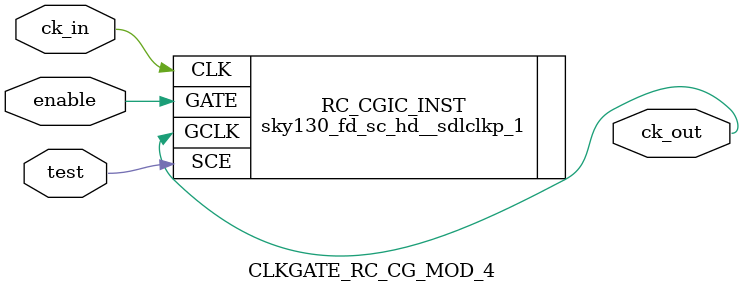
<source format=v>
/*
###############################################################
#  Generated by:      Cadence Innovus 18.10-p002_1
#  OS:                Linux x86_64(Host ID c111-15.EECS.Berkeley.EDU)
#  Generated on:      Mon Oct 30 10:16:42 2023
#  Design:            dot_product
#  Command:           write_netlist /home/cc/eecs151/fa23/class/eecs151-aeq/asic_labs_fa23/lab6/build/par-rundir/dot_product.sim.v -top_module_first -top_module dot_product -exclude_leaf_cells -exclude_insts_of_cells { sky130_fd_sc_hd__tap_1 sky130_fd_sc_hd__tap_2 sky130_fd_sc_hd__tapvgnd_1 sky130_fd_sc_hd__tapvpwrvgnd_1 sky130_fd_sc_hd__fill_1 sky130_fd_sc_hd__fill_2 sky130_fd_sc_hd__fill_4 sky130_fd_sc_hd__fill_8 sky130_fd_sc_hd__diode_2 }
###############################################################
*/
module dot_product (
	clk, 
	rst, 
	len, 
	a_data, 
	a_valid, 
	a_ready, 
	b_data, 
	b_valid, 
	b_ready, 
	c_data, 
	c_valid, 
	c_ready);
   input clk;
   input rst;
   input [5:0] len;
   input [31:0] a_data;
   input a_valid;
   output a_ready;
   input [31:0] b_data;
   input b_valid;
   output b_ready;
   output [31:0] c_data;
   output c_valid;
   input c_ready;

   // Internal wires
   wire FE_PDN356_FE_OFN282_FE_OFN263_FE_OFN226_FE_OFN164_n;
   wire FE_PDN355_FE_OFN146_n;
   wire FE_PHN353_rst;
   wire FE_PHN352_rst;
   wire FE_PHN351_b_data_7;
   wire FE_PHN350_b_data_27;
   wire FE_PHN349_b_data_26;
   wire FE_PHN348_b_data_25;
   wire FE_PHN347_b_data_29;
   wire FE_PHN346_b_data_28;
   wire FE_PHN345_len_4;
   wire FE_PHN344_len_2;
   wire FE_PHN343_len_0;
   wire FE_PHN342_len_3;
   wire FE_PHN341_len_1;
   wire FE_PHN340_len_5;
   wire FE_PHN339_b_data_0;
   wire FE_PHN338_b_data_6;
   wire FE_PHN337_b_data_5;
   wire FE_PHN336_b_data_2;
   wire FE_PHN335_b_data_4;
   wire FE_PHN334_b_data_1;
   wire FE_PHN333_b_data_31;
   wire FE_PHN332_b_data_23;
   wire FE_PHN331_b_data_30;
   wire FE_PHN330_b_data_3;
   wire FE_PHN329_b_data_22;
   wire FE_PHN328_b_data_24;
   wire FE_PHN327_b_data_8;
   wire FE_PHN326_b_data_14;
   wire FE_PHN325_b_data_20;
   wire FE_PHN324_b_data_11;
   wire FE_PHN323_b_data_9;
   wire FE_PHN322_b_data_19;
   wire FE_PHN321_b_data_17;
   wire FE_PHN320_b_data_15;
   wire FE_PHN319_b_data_21;
   wire FE_PHN318_b_data_18;
   wire FE_PHN317_b_data_10;
   wire FE_PHN316_b_data_16;
   wire FE_PHN315_b_data_13;
   wire FE_PHN314_b_data_12;
   wire FE_OFN313_FE_OFN159_n;
   wire FE_OFN312_n;
   wire FE_OFN285_n_196;
   wire FE_OFN311_FE_OFN157_n;
   wire FE_OFN310_FE_OFN156_n;
   wire FE_OFN284_FE_OFN237_FE_OFN158_n;
   wire FE_OFN283_FE_OFN268_FE_OFN244_FE_OFN149_n;
   wire FE_OFN282_FE_OFN263_FE_OFN226_FE_OFN164_n;
   wire FE_OFN281_FE_OFN262_FE_OFN223_FE_OFN166_n;
   wire FE_OFN280_FE_OFN261_FE_OFN220_FE_OFN168_n;
   wire FE_OFN279_FE_OFN260_FE_OFN225_FE_OFN163_n;
   wire FE_OFN278_FE_OFN259_FE_OFN219_FE_OFN165_n;
   wire FE_OFN276_FE_OFN258_FE_OFN218_FE_OFN167_n;
   wire FE_OFN275_n;
   wire FE_OFN273_FE_OFN148_n;
   wire FE_OFN272_FE_OFN255_FE_OFN160_n;
   wire FE_OFN271_FE_OFN247_FE_OFN154_n;
   wire FE_OFN270_FE_OFN234_FE_OFN152_n;
   wire FE_OFN269_FE_OFN216_FE_OFN153_n;
   wire FE_OFN267_FE_OFN236_FE_OFN151_n;
   wire FE_OFN266_FE_OFN241_FE_OFN150_n;
   wire FE_OFN265_FE_OFN147_n;
   wire FE_OFN264_FE_OFN214_FE_OFN60_din_19;
   wire FE_OFN263_FE_OFN226_FE_OFN164_n;
   wire FE_OFN262_FE_OFN223_FE_OFN166_n;
   wire FE_OFN261_FE_OFN220_FE_OFN168_n;
   wire FE_OFN260_FE_OFN225_FE_OFN163_n;
   wire FE_OFN259_FE_OFN219_FE_OFN165_n;
   wire FE_OFN258_FE_OFN218_FE_OFN167_n;
   wire CTS_18;
   wire CTS_17;
   wire CTS_16;
   wire CTS_14;
   wire CTS_13;
   wire CTS_15;
   wire CTS_12;
   wire CTS_10;
   wire CTS_9;
   wire CTS_8;
   wire CTS_7;
   wire CTS_11;
   wire CTS_6;
   wire CTS_2;
   wire CTS_1;
   wire CTS_5;
   wire CTS_4;
   wire CTS_3;
   wire FE_RN_1_0;
   wire FE_RN_0_0;
   wire FE_OFN248_dout_0;
   wire FE_OFN247_dout_1;
   wire FE_OFN256_n_222;
   wire FE_OFN254_dout_11;
   wire FE_OFN253_FE_OFN162_n;
   wire FE_OFN252_FE_OFN134_n;
   wire FE_OFN250_dout_24;
   wire FE_OFN249_dout_10;
   wire FE_OFN248_dout_15;
   wire FE_OFN246_FE_OFN156_n;
   wire FE_OFN245_FE_OFN161_n;
   wire FE_OFN243_FE_OFN159_n;
   wire FE_OFN242_dout_31;
   wire FE_OFN240_FE_OFN157_n;
   wire FE_OFN239_dout_9;
   wire FE_OFN238_dout_29;
   wire FE_OFN237_FE_OFN158_n;
   wire FE_OFN235_dout_30;
   wire FE_OFN233_dout_2;
   wire FE_OFN232_dout_8;
   wire FE_OFN231_dout_28;
   wire FE_OFN230_dout_25;
   wire FE_OFN229_FE_OFN136_n;
   wire FE_OFN228_FE_OFN136_n;
   wire FE_OFN227_dout_7;
   wire FE_OFN224_dout_4;
   wire FE_OFN222_dout_3;
   wire FE_OFN221_dout_6;
   wire FE_OFN217_dout_5;
   wire FE_OFN215_dout_26;
   wire FE_OFN214_FE_OFN60_din_19;
   wire FE_OFN213_FE_OFN60_din_19;
   wire FE_OFN212_dout_27;
   wire FE_OFN246_dout_0;
   wire FE_OFN211_FE_DBTN2_dout_0;
   wire FE_OFN210_FE_DBTN2_dout_0;
   wire FE_OFN209_b_cache_9;
   wire FE_OFN208_b_cache_9;
   wire FE_OFN207_b_cache_9;
   wire FE_OFN206_b_cache_9;
   wire FE_OFN205_b_cache_9;
   wire FE_OFN204_b_cache_9;
   wire FE_OFN203_b_cache_9;
   wire FE_OFN202_b_cache_9;
   wire FE_OFN201_dout_3;
   wire FE_OFN200_b_cache_3;
   wire FE_OFN199_b_cache_3;
   wire FE_OFN196_b_cache_1;
   wire FE_OFN195_b_cache_1;
   wire FE_OFN194_b_cache_7;
   wire FE_OFN193_b_cache_7;
   wire FE_OFN191_n_193;
   wire FE_OFN190_dout_1;
   wire FE_OFN188_dout_4;
   wire FE_OFN187_dout_5;
   wire FE_OFN177_dout_22;
   wire FE_OFN176_dout_23;
   wire FE_OFN146_n;
   wire FE_OFN145_n;
   wire FE_OFN144_n;
   wire FE_OFN143_n;
   wire FE_OFN142_n;
   wire FE_OFN141_n;
   wire FE_OFN140_n;
   wire FE_OFN139_n;
   wire FE_OFN138_n;
   wire FE_OFN137_n;
   wire FE_OFN135_n;
   wire FE_OFN133_we;
   wire FE_OFN132_we;
   wire FE_OFN130_n_221;
   wire FE_OFN129_n_220;
   wire FE_OFN128_n_219;
   wire FE_OFN127_n_218;
   wire FE_OFN126_n_197;
   wire FE_OFN124_n_195;
   wire FE_OFN123_n_194;
   wire FE_OFN119_b_ready;
   wire FE_OFN118_a_ready;
   wire FE_OFN117_n_243;
   wire FE_OFN116_b_stored;
   wire FE_OFN113_b_cache_9;
   wire FE_OFN112_b_cache_11;
   wire FE_OFN111_dout_0;
   wire FE_OFN109_dout_2;
   wire FE_OFN99_dout_12;
   wire FE_OFN98_dout_13;
   wire FE_OFN97_dout_14;
   wire FE_OFN95_dout_16;
   wire FE_OFN94_dout_17;
   wire FE_OFN93_dout_18;
   wire FE_OFN92_dout_19;
   wire FE_OFN91_dout_20;
   wire FE_OFN90_dout_21;
   wire FE_OFN78_din_1;
   wire FE_OFN77_din_2;
   wire FE_OFN60_din_19;
   wire FE_OFN59_din_19;
   wire FE_OFN49_din_29;
   wire FE_OFN48_din_29;
   wire FE_OFN33_c_data_0;
   wire FE_OFN32_c_data_1;
   wire FE_OFN31_c_data_2;
   wire FE_OFN30_c_data_3;
   wire FE_OFN29_c_data_4;
   wire FE_OFN28_c_data_5;
   wire FE_OFN27_c_data_6;
   wire FE_OFN26_c_data_7;
   wire FE_OFN25_c_data_8;
   wire FE_OFN24_c_data_9;
   wire FE_OFN23_c_data_10;
   wire FE_OFN22_c_data_11;
   wire FE_OFN21_c_data_12;
   wire FE_OFN20_c_data_13;
   wire FE_OFN19_c_data_14;
   wire FE_OFN18_c_data_15;
   wire FE_OFN17_c_data_16;
   wire FE_OFN16_c_data_17;
   wire FE_OFN15_c_data_18;
   wire FE_OFN14_c_data_19;
   wire FE_OFN13_c_data_20;
   wire FE_OFN12_c_data_21;
   wire FE_OFN11_c_data_22;
   wire FE_OFN10_c_data_23;
   wire FE_OFN9_c_data_24;
   wire FE_OFN8_c_data_25;
   wire FE_OFN7_c_data_26;
   wire FE_OFN6_c_data_27;
   wire FE_OFN5_c_data_28;
   wire FE_OFN4_c_data_29;
   wire FE_OFN3_c_data_30;
   wire FE_OFN2_c_data_31;
   wire FE_OFN1_c_valid;
   wire FE_OFN0_FE_DBTN0_processing;
   wire FE_DBTN2_dout_0;
   wire FE_DBTN1_b_stored;
   wire FE_DBTN0_processing;
   wire [5:0] addr;
   wire [31:0] din;
   wire [31:0] dout;
   wire [31:0] b_cache;
   wire [5:0] b_len;
   wire [5:0] a_len;
   wire [3:0] wmask;
   wire CLKGATE_rc_gclk;
   wire CLKGATE_rc_gclk_2551;
   wire CLKGATE_rc_gclk_2554;
   wire UNCONNECTED;
   wire UNCONNECTED0;
   wire UNCONNECTED1;
   wire UNCONNECTED2;
   wire UNCONNECTED3;
   wire UNCONNECTED4;
   wire UNCONNECTED5;
   wire UNCONNECTED6;
   wire UNCONNECTED7;
   wire UNCONNECTED8;
   wire b_stored;
   wire csa_tree_add_110_40_groupi_n_0;
   wire csa_tree_add_110_40_groupi_n_1;
   wire csa_tree_add_110_40_groupi_n_2;
   wire csa_tree_add_110_40_groupi_n_3;
   wire csa_tree_add_110_40_groupi_n_4;
   wire csa_tree_add_110_40_groupi_n_5;
   wire csa_tree_add_110_40_groupi_n_6;
   wire csa_tree_add_110_40_groupi_n_7;
   wire csa_tree_add_110_40_groupi_n_48;
   wire csa_tree_add_110_40_groupi_n_49;
   wire csa_tree_add_110_40_groupi_n_50;
   wire csa_tree_add_110_40_groupi_n_51;
   wire csa_tree_add_110_40_groupi_n_52;
   wire csa_tree_add_110_40_groupi_n_53;
   wire csa_tree_add_110_40_groupi_n_54;
   wire csa_tree_add_110_40_groupi_n_55;
   wire csa_tree_add_110_40_groupi_n_56;
   wire csa_tree_add_110_40_groupi_n_57;
   wire csa_tree_add_110_40_groupi_n_58;
   wire csa_tree_add_110_40_groupi_n_59;
   wire csa_tree_add_110_40_groupi_n_64;
   wire csa_tree_add_110_40_groupi_n_65;
   wire csa_tree_add_110_40_groupi_n_66;
   wire csa_tree_add_110_40_groupi_n_67;
   wire csa_tree_add_110_40_groupi_n_68;
   wire csa_tree_add_110_40_groupi_n_69;
   wire csa_tree_add_110_40_groupi_n_70;
   wire csa_tree_add_110_40_groupi_n_71;
   wire csa_tree_add_110_40_groupi_n_72;
   wire csa_tree_add_110_40_groupi_n_73;
   wire csa_tree_add_110_40_groupi_n_74;
   wire csa_tree_add_110_40_groupi_n_75;
   wire csa_tree_add_110_40_groupi_n_76;
   wire csa_tree_add_110_40_groupi_n_77;
   wire csa_tree_add_110_40_groupi_n_78;
   wire csa_tree_add_110_40_groupi_n_79;
   wire csa_tree_add_110_40_groupi_n_80;
   wire csa_tree_add_110_40_groupi_n_81;
   wire csa_tree_add_110_40_groupi_n_82;
   wire csa_tree_add_110_40_groupi_n_83;
   wire csa_tree_add_110_40_groupi_n_84;
   wire csa_tree_add_110_40_groupi_n_85;
   wire csa_tree_add_110_40_groupi_n_86;
   wire csa_tree_add_110_40_groupi_n_87;
   wire csa_tree_add_110_40_groupi_n_88;
   wire csa_tree_add_110_40_groupi_n_89;
   wire csa_tree_add_110_40_groupi_n_90;
   wire csa_tree_add_110_40_groupi_n_91;
   wire csa_tree_add_110_40_groupi_n_92;
   wire csa_tree_add_110_40_groupi_n_93;
   wire csa_tree_add_110_40_groupi_n_94;
   wire csa_tree_add_110_40_groupi_n_95;
   wire csa_tree_add_110_40_groupi_n_96;
   wire csa_tree_add_110_40_groupi_n_97;
   wire csa_tree_add_110_40_groupi_n_98;
   wire csa_tree_add_110_40_groupi_n_99;
   wire csa_tree_add_110_40_groupi_n_100;
   wire csa_tree_add_110_40_groupi_n_101;
   wire csa_tree_add_110_40_groupi_n_102;
   wire csa_tree_add_110_40_groupi_n_103;
   wire csa_tree_add_110_40_groupi_n_104;
   wire csa_tree_add_110_40_groupi_n_105;
   wire csa_tree_add_110_40_groupi_n_106;
   wire csa_tree_add_110_40_groupi_n_107;
   wire csa_tree_add_110_40_groupi_n_108;
   wire csa_tree_add_110_40_groupi_n_109;
   wire csa_tree_add_110_40_groupi_n_110;
   wire csa_tree_add_110_40_groupi_n_111;
   wire csa_tree_add_110_40_groupi_n_112;
   wire csa_tree_add_110_40_groupi_n_113;
   wire csa_tree_add_110_40_groupi_n_114;
   wire csa_tree_add_110_40_groupi_n_115;
   wire csa_tree_add_110_40_groupi_n_116;
   wire csa_tree_add_110_40_groupi_n_117;
   wire csa_tree_add_110_40_groupi_n_118;
   wire csa_tree_add_110_40_groupi_n_119;
   wire csa_tree_add_110_40_groupi_n_120;
   wire csa_tree_add_110_40_groupi_n_121;
   wire csa_tree_add_110_40_groupi_n_122;
   wire csa_tree_add_110_40_groupi_n_123;
   wire csa_tree_add_110_40_groupi_n_124;
   wire csa_tree_add_110_40_groupi_n_125;
   wire csa_tree_add_110_40_groupi_n_126;
   wire csa_tree_add_110_40_groupi_n_127;
   wire csa_tree_add_110_40_groupi_n_128;
   wire csa_tree_add_110_40_groupi_n_129;
   wire csa_tree_add_110_40_groupi_n_130;
   wire csa_tree_add_110_40_groupi_n_131;
   wire csa_tree_add_110_40_groupi_n_132;
   wire csa_tree_add_110_40_groupi_n_133;
   wire csa_tree_add_110_40_groupi_n_134;
   wire csa_tree_add_110_40_groupi_n_135;
   wire csa_tree_add_110_40_groupi_n_136;
   wire csa_tree_add_110_40_groupi_n_137;
   wire csa_tree_add_110_40_groupi_n_138;
   wire csa_tree_add_110_40_groupi_n_139;
   wire csa_tree_add_110_40_groupi_n_140;
   wire csa_tree_add_110_40_groupi_n_141;
   wire csa_tree_add_110_40_groupi_n_142;
   wire csa_tree_add_110_40_groupi_n_143;
   wire csa_tree_add_110_40_groupi_n_144;
   wire csa_tree_add_110_40_groupi_n_145;
   wire csa_tree_add_110_40_groupi_n_146;
   wire csa_tree_add_110_40_groupi_n_147;
   wire csa_tree_add_110_40_groupi_n_148;
   wire csa_tree_add_110_40_groupi_n_149;
   wire csa_tree_add_110_40_groupi_n_150;
   wire csa_tree_add_110_40_groupi_n_151;
   wire csa_tree_add_110_40_groupi_n_152;
   wire csa_tree_add_110_40_groupi_n_153;
   wire csa_tree_add_110_40_groupi_n_154;
   wire csa_tree_add_110_40_groupi_n_155;
   wire csa_tree_add_110_40_groupi_n_156;
   wire csa_tree_add_110_40_groupi_n_157;
   wire csa_tree_add_110_40_groupi_n_158;
   wire csa_tree_add_110_40_groupi_n_159;
   wire csa_tree_add_110_40_groupi_n_160;
   wire csa_tree_add_110_40_groupi_n_161;
   wire csa_tree_add_110_40_groupi_n_162;
   wire csa_tree_add_110_40_groupi_n_163;
   wire csa_tree_add_110_40_groupi_n_164;
   wire csa_tree_add_110_40_groupi_n_165;
   wire csa_tree_add_110_40_groupi_n_166;
   wire csa_tree_add_110_40_groupi_n_167;
   wire csa_tree_add_110_40_groupi_n_168;
   wire csa_tree_add_110_40_groupi_n_169;
   wire csa_tree_add_110_40_groupi_n_170;
   wire csa_tree_add_110_40_groupi_n_171;
   wire csa_tree_add_110_40_groupi_n_172;
   wire csa_tree_add_110_40_groupi_n_173;
   wire csa_tree_add_110_40_groupi_n_174;
   wire csa_tree_add_110_40_groupi_n_175;
   wire csa_tree_add_110_40_groupi_n_176;
   wire csa_tree_add_110_40_groupi_n_177;
   wire csa_tree_add_110_40_groupi_n_178;
   wire csa_tree_add_110_40_groupi_n_179;
   wire csa_tree_add_110_40_groupi_n_180;
   wire csa_tree_add_110_40_groupi_n_181;
   wire csa_tree_add_110_40_groupi_n_182;
   wire csa_tree_add_110_40_groupi_n_183;
   wire csa_tree_add_110_40_groupi_n_184;
   wire csa_tree_add_110_40_groupi_n_185;
   wire csa_tree_add_110_40_groupi_n_186;
   wire csa_tree_add_110_40_groupi_n_187;
   wire csa_tree_add_110_40_groupi_n_188;
   wire csa_tree_add_110_40_groupi_n_189;
   wire csa_tree_add_110_40_groupi_n_190;
   wire csa_tree_add_110_40_groupi_n_191;
   wire csa_tree_add_110_40_groupi_n_192;
   wire csa_tree_add_110_40_groupi_n_193;
   wire csa_tree_add_110_40_groupi_n_194;
   wire csa_tree_add_110_40_groupi_n_195;
   wire csa_tree_add_110_40_groupi_n_196;
   wire csa_tree_add_110_40_groupi_n_197;
   wire csa_tree_add_110_40_groupi_n_198;
   wire csa_tree_add_110_40_groupi_n_199;
   wire csa_tree_add_110_40_groupi_n_200;
   wire csa_tree_add_110_40_groupi_n_201;
   wire csa_tree_add_110_40_groupi_n_202;
   wire csa_tree_add_110_40_groupi_n_203;
   wire csa_tree_add_110_40_groupi_n_204;
   wire csa_tree_add_110_40_groupi_n_205;
   wire csa_tree_add_110_40_groupi_n_206;
   wire csa_tree_add_110_40_groupi_n_207;
   wire csa_tree_add_110_40_groupi_n_208;
   wire csa_tree_add_110_40_groupi_n_209;
   wire csa_tree_add_110_40_groupi_n_210;
   wire csa_tree_add_110_40_groupi_n_211;
   wire csa_tree_add_110_40_groupi_n_212;
   wire csa_tree_add_110_40_groupi_n_213;
   wire csa_tree_add_110_40_groupi_n_214;
   wire csa_tree_add_110_40_groupi_n_215;
   wire csa_tree_add_110_40_groupi_n_216;
   wire csa_tree_add_110_40_groupi_n_217;
   wire csa_tree_add_110_40_groupi_n_218;
   wire csa_tree_add_110_40_groupi_n_219;
   wire csa_tree_add_110_40_groupi_n_220;
   wire csa_tree_add_110_40_groupi_n_221;
   wire csa_tree_add_110_40_groupi_n_222;
   wire csa_tree_add_110_40_groupi_n_223;
   wire csa_tree_add_110_40_groupi_n_224;
   wire csa_tree_add_110_40_groupi_n_225;
   wire csa_tree_add_110_40_groupi_n_226;
   wire csa_tree_add_110_40_groupi_n_227;
   wire csa_tree_add_110_40_groupi_n_228;
   wire csa_tree_add_110_40_groupi_n_229;
   wire csa_tree_add_110_40_groupi_n_230;
   wire csa_tree_add_110_40_groupi_n_231;
   wire csa_tree_add_110_40_groupi_n_232;
   wire csa_tree_add_110_40_groupi_n_233;
   wire csa_tree_add_110_40_groupi_n_234;
   wire csa_tree_add_110_40_groupi_n_235;
   wire csa_tree_add_110_40_groupi_n_236;
   wire csa_tree_add_110_40_groupi_n_237;
   wire csa_tree_add_110_40_groupi_n_238;
   wire csa_tree_add_110_40_groupi_n_239;
   wire csa_tree_add_110_40_groupi_n_240;
   wire csa_tree_add_110_40_groupi_n_241;
   wire csa_tree_add_110_40_groupi_n_242;
   wire csa_tree_add_110_40_groupi_n_244;
   wire csa_tree_add_110_40_groupi_n_245;
   wire csa_tree_add_110_40_groupi_n_246;
   wire csa_tree_add_110_40_groupi_n_247;
   wire csa_tree_add_110_40_groupi_n_248;
   wire csa_tree_add_110_40_groupi_n_249;
   wire csa_tree_add_110_40_groupi_n_250;
   wire csa_tree_add_110_40_groupi_n_251;
   wire csa_tree_add_110_40_groupi_n_252;
   wire csa_tree_add_110_40_groupi_n_253;
   wire csa_tree_add_110_40_groupi_n_254;
   wire csa_tree_add_110_40_groupi_n_255;
   wire csa_tree_add_110_40_groupi_n_256;
   wire csa_tree_add_110_40_groupi_n_257;
   wire csa_tree_add_110_40_groupi_n_258;
   wire csa_tree_add_110_40_groupi_n_259;
   wire csa_tree_add_110_40_groupi_n_260;
   wire csa_tree_add_110_40_groupi_n_261;
   wire csa_tree_add_110_40_groupi_n_262;
   wire csa_tree_add_110_40_groupi_n_263;
   wire csa_tree_add_110_40_groupi_n_264;
   wire csa_tree_add_110_40_groupi_n_265;
   wire csa_tree_add_110_40_groupi_n_266;
   wire csa_tree_add_110_40_groupi_n_267;
   wire csa_tree_add_110_40_groupi_n_268;
   wire csa_tree_add_110_40_groupi_n_269;
   wire csa_tree_add_110_40_groupi_n_270;
   wire csa_tree_add_110_40_groupi_n_271;
   wire csa_tree_add_110_40_groupi_n_272;
   wire csa_tree_add_110_40_groupi_n_273;
   wire csa_tree_add_110_40_groupi_n_274;
   wire csa_tree_add_110_40_groupi_n_275;
   wire csa_tree_add_110_40_groupi_n_276;
   wire csa_tree_add_110_40_groupi_n_277;
   wire csa_tree_add_110_40_groupi_n_278;
   wire csa_tree_add_110_40_groupi_n_279;
   wire csa_tree_add_110_40_groupi_n_280;
   wire csa_tree_add_110_40_groupi_n_281;
   wire csa_tree_add_110_40_groupi_n_282;
   wire csa_tree_add_110_40_groupi_n_283;
   wire csa_tree_add_110_40_groupi_n_284;
   wire csa_tree_add_110_40_groupi_n_285;
   wire csa_tree_add_110_40_groupi_n_286;
   wire csa_tree_add_110_40_groupi_n_287;
   wire csa_tree_add_110_40_groupi_n_288;
   wire csa_tree_add_110_40_groupi_n_289;
   wire csa_tree_add_110_40_groupi_n_290;
   wire csa_tree_add_110_40_groupi_n_291;
   wire csa_tree_add_110_40_groupi_n_292;
   wire csa_tree_add_110_40_groupi_n_293;
   wire csa_tree_add_110_40_groupi_n_294;
   wire csa_tree_add_110_40_groupi_n_295;
   wire csa_tree_add_110_40_groupi_n_296;
   wire csa_tree_add_110_40_groupi_n_297;
   wire csa_tree_add_110_40_groupi_n_298;
   wire csa_tree_add_110_40_groupi_n_299;
   wire csa_tree_add_110_40_groupi_n_300;
   wire csa_tree_add_110_40_groupi_n_301;
   wire csa_tree_add_110_40_groupi_n_302;
   wire csa_tree_add_110_40_groupi_n_303;
   wire csa_tree_add_110_40_groupi_n_304;
   wire csa_tree_add_110_40_groupi_n_305;
   wire csa_tree_add_110_40_groupi_n_306;
   wire csa_tree_add_110_40_groupi_n_307;
   wire csa_tree_add_110_40_groupi_n_308;
   wire csa_tree_add_110_40_groupi_n_309;
   wire csa_tree_add_110_40_groupi_n_310;
   wire csa_tree_add_110_40_groupi_n_311;
   wire csa_tree_add_110_40_groupi_n_312;
   wire csa_tree_add_110_40_groupi_n_313;
   wire csa_tree_add_110_40_groupi_n_314;
   wire csa_tree_add_110_40_groupi_n_315;
   wire csa_tree_add_110_40_groupi_n_316;
   wire csa_tree_add_110_40_groupi_n_317;
   wire csa_tree_add_110_40_groupi_n_318;
   wire csa_tree_add_110_40_groupi_n_319;
   wire csa_tree_add_110_40_groupi_n_320;
   wire csa_tree_add_110_40_groupi_n_321;
   wire csa_tree_add_110_40_groupi_n_322;
   wire csa_tree_add_110_40_groupi_n_323;
   wire csa_tree_add_110_40_groupi_n_324;
   wire csa_tree_add_110_40_groupi_n_325;
   wire csa_tree_add_110_40_groupi_n_326;
   wire csa_tree_add_110_40_groupi_n_327;
   wire csa_tree_add_110_40_groupi_n_328;
   wire csa_tree_add_110_40_groupi_n_329;
   wire csa_tree_add_110_40_groupi_n_330;
   wire csa_tree_add_110_40_groupi_n_331;
   wire csa_tree_add_110_40_groupi_n_332;
   wire csa_tree_add_110_40_groupi_n_333;
   wire csa_tree_add_110_40_groupi_n_334;
   wire csa_tree_add_110_40_groupi_n_335;
   wire csa_tree_add_110_40_groupi_n_336;
   wire csa_tree_add_110_40_groupi_n_337;
   wire csa_tree_add_110_40_groupi_n_338;
   wire csa_tree_add_110_40_groupi_n_339;
   wire csa_tree_add_110_40_groupi_n_340;
   wire csa_tree_add_110_40_groupi_n_341;
   wire csa_tree_add_110_40_groupi_n_342;
   wire csa_tree_add_110_40_groupi_n_343;
   wire csa_tree_add_110_40_groupi_n_344;
   wire csa_tree_add_110_40_groupi_n_345;
   wire csa_tree_add_110_40_groupi_n_346;
   wire csa_tree_add_110_40_groupi_n_347;
   wire csa_tree_add_110_40_groupi_n_348;
   wire csa_tree_add_110_40_groupi_n_349;
   wire csa_tree_add_110_40_groupi_n_350;
   wire csa_tree_add_110_40_groupi_n_351;
   wire csa_tree_add_110_40_groupi_n_352;
   wire csa_tree_add_110_40_groupi_n_353;
   wire csa_tree_add_110_40_groupi_n_354;
   wire csa_tree_add_110_40_groupi_n_355;
   wire csa_tree_add_110_40_groupi_n_356;
   wire csa_tree_add_110_40_groupi_n_357;
   wire csa_tree_add_110_40_groupi_n_358;
   wire csa_tree_add_110_40_groupi_n_359;
   wire csa_tree_add_110_40_groupi_n_360;
   wire csa_tree_add_110_40_groupi_n_361;
   wire csa_tree_add_110_40_groupi_n_362;
   wire csa_tree_add_110_40_groupi_n_363;
   wire csa_tree_add_110_40_groupi_n_364;
   wire csa_tree_add_110_40_groupi_n_365;
   wire csa_tree_add_110_40_groupi_n_366;
   wire csa_tree_add_110_40_groupi_n_367;
   wire csa_tree_add_110_40_groupi_n_368;
   wire csa_tree_add_110_40_groupi_n_369;
   wire csa_tree_add_110_40_groupi_n_370;
   wire csa_tree_add_110_40_groupi_n_371;
   wire csa_tree_add_110_40_groupi_n_372;
   wire csa_tree_add_110_40_groupi_n_373;
   wire csa_tree_add_110_40_groupi_n_374;
   wire csa_tree_add_110_40_groupi_n_375;
   wire csa_tree_add_110_40_groupi_n_376;
   wire csa_tree_add_110_40_groupi_n_377;
   wire csa_tree_add_110_40_groupi_n_378;
   wire csa_tree_add_110_40_groupi_n_379;
   wire csa_tree_add_110_40_groupi_n_380;
   wire csa_tree_add_110_40_groupi_n_381;
   wire csa_tree_add_110_40_groupi_n_382;
   wire csa_tree_add_110_40_groupi_n_383;
   wire csa_tree_add_110_40_groupi_n_384;
   wire csa_tree_add_110_40_groupi_n_385;
   wire csa_tree_add_110_40_groupi_n_386;
   wire csa_tree_add_110_40_groupi_n_387;
   wire csa_tree_add_110_40_groupi_n_388;
   wire csa_tree_add_110_40_groupi_n_389;
   wire csa_tree_add_110_40_groupi_n_390;
   wire csa_tree_add_110_40_groupi_n_391;
   wire csa_tree_add_110_40_groupi_n_392;
   wire csa_tree_add_110_40_groupi_n_393;
   wire csa_tree_add_110_40_groupi_n_394;
   wire csa_tree_add_110_40_groupi_n_395;
   wire csa_tree_add_110_40_groupi_n_396;
   wire csa_tree_add_110_40_groupi_n_397;
   wire csa_tree_add_110_40_groupi_n_398;
   wire csa_tree_add_110_40_groupi_n_399;
   wire csa_tree_add_110_40_groupi_n_400;
   wire csa_tree_add_110_40_groupi_n_401;
   wire csa_tree_add_110_40_groupi_n_402;
   wire csa_tree_add_110_40_groupi_n_403;
   wire csa_tree_add_110_40_groupi_n_404;
   wire csa_tree_add_110_40_groupi_n_405;
   wire csa_tree_add_110_40_groupi_n_406;
   wire csa_tree_add_110_40_groupi_n_407;
   wire csa_tree_add_110_40_groupi_n_408;
   wire csa_tree_add_110_40_groupi_n_409;
   wire csa_tree_add_110_40_groupi_n_410;
   wire csa_tree_add_110_40_groupi_n_411;
   wire csa_tree_add_110_40_groupi_n_412;
   wire csa_tree_add_110_40_groupi_n_413;
   wire csa_tree_add_110_40_groupi_n_414;
   wire csa_tree_add_110_40_groupi_n_415;
   wire csa_tree_add_110_40_groupi_n_416;
   wire csa_tree_add_110_40_groupi_n_417;
   wire csa_tree_add_110_40_groupi_n_418;
   wire csa_tree_add_110_40_groupi_n_419;
   wire csa_tree_add_110_40_groupi_n_420;
   wire csa_tree_add_110_40_groupi_n_421;
   wire csa_tree_add_110_40_groupi_n_422;
   wire csa_tree_add_110_40_groupi_n_423;
   wire csa_tree_add_110_40_groupi_n_424;
   wire csa_tree_add_110_40_groupi_n_425;
   wire csa_tree_add_110_40_groupi_n_426;
   wire csa_tree_add_110_40_groupi_n_427;
   wire csa_tree_add_110_40_groupi_n_428;
   wire csa_tree_add_110_40_groupi_n_429;
   wire csa_tree_add_110_40_groupi_n_430;
   wire csa_tree_add_110_40_groupi_n_431;
   wire csa_tree_add_110_40_groupi_n_432;
   wire csa_tree_add_110_40_groupi_n_433;
   wire csa_tree_add_110_40_groupi_n_434;
   wire csa_tree_add_110_40_groupi_n_435;
   wire csa_tree_add_110_40_groupi_n_436;
   wire csa_tree_add_110_40_groupi_n_437;
   wire csa_tree_add_110_40_groupi_n_438;
   wire csa_tree_add_110_40_groupi_n_439;
   wire csa_tree_add_110_40_groupi_n_440;
   wire csa_tree_add_110_40_groupi_n_441;
   wire csa_tree_add_110_40_groupi_n_442;
   wire csa_tree_add_110_40_groupi_n_443;
   wire csa_tree_add_110_40_groupi_n_444;
   wire csa_tree_add_110_40_groupi_n_445;
   wire csa_tree_add_110_40_groupi_n_446;
   wire csa_tree_add_110_40_groupi_n_447;
   wire csa_tree_add_110_40_groupi_n_448;
   wire csa_tree_add_110_40_groupi_n_449;
   wire csa_tree_add_110_40_groupi_n_450;
   wire csa_tree_add_110_40_groupi_n_451;
   wire csa_tree_add_110_40_groupi_n_452;
   wire csa_tree_add_110_40_groupi_n_453;
   wire csa_tree_add_110_40_groupi_n_454;
   wire csa_tree_add_110_40_groupi_n_455;
   wire csa_tree_add_110_40_groupi_n_456;
   wire csa_tree_add_110_40_groupi_n_457;
   wire csa_tree_add_110_40_groupi_n_458;
   wire csa_tree_add_110_40_groupi_n_459;
   wire csa_tree_add_110_40_groupi_n_460;
   wire csa_tree_add_110_40_groupi_n_461;
   wire csa_tree_add_110_40_groupi_n_462;
   wire csa_tree_add_110_40_groupi_n_463;
   wire csa_tree_add_110_40_groupi_n_464;
   wire csa_tree_add_110_40_groupi_n_465;
   wire csa_tree_add_110_40_groupi_n_466;
   wire csa_tree_add_110_40_groupi_n_467;
   wire csa_tree_add_110_40_groupi_n_468;
   wire csa_tree_add_110_40_groupi_n_469;
   wire csa_tree_add_110_40_groupi_n_470;
   wire csa_tree_add_110_40_groupi_n_471;
   wire csa_tree_add_110_40_groupi_n_472;
   wire csa_tree_add_110_40_groupi_n_474;
   wire csa_tree_add_110_40_groupi_n_475;
   wire csa_tree_add_110_40_groupi_n_476;
   wire csa_tree_add_110_40_groupi_n_477;
   wire csa_tree_add_110_40_groupi_n_478;
   wire csa_tree_add_110_40_groupi_n_479;
   wire csa_tree_add_110_40_groupi_n_480;
   wire csa_tree_add_110_40_groupi_n_481;
   wire csa_tree_add_110_40_groupi_n_482;
   wire csa_tree_add_110_40_groupi_n_483;
   wire csa_tree_add_110_40_groupi_n_484;
   wire csa_tree_add_110_40_groupi_n_485;
   wire csa_tree_add_110_40_groupi_n_486;
   wire csa_tree_add_110_40_groupi_n_487;
   wire csa_tree_add_110_40_groupi_n_488;
   wire csa_tree_add_110_40_groupi_n_489;
   wire csa_tree_add_110_40_groupi_n_490;
   wire csa_tree_add_110_40_groupi_n_491;
   wire csa_tree_add_110_40_groupi_n_492;
   wire csa_tree_add_110_40_groupi_n_493;
   wire csa_tree_add_110_40_groupi_n_494;
   wire csa_tree_add_110_40_groupi_n_495;
   wire csa_tree_add_110_40_groupi_n_496;
   wire csa_tree_add_110_40_groupi_n_497;
   wire csa_tree_add_110_40_groupi_n_498;
   wire csa_tree_add_110_40_groupi_n_499;
   wire csa_tree_add_110_40_groupi_n_500;
   wire csa_tree_add_110_40_groupi_n_501;
   wire csa_tree_add_110_40_groupi_n_502;
   wire csa_tree_add_110_40_groupi_n_503;
   wire csa_tree_add_110_40_groupi_n_504;
   wire csa_tree_add_110_40_groupi_n_505;
   wire csa_tree_add_110_40_groupi_n_506;
   wire csa_tree_add_110_40_groupi_n_507;
   wire csa_tree_add_110_40_groupi_n_508;
   wire csa_tree_add_110_40_groupi_n_509;
   wire csa_tree_add_110_40_groupi_n_510;
   wire csa_tree_add_110_40_groupi_n_511;
   wire csa_tree_add_110_40_groupi_n_512;
   wire csa_tree_add_110_40_groupi_n_513;
   wire csa_tree_add_110_40_groupi_n_514;
   wire csa_tree_add_110_40_groupi_n_515;
   wire csa_tree_add_110_40_groupi_n_516;
   wire csa_tree_add_110_40_groupi_n_517;
   wire csa_tree_add_110_40_groupi_n_518;
   wire csa_tree_add_110_40_groupi_n_519;
   wire csa_tree_add_110_40_groupi_n_520;
   wire csa_tree_add_110_40_groupi_n_521;
   wire csa_tree_add_110_40_groupi_n_522;
   wire csa_tree_add_110_40_groupi_n_523;
   wire csa_tree_add_110_40_groupi_n_524;
   wire csa_tree_add_110_40_groupi_n_525;
   wire csa_tree_add_110_40_groupi_n_526;
   wire csa_tree_add_110_40_groupi_n_527;
   wire csa_tree_add_110_40_groupi_n_528;
   wire csa_tree_add_110_40_groupi_n_529;
   wire csa_tree_add_110_40_groupi_n_530;
   wire csa_tree_add_110_40_groupi_n_531;
   wire csa_tree_add_110_40_groupi_n_532;
   wire csa_tree_add_110_40_groupi_n_533;
   wire csa_tree_add_110_40_groupi_n_534;
   wire csa_tree_add_110_40_groupi_n_535;
   wire csa_tree_add_110_40_groupi_n_536;
   wire csa_tree_add_110_40_groupi_n_537;
   wire csa_tree_add_110_40_groupi_n_538;
   wire csa_tree_add_110_40_groupi_n_539;
   wire csa_tree_add_110_40_groupi_n_540;
   wire csa_tree_add_110_40_groupi_n_541;
   wire csa_tree_add_110_40_groupi_n_542;
   wire csa_tree_add_110_40_groupi_n_543;
   wire csa_tree_add_110_40_groupi_n_544;
   wire csa_tree_add_110_40_groupi_n_545;
   wire csa_tree_add_110_40_groupi_n_546;
   wire csa_tree_add_110_40_groupi_n_547;
   wire csa_tree_add_110_40_groupi_n_548;
   wire csa_tree_add_110_40_groupi_n_549;
   wire csa_tree_add_110_40_groupi_n_550;
   wire csa_tree_add_110_40_groupi_n_551;
   wire csa_tree_add_110_40_groupi_n_552;
   wire csa_tree_add_110_40_groupi_n_553;
   wire csa_tree_add_110_40_groupi_n_554;
   wire csa_tree_add_110_40_groupi_n_555;
   wire csa_tree_add_110_40_groupi_n_556;
   wire csa_tree_add_110_40_groupi_n_557;
   wire csa_tree_add_110_40_groupi_n_558;
   wire csa_tree_add_110_40_groupi_n_559;
   wire csa_tree_add_110_40_groupi_n_560;
   wire csa_tree_add_110_40_groupi_n_561;
   wire csa_tree_add_110_40_groupi_n_562;
   wire csa_tree_add_110_40_groupi_n_563;
   wire csa_tree_add_110_40_groupi_n_564;
   wire csa_tree_add_110_40_groupi_n_565;
   wire csa_tree_add_110_40_groupi_n_566;
   wire csa_tree_add_110_40_groupi_n_567;
   wire csa_tree_add_110_40_groupi_n_568;
   wire csa_tree_add_110_40_groupi_n_569;
   wire csa_tree_add_110_40_groupi_n_570;
   wire csa_tree_add_110_40_groupi_n_571;
   wire csa_tree_add_110_40_groupi_n_572;
   wire csa_tree_add_110_40_groupi_n_573;
   wire csa_tree_add_110_40_groupi_n_574;
   wire csa_tree_add_110_40_groupi_n_575;
   wire csa_tree_add_110_40_groupi_n_576;
   wire csa_tree_add_110_40_groupi_n_577;
   wire csa_tree_add_110_40_groupi_n_578;
   wire csa_tree_add_110_40_groupi_n_579;
   wire csa_tree_add_110_40_groupi_n_580;
   wire csa_tree_add_110_40_groupi_n_581;
   wire csa_tree_add_110_40_groupi_n_582;
   wire csa_tree_add_110_40_groupi_n_583;
   wire csa_tree_add_110_40_groupi_n_584;
   wire csa_tree_add_110_40_groupi_n_585;
   wire csa_tree_add_110_40_groupi_n_586;
   wire csa_tree_add_110_40_groupi_n_587;
   wire csa_tree_add_110_40_groupi_n_588;
   wire csa_tree_add_110_40_groupi_n_589;
   wire csa_tree_add_110_40_groupi_n_590;
   wire csa_tree_add_110_40_groupi_n_591;
   wire csa_tree_add_110_40_groupi_n_592;
   wire csa_tree_add_110_40_groupi_n_593;
   wire csa_tree_add_110_40_groupi_n_594;
   wire csa_tree_add_110_40_groupi_n_595;
   wire csa_tree_add_110_40_groupi_n_596;
   wire csa_tree_add_110_40_groupi_n_597;
   wire csa_tree_add_110_40_groupi_n_598;
   wire csa_tree_add_110_40_groupi_n_599;
   wire csa_tree_add_110_40_groupi_n_600;
   wire csa_tree_add_110_40_groupi_n_601;
   wire csa_tree_add_110_40_groupi_n_602;
   wire csa_tree_add_110_40_groupi_n_603;
   wire csa_tree_add_110_40_groupi_n_604;
   wire csa_tree_add_110_40_groupi_n_605;
   wire csa_tree_add_110_40_groupi_n_606;
   wire csa_tree_add_110_40_groupi_n_607;
   wire csa_tree_add_110_40_groupi_n_608;
   wire csa_tree_add_110_40_groupi_n_609;
   wire csa_tree_add_110_40_groupi_n_610;
   wire csa_tree_add_110_40_groupi_n_611;
   wire csa_tree_add_110_40_groupi_n_612;
   wire csa_tree_add_110_40_groupi_n_613;
   wire csa_tree_add_110_40_groupi_n_614;
   wire csa_tree_add_110_40_groupi_n_615;
   wire csa_tree_add_110_40_groupi_n_616;
   wire csa_tree_add_110_40_groupi_n_617;
   wire csa_tree_add_110_40_groupi_n_618;
   wire csa_tree_add_110_40_groupi_n_619;
   wire csa_tree_add_110_40_groupi_n_620;
   wire csa_tree_add_110_40_groupi_n_621;
   wire csa_tree_add_110_40_groupi_n_622;
   wire csa_tree_add_110_40_groupi_n_623;
   wire csa_tree_add_110_40_groupi_n_624;
   wire csa_tree_add_110_40_groupi_n_625;
   wire csa_tree_add_110_40_groupi_n_626;
   wire csa_tree_add_110_40_groupi_n_627;
   wire csa_tree_add_110_40_groupi_n_628;
   wire csa_tree_add_110_40_groupi_n_629;
   wire csa_tree_add_110_40_groupi_n_630;
   wire csa_tree_add_110_40_groupi_n_631;
   wire csa_tree_add_110_40_groupi_n_632;
   wire csa_tree_add_110_40_groupi_n_633;
   wire csa_tree_add_110_40_groupi_n_634;
   wire csa_tree_add_110_40_groupi_n_635;
   wire csa_tree_add_110_40_groupi_n_636;
   wire csa_tree_add_110_40_groupi_n_637;
   wire csa_tree_add_110_40_groupi_n_638;
   wire csa_tree_add_110_40_groupi_n_639;
   wire csa_tree_add_110_40_groupi_n_640;
   wire csa_tree_add_110_40_groupi_n_641;
   wire csa_tree_add_110_40_groupi_n_642;
   wire csa_tree_add_110_40_groupi_n_643;
   wire csa_tree_add_110_40_groupi_n_644;
   wire csa_tree_add_110_40_groupi_n_645;
   wire csa_tree_add_110_40_groupi_n_646;
   wire csa_tree_add_110_40_groupi_n_647;
   wire csa_tree_add_110_40_groupi_n_648;
   wire csa_tree_add_110_40_groupi_n_649;
   wire csa_tree_add_110_40_groupi_n_650;
   wire csa_tree_add_110_40_groupi_n_651;
   wire csa_tree_add_110_40_groupi_n_652;
   wire csa_tree_add_110_40_groupi_n_653;
   wire csa_tree_add_110_40_groupi_n_654;
   wire csa_tree_add_110_40_groupi_n_655;
   wire csa_tree_add_110_40_groupi_n_656;
   wire csa_tree_add_110_40_groupi_n_657;
   wire csa_tree_add_110_40_groupi_n_658;
   wire csa_tree_add_110_40_groupi_n_659;
   wire csa_tree_add_110_40_groupi_n_660;
   wire csa_tree_add_110_40_groupi_n_661;
   wire csa_tree_add_110_40_groupi_n_662;
   wire csa_tree_add_110_40_groupi_n_663;
   wire csa_tree_add_110_40_groupi_n_664;
   wire csa_tree_add_110_40_groupi_n_665;
   wire csa_tree_add_110_40_groupi_n_666;
   wire csa_tree_add_110_40_groupi_n_667;
   wire csa_tree_add_110_40_groupi_n_668;
   wire csa_tree_add_110_40_groupi_n_669;
   wire csa_tree_add_110_40_groupi_n_670;
   wire csa_tree_add_110_40_groupi_n_671;
   wire csa_tree_add_110_40_groupi_n_672;
   wire csa_tree_add_110_40_groupi_n_673;
   wire csa_tree_add_110_40_groupi_n_674;
   wire csa_tree_add_110_40_groupi_n_675;
   wire csa_tree_add_110_40_groupi_n_676;
   wire csa_tree_add_110_40_groupi_n_677;
   wire csa_tree_add_110_40_groupi_n_678;
   wire csa_tree_add_110_40_groupi_n_679;
   wire csa_tree_add_110_40_groupi_n_680;
   wire csa_tree_add_110_40_groupi_n_681;
   wire csa_tree_add_110_40_groupi_n_682;
   wire csa_tree_add_110_40_groupi_n_683;
   wire csa_tree_add_110_40_groupi_n_684;
   wire csa_tree_add_110_40_groupi_n_685;
   wire csa_tree_add_110_40_groupi_n_686;
   wire csa_tree_add_110_40_groupi_n_687;
   wire csa_tree_add_110_40_groupi_n_688;
   wire csa_tree_add_110_40_groupi_n_689;
   wire csa_tree_add_110_40_groupi_n_690;
   wire csa_tree_add_110_40_groupi_n_691;
   wire csa_tree_add_110_40_groupi_n_692;
   wire csa_tree_add_110_40_groupi_n_693;
   wire csa_tree_add_110_40_groupi_n_694;
   wire csa_tree_add_110_40_groupi_n_695;
   wire csa_tree_add_110_40_groupi_n_696;
   wire csa_tree_add_110_40_groupi_n_697;
   wire csa_tree_add_110_40_groupi_n_698;
   wire csa_tree_add_110_40_groupi_n_699;
   wire csa_tree_add_110_40_groupi_n_700;
   wire csa_tree_add_110_40_groupi_n_701;
   wire csa_tree_add_110_40_groupi_n_702;
   wire csa_tree_add_110_40_groupi_n_703;
   wire csa_tree_add_110_40_groupi_n_704;
   wire csa_tree_add_110_40_groupi_n_705;
   wire csa_tree_add_110_40_groupi_n_706;
   wire csa_tree_add_110_40_groupi_n_707;
   wire csa_tree_add_110_40_groupi_n_708;
   wire csa_tree_add_110_40_groupi_n_709;
   wire csa_tree_add_110_40_groupi_n_710;
   wire csa_tree_add_110_40_groupi_n_711;
   wire csa_tree_add_110_40_groupi_n_712;
   wire csa_tree_add_110_40_groupi_n_713;
   wire csa_tree_add_110_40_groupi_n_714;
   wire csa_tree_add_110_40_groupi_n_715;
   wire csa_tree_add_110_40_groupi_n_716;
   wire csa_tree_add_110_40_groupi_n_717;
   wire csa_tree_add_110_40_groupi_n_718;
   wire csa_tree_add_110_40_groupi_n_719;
   wire csa_tree_add_110_40_groupi_n_720;
   wire csa_tree_add_110_40_groupi_n_721;
   wire csa_tree_add_110_40_groupi_n_722;
   wire csa_tree_add_110_40_groupi_n_723;
   wire csa_tree_add_110_40_groupi_n_724;
   wire csa_tree_add_110_40_groupi_n_725;
   wire csa_tree_add_110_40_groupi_n_726;
   wire csa_tree_add_110_40_groupi_n_727;
   wire csa_tree_add_110_40_groupi_n_728;
   wire csa_tree_add_110_40_groupi_n_729;
   wire csa_tree_add_110_40_groupi_n_730;
   wire csa_tree_add_110_40_groupi_n_731;
   wire csa_tree_add_110_40_groupi_n_732;
   wire csa_tree_add_110_40_groupi_n_733;
   wire csa_tree_add_110_40_groupi_n_734;
   wire csa_tree_add_110_40_groupi_n_735;
   wire csa_tree_add_110_40_groupi_n_736;
   wire csa_tree_add_110_40_groupi_n_737;
   wire csa_tree_add_110_40_groupi_n_738;
   wire csa_tree_add_110_40_groupi_n_739;
   wire csa_tree_add_110_40_groupi_n_740;
   wire csa_tree_add_110_40_groupi_n_741;
   wire csa_tree_add_110_40_groupi_n_742;
   wire csa_tree_add_110_40_groupi_n_743;
   wire csa_tree_add_110_40_groupi_n_744;
   wire csa_tree_add_110_40_groupi_n_745;
   wire csa_tree_add_110_40_groupi_n_746;
   wire csa_tree_add_110_40_groupi_n_747;
   wire csa_tree_add_110_40_groupi_n_748;
   wire csa_tree_add_110_40_groupi_n_749;
   wire csa_tree_add_110_40_groupi_n_750;
   wire csa_tree_add_110_40_groupi_n_751;
   wire csa_tree_add_110_40_groupi_n_752;
   wire csa_tree_add_110_40_groupi_n_753;
   wire csa_tree_add_110_40_groupi_n_754;
   wire csa_tree_add_110_40_groupi_n_755;
   wire csa_tree_add_110_40_groupi_n_756;
   wire csa_tree_add_110_40_groupi_n_757;
   wire csa_tree_add_110_40_groupi_n_758;
   wire csa_tree_add_110_40_groupi_n_759;
   wire csa_tree_add_110_40_groupi_n_760;
   wire csa_tree_add_110_40_groupi_n_761;
   wire csa_tree_add_110_40_groupi_n_762;
   wire csa_tree_add_110_40_groupi_n_763;
   wire csa_tree_add_110_40_groupi_n_764;
   wire csa_tree_add_110_40_groupi_n_765;
   wire csa_tree_add_110_40_groupi_n_766;
   wire csa_tree_add_110_40_groupi_n_767;
   wire csa_tree_add_110_40_groupi_n_768;
   wire csa_tree_add_110_40_groupi_n_769;
   wire csa_tree_add_110_40_groupi_n_770;
   wire csa_tree_add_110_40_groupi_n_771;
   wire csa_tree_add_110_40_groupi_n_772;
   wire csa_tree_add_110_40_groupi_n_773;
   wire csa_tree_add_110_40_groupi_n_774;
   wire csa_tree_add_110_40_groupi_n_775;
   wire csa_tree_add_110_40_groupi_n_776;
   wire csa_tree_add_110_40_groupi_n_777;
   wire csa_tree_add_110_40_groupi_n_778;
   wire csa_tree_add_110_40_groupi_n_779;
   wire csa_tree_add_110_40_groupi_n_780;
   wire csa_tree_add_110_40_groupi_n_781;
   wire csa_tree_add_110_40_groupi_n_782;
   wire csa_tree_add_110_40_groupi_n_783;
   wire csa_tree_add_110_40_groupi_n_784;
   wire csa_tree_add_110_40_groupi_n_785;
   wire csa_tree_add_110_40_groupi_n_786;
   wire csa_tree_add_110_40_groupi_n_787;
   wire csa_tree_add_110_40_groupi_n_788;
   wire csa_tree_add_110_40_groupi_n_789;
   wire csa_tree_add_110_40_groupi_n_790;
   wire csa_tree_add_110_40_groupi_n_791;
   wire csa_tree_add_110_40_groupi_n_793;
   wire csa_tree_add_110_40_groupi_n_794;
   wire csa_tree_add_110_40_groupi_n_795;
   wire csa_tree_add_110_40_groupi_n_796;
   wire csa_tree_add_110_40_groupi_n_797;
   wire csa_tree_add_110_40_groupi_n_798;
   wire csa_tree_add_110_40_groupi_n_799;
   wire csa_tree_add_110_40_groupi_n_800;
   wire csa_tree_add_110_40_groupi_n_801;
   wire csa_tree_add_110_40_groupi_n_802;
   wire csa_tree_add_110_40_groupi_n_803;
   wire csa_tree_add_110_40_groupi_n_804;
   wire csa_tree_add_110_40_groupi_n_805;
   wire csa_tree_add_110_40_groupi_n_806;
   wire csa_tree_add_110_40_groupi_n_807;
   wire csa_tree_add_110_40_groupi_n_808;
   wire csa_tree_add_110_40_groupi_n_809;
   wire csa_tree_add_110_40_groupi_n_810;
   wire csa_tree_add_110_40_groupi_n_811;
   wire csa_tree_add_110_40_groupi_n_812;
   wire csa_tree_add_110_40_groupi_n_813;
   wire csa_tree_add_110_40_groupi_n_814;
   wire csa_tree_add_110_40_groupi_n_815;
   wire csa_tree_add_110_40_groupi_n_816;
   wire csa_tree_add_110_40_groupi_n_817;
   wire csa_tree_add_110_40_groupi_n_818;
   wire csa_tree_add_110_40_groupi_n_819;
   wire csa_tree_add_110_40_groupi_n_820;
   wire csa_tree_add_110_40_groupi_n_821;
   wire csa_tree_add_110_40_groupi_n_822;
   wire csa_tree_add_110_40_groupi_n_823;
   wire csa_tree_add_110_40_groupi_n_824;
   wire csa_tree_add_110_40_groupi_n_825;
   wire csa_tree_add_110_40_groupi_n_826;
   wire csa_tree_add_110_40_groupi_n_827;
   wire csa_tree_add_110_40_groupi_n_828;
   wire csa_tree_add_110_40_groupi_n_829;
   wire csa_tree_add_110_40_groupi_n_830;
   wire csa_tree_add_110_40_groupi_n_831;
   wire csa_tree_add_110_40_groupi_n_832;
   wire csa_tree_add_110_40_groupi_n_833;
   wire csa_tree_add_110_40_groupi_n_834;
   wire csa_tree_add_110_40_groupi_n_835;
   wire csa_tree_add_110_40_groupi_n_836;
   wire csa_tree_add_110_40_groupi_n_837;
   wire csa_tree_add_110_40_groupi_n_838;
   wire csa_tree_add_110_40_groupi_n_839;
   wire csa_tree_add_110_40_groupi_n_840;
   wire csa_tree_add_110_40_groupi_n_841;
   wire csa_tree_add_110_40_groupi_n_842;
   wire csa_tree_add_110_40_groupi_n_843;
   wire csa_tree_add_110_40_groupi_n_844;
   wire csa_tree_add_110_40_groupi_n_845;
   wire csa_tree_add_110_40_groupi_n_846;
   wire csa_tree_add_110_40_groupi_n_847;
   wire csa_tree_add_110_40_groupi_n_848;
   wire csa_tree_add_110_40_groupi_n_849;
   wire csa_tree_add_110_40_groupi_n_850;
   wire csa_tree_add_110_40_groupi_n_851;
   wire csa_tree_add_110_40_groupi_n_852;
   wire csa_tree_add_110_40_groupi_n_853;
   wire csa_tree_add_110_40_groupi_n_854;
   wire csa_tree_add_110_40_groupi_n_855;
   wire csa_tree_add_110_40_groupi_n_856;
   wire csa_tree_add_110_40_groupi_n_857;
   wire csa_tree_add_110_40_groupi_n_858;
   wire csa_tree_add_110_40_groupi_n_859;
   wire csa_tree_add_110_40_groupi_n_860;
   wire csa_tree_add_110_40_groupi_n_861;
   wire csa_tree_add_110_40_groupi_n_862;
   wire csa_tree_add_110_40_groupi_n_863;
   wire csa_tree_add_110_40_groupi_n_864;
   wire csa_tree_add_110_40_groupi_n_865;
   wire csa_tree_add_110_40_groupi_n_866;
   wire csa_tree_add_110_40_groupi_n_867;
   wire csa_tree_add_110_40_groupi_n_868;
   wire csa_tree_add_110_40_groupi_n_869;
   wire csa_tree_add_110_40_groupi_n_870;
   wire csa_tree_add_110_40_groupi_n_871;
   wire csa_tree_add_110_40_groupi_n_872;
   wire csa_tree_add_110_40_groupi_n_873;
   wire csa_tree_add_110_40_groupi_n_874;
   wire csa_tree_add_110_40_groupi_n_875;
   wire csa_tree_add_110_40_groupi_n_876;
   wire csa_tree_add_110_40_groupi_n_877;
   wire csa_tree_add_110_40_groupi_n_878;
   wire csa_tree_add_110_40_groupi_n_879;
   wire csa_tree_add_110_40_groupi_n_880;
   wire csa_tree_add_110_40_groupi_n_881;
   wire csa_tree_add_110_40_groupi_n_882;
   wire csa_tree_add_110_40_groupi_n_883;
   wire csa_tree_add_110_40_groupi_n_884;
   wire csa_tree_add_110_40_groupi_n_885;
   wire csa_tree_add_110_40_groupi_n_886;
   wire csa_tree_add_110_40_groupi_n_887;
   wire csa_tree_add_110_40_groupi_n_888;
   wire csa_tree_add_110_40_groupi_n_889;
   wire csa_tree_add_110_40_groupi_n_890;
   wire csa_tree_add_110_40_groupi_n_891;
   wire csa_tree_add_110_40_groupi_n_892;
   wire csa_tree_add_110_40_groupi_n_893;
   wire csa_tree_add_110_40_groupi_n_894;
   wire csa_tree_add_110_40_groupi_n_895;
   wire csa_tree_add_110_40_groupi_n_896;
   wire csa_tree_add_110_40_groupi_n_897;
   wire csa_tree_add_110_40_groupi_n_898;
   wire csa_tree_add_110_40_groupi_n_899;
   wire csa_tree_add_110_40_groupi_n_900;
   wire csa_tree_add_110_40_groupi_n_901;
   wire csa_tree_add_110_40_groupi_n_902;
   wire csa_tree_add_110_40_groupi_n_903;
   wire csa_tree_add_110_40_groupi_n_904;
   wire csa_tree_add_110_40_groupi_n_905;
   wire csa_tree_add_110_40_groupi_n_906;
   wire csa_tree_add_110_40_groupi_n_907;
   wire csa_tree_add_110_40_groupi_n_908;
   wire csa_tree_add_110_40_groupi_n_909;
   wire csa_tree_add_110_40_groupi_n_910;
   wire csa_tree_add_110_40_groupi_n_911;
   wire csa_tree_add_110_40_groupi_n_912;
   wire csa_tree_add_110_40_groupi_n_913;
   wire csa_tree_add_110_40_groupi_n_914;
   wire csa_tree_add_110_40_groupi_n_915;
   wire csa_tree_add_110_40_groupi_n_916;
   wire csa_tree_add_110_40_groupi_n_917;
   wire csa_tree_add_110_40_groupi_n_918;
   wire csa_tree_add_110_40_groupi_n_919;
   wire csa_tree_add_110_40_groupi_n_920;
   wire csa_tree_add_110_40_groupi_n_921;
   wire csa_tree_add_110_40_groupi_n_922;
   wire csa_tree_add_110_40_groupi_n_923;
   wire csa_tree_add_110_40_groupi_n_924;
   wire csa_tree_add_110_40_groupi_n_925;
   wire csa_tree_add_110_40_groupi_n_926;
   wire csa_tree_add_110_40_groupi_n_927;
   wire csa_tree_add_110_40_groupi_n_928;
   wire csa_tree_add_110_40_groupi_n_929;
   wire csa_tree_add_110_40_groupi_n_930;
   wire csa_tree_add_110_40_groupi_n_931;
   wire csa_tree_add_110_40_groupi_n_932;
   wire csa_tree_add_110_40_groupi_n_933;
   wire csa_tree_add_110_40_groupi_n_934;
   wire csa_tree_add_110_40_groupi_n_935;
   wire csa_tree_add_110_40_groupi_n_936;
   wire csa_tree_add_110_40_groupi_n_937;
   wire csa_tree_add_110_40_groupi_n_938;
   wire csa_tree_add_110_40_groupi_n_939;
   wire csa_tree_add_110_40_groupi_n_940;
   wire csa_tree_add_110_40_groupi_n_941;
   wire csa_tree_add_110_40_groupi_n_942;
   wire csa_tree_add_110_40_groupi_n_943;
   wire csa_tree_add_110_40_groupi_n_944;
   wire csa_tree_add_110_40_groupi_n_945;
   wire csa_tree_add_110_40_groupi_n_946;
   wire csa_tree_add_110_40_groupi_n_947;
   wire csa_tree_add_110_40_groupi_n_948;
   wire csa_tree_add_110_40_groupi_n_950;
   wire csa_tree_add_110_40_groupi_n_951;
   wire csa_tree_add_110_40_groupi_n_952;
   wire csa_tree_add_110_40_groupi_n_953;
   wire csa_tree_add_110_40_groupi_n_954;
   wire csa_tree_add_110_40_groupi_n_955;
   wire csa_tree_add_110_40_groupi_n_956;
   wire csa_tree_add_110_40_groupi_n_957;
   wire csa_tree_add_110_40_groupi_n_958;
   wire csa_tree_add_110_40_groupi_n_959;
   wire csa_tree_add_110_40_groupi_n_960;
   wire csa_tree_add_110_40_groupi_n_961;
   wire csa_tree_add_110_40_groupi_n_962;
   wire csa_tree_add_110_40_groupi_n_963;
   wire csa_tree_add_110_40_groupi_n_964;
   wire csa_tree_add_110_40_groupi_n_965;
   wire csa_tree_add_110_40_groupi_n_966;
   wire csa_tree_add_110_40_groupi_n_967;
   wire csa_tree_add_110_40_groupi_n_968;
   wire csa_tree_add_110_40_groupi_n_969;
   wire csa_tree_add_110_40_groupi_n_970;
   wire csa_tree_add_110_40_groupi_n_971;
   wire csa_tree_add_110_40_groupi_n_972;
   wire csa_tree_add_110_40_groupi_n_973;
   wire csa_tree_add_110_40_groupi_n_974;
   wire csa_tree_add_110_40_groupi_n_975;
   wire csa_tree_add_110_40_groupi_n_976;
   wire csa_tree_add_110_40_groupi_n_977;
   wire csa_tree_add_110_40_groupi_n_978;
   wire csa_tree_add_110_40_groupi_n_979;
   wire csa_tree_add_110_40_groupi_n_980;
   wire csa_tree_add_110_40_groupi_n_981;
   wire csa_tree_add_110_40_groupi_n_982;
   wire csa_tree_add_110_40_groupi_n_983;
   wire csa_tree_add_110_40_groupi_n_984;
   wire csa_tree_add_110_40_groupi_n_985;
   wire csa_tree_add_110_40_groupi_n_986;
   wire csa_tree_add_110_40_groupi_n_987;
   wire csa_tree_add_110_40_groupi_n_988;
   wire csa_tree_add_110_40_groupi_n_989;
   wire csa_tree_add_110_40_groupi_n_990;
   wire csa_tree_add_110_40_groupi_n_991;
   wire csa_tree_add_110_40_groupi_n_992;
   wire csa_tree_add_110_40_groupi_n_993;
   wire csa_tree_add_110_40_groupi_n_994;
   wire csa_tree_add_110_40_groupi_n_995;
   wire csa_tree_add_110_40_groupi_n_996;
   wire csa_tree_add_110_40_groupi_n_997;
   wire csa_tree_add_110_40_groupi_n_998;
   wire csa_tree_add_110_40_groupi_n_999;
   wire csa_tree_add_110_40_groupi_n_1000;
   wire csa_tree_add_110_40_groupi_n_1001;
   wire csa_tree_add_110_40_groupi_n_1002;
   wire csa_tree_add_110_40_groupi_n_1003;
   wire csa_tree_add_110_40_groupi_n_1004;
   wire csa_tree_add_110_40_groupi_n_1005;
   wire csa_tree_add_110_40_groupi_n_1006;
   wire csa_tree_add_110_40_groupi_n_1007;
   wire csa_tree_add_110_40_groupi_n_1008;
   wire csa_tree_add_110_40_groupi_n_1009;
   wire csa_tree_add_110_40_groupi_n_1010;
   wire csa_tree_add_110_40_groupi_n_1011;
   wire csa_tree_add_110_40_groupi_n_1012;
   wire csa_tree_add_110_40_groupi_n_1013;
   wire csa_tree_add_110_40_groupi_n_1014;
   wire csa_tree_add_110_40_groupi_n_1015;
   wire csa_tree_add_110_40_groupi_n_1016;
   wire csa_tree_add_110_40_groupi_n_1017;
   wire csa_tree_add_110_40_groupi_n_1018;
   wire csa_tree_add_110_40_groupi_n_1019;
   wire csa_tree_add_110_40_groupi_n_1020;
   wire csa_tree_add_110_40_groupi_n_1021;
   wire csa_tree_add_110_40_groupi_n_1022;
   wire csa_tree_add_110_40_groupi_n_1023;
   wire csa_tree_add_110_40_groupi_n_1024;
   wire csa_tree_add_110_40_groupi_n_1025;
   wire csa_tree_add_110_40_groupi_n_1026;
   wire csa_tree_add_110_40_groupi_n_1027;
   wire csa_tree_add_110_40_groupi_n_1028;
   wire csa_tree_add_110_40_groupi_n_1029;
   wire csa_tree_add_110_40_groupi_n_1030;
   wire csa_tree_add_110_40_groupi_n_1031;
   wire csa_tree_add_110_40_groupi_n_1032;
   wire csa_tree_add_110_40_groupi_n_1033;
   wire csa_tree_add_110_40_groupi_n_1034;
   wire csa_tree_add_110_40_groupi_n_1035;
   wire csa_tree_add_110_40_groupi_n_1036;
   wire csa_tree_add_110_40_groupi_n_1037;
   wire csa_tree_add_110_40_groupi_n_1038;
   wire csa_tree_add_110_40_groupi_n_1039;
   wire csa_tree_add_110_40_groupi_n_1041;
   wire csa_tree_add_110_40_groupi_n_1042;
   wire csa_tree_add_110_40_groupi_n_1043;
   wire csa_tree_add_110_40_groupi_n_1044;
   wire csa_tree_add_110_40_groupi_n_1045;
   wire csa_tree_add_110_40_groupi_n_1046;
   wire csa_tree_add_110_40_groupi_n_1047;
   wire csa_tree_add_110_40_groupi_n_1048;
   wire csa_tree_add_110_40_groupi_n_1049;
   wire csa_tree_add_110_40_groupi_n_1050;
   wire csa_tree_add_110_40_groupi_n_1051;
   wire csa_tree_add_110_40_groupi_n_1052;
   wire csa_tree_add_110_40_groupi_n_1053;
   wire csa_tree_add_110_40_groupi_n_1054;
   wire csa_tree_add_110_40_groupi_n_1055;
   wire csa_tree_add_110_40_groupi_n_1056;
   wire csa_tree_add_110_40_groupi_n_1057;
   wire csa_tree_add_110_40_groupi_n_1058;
   wire csa_tree_add_110_40_groupi_n_1059;
   wire csa_tree_add_110_40_groupi_n_1060;
   wire csa_tree_add_110_40_groupi_n_1061;
   wire csa_tree_add_110_40_groupi_n_1062;
   wire csa_tree_add_110_40_groupi_n_1063;
   wire csa_tree_add_110_40_groupi_n_1064;
   wire csa_tree_add_110_40_groupi_n_1065;
   wire csa_tree_add_110_40_groupi_n_1066;
   wire csa_tree_add_110_40_groupi_n_1067;
   wire csa_tree_add_110_40_groupi_n_1068;
   wire csa_tree_add_110_40_groupi_n_1069;
   wire csa_tree_add_110_40_groupi_n_1070;
   wire csa_tree_add_110_40_groupi_n_1071;
   wire csa_tree_add_110_40_groupi_n_1072;
   wire csa_tree_add_110_40_groupi_n_1073;
   wire csa_tree_add_110_40_groupi_n_1074;
   wire csa_tree_add_110_40_groupi_n_1075;
   wire csa_tree_add_110_40_groupi_n_1076;
   wire csa_tree_add_110_40_groupi_n_1077;
   wire csa_tree_add_110_40_groupi_n_1078;
   wire csa_tree_add_110_40_groupi_n_1079;
   wire csa_tree_add_110_40_groupi_n_1080;
   wire csa_tree_add_110_40_groupi_n_1081;
   wire csa_tree_add_110_40_groupi_n_1082;
   wire csa_tree_add_110_40_groupi_n_1083;
   wire csa_tree_add_110_40_groupi_n_1084;
   wire csa_tree_add_110_40_groupi_n_1085;
   wire csa_tree_add_110_40_groupi_n_1086;
   wire csa_tree_add_110_40_groupi_n_1087;
   wire csa_tree_add_110_40_groupi_n_1088;
   wire csa_tree_add_110_40_groupi_n_1089;
   wire csa_tree_add_110_40_groupi_n_1090;
   wire csa_tree_add_110_40_groupi_n_1091;
   wire csa_tree_add_110_40_groupi_n_1092;
   wire csa_tree_add_110_40_groupi_n_1093;
   wire csa_tree_add_110_40_groupi_n_1094;
   wire csa_tree_add_110_40_groupi_n_1095;
   wire csa_tree_add_110_40_groupi_n_1097;
   wire csa_tree_add_110_40_groupi_n_1098;
   wire csa_tree_add_110_40_groupi_n_1099;
   wire csa_tree_add_110_40_groupi_n_1100;
   wire csa_tree_add_110_40_groupi_n_1101;
   wire csa_tree_add_110_40_groupi_n_1102;
   wire csa_tree_add_110_40_groupi_n_1103;
   wire csa_tree_add_110_40_groupi_n_1104;
   wire csa_tree_add_110_40_groupi_n_1105;
   wire csa_tree_add_110_40_groupi_n_1106;
   wire csa_tree_add_110_40_groupi_n_1107;
   wire csa_tree_add_110_40_groupi_n_1108;
   wire csa_tree_add_110_40_groupi_n_1109;
   wire csa_tree_add_110_40_groupi_n_1110;
   wire csa_tree_add_110_40_groupi_n_1111;
   wire csa_tree_add_110_40_groupi_n_1112;
   wire csa_tree_add_110_40_groupi_n_1113;
   wire csa_tree_add_110_40_groupi_n_1114;
   wire csa_tree_add_110_40_groupi_n_1115;
   wire csa_tree_add_110_40_groupi_n_1116;
   wire csa_tree_add_110_40_groupi_n_1117;
   wire csa_tree_add_110_40_groupi_n_1118;
   wire csa_tree_add_110_40_groupi_n_1119;
   wire csa_tree_add_110_40_groupi_n_1120;
   wire csa_tree_add_110_40_groupi_n_1121;
   wire csa_tree_add_110_40_groupi_n_1122;
   wire csa_tree_add_110_40_groupi_n_1123;
   wire csa_tree_add_110_40_groupi_n_1124;
   wire csa_tree_add_110_40_groupi_n_1125;
   wire csa_tree_add_110_40_groupi_n_1126;
   wire csa_tree_add_110_40_groupi_n_1127;
   wire csa_tree_add_110_40_groupi_n_1128;
   wire csa_tree_add_110_40_groupi_n_1129;
   wire csa_tree_add_110_40_groupi_n_1130;
   wire csa_tree_add_110_40_groupi_n_1131;
   wire csa_tree_add_110_40_groupi_n_1132;
   wire csa_tree_add_110_40_groupi_n_1133;
   wire csa_tree_add_110_40_groupi_n_1134;
   wire csa_tree_add_110_40_groupi_n_1135;
   wire csa_tree_add_110_40_groupi_n_1136;
   wire csa_tree_add_110_40_groupi_n_1137;
   wire csa_tree_add_110_40_groupi_n_1138;
   wire csa_tree_add_110_40_groupi_n_1139;
   wire csa_tree_add_110_40_groupi_n_1140;
   wire csa_tree_add_110_40_groupi_n_1141;
   wire csa_tree_add_110_40_groupi_n_1142;
   wire csa_tree_add_110_40_groupi_n_1143;
   wire csa_tree_add_110_40_groupi_n_1144;
   wire csa_tree_add_110_40_groupi_n_1145;
   wire csa_tree_add_110_40_groupi_n_1146;
   wire csa_tree_add_110_40_groupi_n_1147;
   wire csa_tree_add_110_40_groupi_n_1148;
   wire csa_tree_add_110_40_groupi_n_1149;
   wire csa_tree_add_110_40_groupi_n_1150;
   wire csa_tree_add_110_40_groupi_n_1151;
   wire csa_tree_add_110_40_groupi_n_1152;
   wire csa_tree_add_110_40_groupi_n_1153;
   wire csa_tree_add_110_40_groupi_n_1154;
   wire csa_tree_add_110_40_groupi_n_1155;
   wire csa_tree_add_110_40_groupi_n_1157;
   wire csa_tree_add_110_40_groupi_n_1158;
   wire csa_tree_add_110_40_groupi_n_1159;
   wire csa_tree_add_110_40_groupi_n_1160;
   wire csa_tree_add_110_40_groupi_n_1161;
   wire csa_tree_add_110_40_groupi_n_1162;
   wire csa_tree_add_110_40_groupi_n_1163;
   wire csa_tree_add_110_40_groupi_n_1164;
   wire csa_tree_add_110_40_groupi_n_1165;
   wire csa_tree_add_110_40_groupi_n_1166;
   wire csa_tree_add_110_40_groupi_n_1167;
   wire csa_tree_add_110_40_groupi_n_1168;
   wire csa_tree_add_110_40_groupi_n_1169;
   wire csa_tree_add_110_40_groupi_n_1170;
   wire csa_tree_add_110_40_groupi_n_1171;
   wire csa_tree_add_110_40_groupi_n_1172;
   wire csa_tree_add_110_40_groupi_n_1173;
   wire csa_tree_add_110_40_groupi_n_1174;
   wire csa_tree_add_110_40_groupi_n_1175;
   wire csa_tree_add_110_40_groupi_n_1176;
   wire csa_tree_add_110_40_groupi_n_1177;
   wire csa_tree_add_110_40_groupi_n_1178;
   wire csa_tree_add_110_40_groupi_n_1179;
   wire csa_tree_add_110_40_groupi_n_1180;
   wire csa_tree_add_110_40_groupi_n_1181;
   wire csa_tree_add_110_40_groupi_n_1182;
   wire csa_tree_add_110_40_groupi_n_1183;
   wire csa_tree_add_110_40_groupi_n_1184;
   wire csa_tree_add_110_40_groupi_n_1185;
   wire csa_tree_add_110_40_groupi_n_1186;
   wire csa_tree_add_110_40_groupi_n_1187;
   wire csa_tree_add_110_40_groupi_n_1188;
   wire csa_tree_add_110_40_groupi_n_1189;
   wire csa_tree_add_110_40_groupi_n_1190;
   wire csa_tree_add_110_40_groupi_n_1191;
   wire csa_tree_add_110_40_groupi_n_1192;
   wire csa_tree_add_110_40_groupi_n_1194;
   wire csa_tree_add_110_40_groupi_n_1195;
   wire csa_tree_add_110_40_groupi_n_1196;
   wire csa_tree_add_110_40_groupi_n_1197;
   wire csa_tree_add_110_40_groupi_n_1198;
   wire csa_tree_add_110_40_groupi_n_1199;
   wire csa_tree_add_110_40_groupi_n_1200;
   wire csa_tree_add_110_40_groupi_n_1201;
   wire csa_tree_add_110_40_groupi_n_1202;
   wire csa_tree_add_110_40_groupi_n_1203;
   wire csa_tree_add_110_40_groupi_n_1204;
   wire csa_tree_add_110_40_groupi_n_1205;
   wire csa_tree_add_110_40_groupi_n_1206;
   wire csa_tree_add_110_40_groupi_n_1207;
   wire csa_tree_add_110_40_groupi_n_1208;
   wire csa_tree_add_110_40_groupi_n_1209;
   wire csa_tree_add_110_40_groupi_n_1210;
   wire csa_tree_add_110_40_groupi_n_1211;
   wire csa_tree_add_110_40_groupi_n_1212;
   wire csa_tree_add_110_40_groupi_n_1213;
   wire csa_tree_add_110_40_groupi_n_1214;
   wire csa_tree_add_110_40_groupi_n_1215;
   wire csa_tree_add_110_40_groupi_n_1216;
   wire csa_tree_add_110_40_groupi_n_1217;
   wire csa_tree_add_110_40_groupi_n_1218;
   wire csa_tree_add_110_40_groupi_n_1219;
   wire csa_tree_add_110_40_groupi_n_1220;
   wire csa_tree_add_110_40_groupi_n_1221;
   wire csa_tree_add_110_40_groupi_n_1222;
   wire csa_tree_add_110_40_groupi_n_1223;
   wire csa_tree_add_110_40_groupi_n_1224;
   wire csa_tree_add_110_40_groupi_n_1225;
   wire csa_tree_add_110_40_groupi_n_1226;
   wire csa_tree_add_110_40_groupi_n_1227;
   wire csa_tree_add_110_40_groupi_n_1229;
   wire csa_tree_add_110_40_groupi_n_1230;
   wire csa_tree_add_110_40_groupi_n_1231;
   wire csa_tree_add_110_40_groupi_n_1232;
   wire csa_tree_add_110_40_groupi_n_1233;
   wire csa_tree_add_110_40_groupi_n_1234;
   wire csa_tree_add_110_40_groupi_n_1235;
   wire csa_tree_add_110_40_groupi_n_1236;
   wire csa_tree_add_110_40_groupi_n_1237;
   wire csa_tree_add_110_40_groupi_n_1238;
   wire csa_tree_add_110_40_groupi_n_1239;
   wire csa_tree_add_110_40_groupi_n_1240;
   wire csa_tree_add_110_40_groupi_n_1241;
   wire csa_tree_add_110_40_groupi_n_1242;
   wire csa_tree_add_110_40_groupi_n_1243;
   wire csa_tree_add_110_40_groupi_n_1244;
   wire csa_tree_add_110_40_groupi_n_1245;
   wire csa_tree_add_110_40_groupi_n_1246;
   wire csa_tree_add_110_40_groupi_n_1247;
   wire csa_tree_add_110_40_groupi_n_1248;
   wire csa_tree_add_110_40_groupi_n_1249;
   wire csa_tree_add_110_40_groupi_n_1250;
   wire csa_tree_add_110_40_groupi_n_1251;
   wire csa_tree_add_110_40_groupi_n_1252;
   wire csa_tree_add_110_40_groupi_n_1253;
   wire csa_tree_add_110_40_groupi_n_1254;
   wire csa_tree_add_110_40_groupi_n_1255;
   wire csa_tree_add_110_40_groupi_n_1256;
   wire csa_tree_add_110_40_groupi_n_1257;
   wire csa_tree_add_110_40_groupi_n_1259;
   wire csa_tree_add_110_40_groupi_n_1260;
   wire csa_tree_add_110_40_groupi_n_1261;
   wire csa_tree_add_110_40_groupi_n_1262;
   wire csa_tree_add_110_40_groupi_n_1263;
   wire csa_tree_add_110_40_groupi_n_1264;
   wire csa_tree_add_110_40_groupi_n_1265;
   wire csa_tree_add_110_40_groupi_n_1266;
   wire csa_tree_add_110_40_groupi_n_1267;
   wire csa_tree_add_110_40_groupi_n_1268;
   wire csa_tree_add_110_40_groupi_n_1269;
   wire csa_tree_add_110_40_groupi_n_1270;
   wire csa_tree_add_110_40_groupi_n_1271;
   wire csa_tree_add_110_40_groupi_n_1272;
   wire csa_tree_add_110_40_groupi_n_1273;
   wire csa_tree_add_110_40_groupi_n_1274;
   wire csa_tree_add_110_40_groupi_n_1275;
   wire csa_tree_add_110_40_groupi_n_1276;
   wire csa_tree_add_110_40_groupi_n_1277;
   wire csa_tree_add_110_40_groupi_n_1278;
   wire csa_tree_add_110_40_groupi_n_1279;
   wire csa_tree_add_110_40_groupi_n_1281;
   wire csa_tree_add_110_40_groupi_n_1282;
   wire csa_tree_add_110_40_groupi_n_1283;
   wire csa_tree_add_110_40_groupi_n_1284;
   wire csa_tree_add_110_40_groupi_n_1285;
   wire csa_tree_add_110_40_groupi_n_1286;
   wire csa_tree_add_110_40_groupi_n_1287;
   wire csa_tree_add_110_40_groupi_n_1289;
   wire csa_tree_add_110_40_groupi_n_1290;
   wire csa_tree_add_110_40_groupi_n_1292;
   wire csa_tree_add_110_40_groupi_n_1293;
   wire csa_tree_add_110_40_groupi_n_1295;
   wire csa_tree_add_110_40_groupi_n_1296;
   wire csa_tree_add_110_40_groupi_n_1298;
   wire csa_tree_add_110_40_groupi_n_1299;
   wire csa_tree_add_110_40_groupi_n_1301;
   wire csa_tree_add_110_40_groupi_n_1302;
   wire csa_tree_add_110_40_groupi_n_1304;
   wire csa_tree_add_110_40_groupi_n_1305;
   wire csa_tree_add_110_40_groupi_n_1307;
   wire csa_tree_add_110_40_groupi_n_1308;
   wire csa_tree_add_110_40_groupi_n_1310;
   wire csa_tree_add_110_40_groupi_n_1311;
   wire csa_tree_add_110_40_groupi_n_1313;
   wire csa_tree_add_110_40_groupi_n_1314;
   wire csa_tree_add_110_40_groupi_n_1316;
   wire csa_tree_add_110_40_groupi_n_1317;
   wire csa_tree_add_110_40_groupi_n_1319;
   wire csa_tree_add_110_40_groupi_n_1320;
   wire csa_tree_add_110_40_groupi_n_1322;
   wire csa_tree_add_110_40_groupi_n_1323;
   wire csa_tree_add_110_40_groupi_n_1325;
   wire csa_tree_add_110_40_groupi_n_1326;
   wire csa_tree_add_110_40_groupi_n_1328;
   wire csa_tree_add_110_40_groupi_n_1330;
   wire csa_tree_add_110_40_groupi_n_1332;
   wire csa_tree_add_110_40_groupi_n_1334;
   wire csa_tree_add_110_40_groupi_n_1336;
   wire csa_tree_add_110_40_groupi_n_1338;
   wire csa_tree_add_110_40_groupi_n_1340;
   wire initializing;
   wire logic_0_1_net;
   wire logic_0_2_net;
   wire logic_0_3_net;
   wire logic_0_4_net;
   wire logic_0_5_net;
   wire logic_1_1_net;
   wire logic_1_2_net;
   wire logic_1_3_net;
   wire logic_1_4_net;
   wire logic_1_5_net;
   wire n_3;
   wire n_4;
   wire n_5;
   wire n_6;
   wire n_7;
   wire n_8;
   wire n_9;
   wire n_10;
   wire n_11;
   wire n_12;
   wire n_13;
   wire n_14;
   wire n_15;
   wire n_16;
   wire n_17;
   wire n_18;
   wire n_19;
   wire n_20;
   wire n_21;
   wire n_22;
   wire n_23;
   wire n_24;
   wire n_25;
   wire n_26;
   wire n_27;
   wire n_28;
   wire n_29;
   wire n_30;
   wire n_31;
   wire n_32;
   wire n_33;
   wire n_34;
   wire n_35;
   wire n_36;
   wire n_37;
   wire n_38;
   wire n_39;
   wire n_40;
   wire n_41;
   wire n_42;
   wire n_43;
   wire n_44;
   wire n_45;
   wire n_46;
   wire n_47;
   wire n_48;
   wire n_49;
   wire n_50;
   wire n_51;
   wire n_52;
   wire n_53;
   wire n_54;
   wire n_55;
   wire n_56;
   wire n_57;
   wire n_58;
   wire n_59;
   wire n_60;
   wire n_61;
   wire n_62;
   wire n_63;
   wire n_64;
   wire n_65;
   wire n_66;
   wire n_67;
   wire n_68;
   wire n_69;
   wire n_70;
   wire n_71;
   wire n_72;
   wire n_73;
   wire n_74;
   wire n_75;
   wire n_76;
   wire n_77;
   wire n_78;
   wire n_79;
   wire n_80;
   wire n_81;
   wire n_82;
   wire n_83;
   wire n_84;
   wire n_85;
   wire n_86;
   wire n_87;
   wire n_88;
   wire n_89;
   wire n_90;
   wire n_102;
   wire n_103;
   wire n_105;
   wire n_106;
   wire n_107;
   wire n_108;
   wire n_109;
   wire n_110;
   wire n_111;
   wire n_112;
   wire n_113;
   wire n_114;
   wire n_115;
   wire n_116;
   wire n_117;
   wire n_118;
   wire n_119;
   wire n_120;
   wire n_121;
   wire n_122;
   wire n_123;
   wire n_124;
   wire n_125;
   wire n_126;
   wire n_127;
   wire n_128;
   wire n_129;
   wire n_130;
   wire n_131;
   wire n_132;
   wire n_133;
   wire n_134;
   wire n_135;
   wire n_136;
   wire n_137;
   wire n_138;
   wire n_139;
   wire n_140;
   wire n_141;
   wire n_142;
   wire n_143;
   wire n_144;
   wire n_145;
   wire n_146;
   wire n_147;
   wire n_148;
   wire n_149;
   wire n_150;
   wire n_151;
   wire n_152;
   wire n_153;
   wire n_154;
   wire n_155;
   wire n_156;
   wire n_157;
   wire n_158;
   wire n_159;
   wire n_160;
   wire n_162;
   wire n_163;
   wire n_164;
   wire n_165;
   wire n_166;
   wire n_167;
   wire n_168;
   wire n_169;
   wire n_170;
   wire n_171;
   wire n_172;
   wire n_173;
   wire n_174;
   wire n_175;
   wire n_176;
   wire n_177;
   wire n_178;
   wire n_179;
   wire n_180;
   wire n_181;
   wire n_182;
   wire n_183;
   wire n_184;
   wire n_185;
   wire n_186;
   wire n_187;
   wire n_188;
   wire n_189;
   wire n_190;
   wire n_191;
   wire n_192;
   wire n_193;
   wire n_194;
   wire n_195;
   wire n_196;
   wire n_197;
   wire n_198;
   wire n_199;
   wire n_200;
   wire n_201;
   wire n_202;
   wire n_203;
   wire n_204;
   wire n_205;
   wire n_206;
   wire n_207;
   wire n_208;
   wire n_209;
   wire n_210;
   wire n_211;
   wire n_212;
   wire n_213;
   wire n_214;
   wire n_215;
   wire n_216;
   wire n_217;
   wire n_218;
   wire n_219;
   wire n_220;
   wire n_221;
   wire n_222;
   wire n_223;
   wire n_224;
   wire n_225;
   wire n_226;
   wire n_227;
   wire n_228;
   wire n_229;
   wire n_230;
   wire n_231;
   wire n_232;
   wire n_233;
   wire n_234;
   wire n_235;
   wire n_236;
   wire n_237;
   wire n_238;
   wire n_239;
   wire n_240;
   wire n_241;
   wire n_242;
   wire n_243;
   wire n_278;
   wire n_279;
   wire n_280;
   wire n_281;
   wire n_282;
   wire n_283;
   wire n_284;
   wire n_285;
   wire n_286;
   wire n_287;
   wire n_288;
   wire n_289;
   wire n_290;
   wire n_291;
   wire n_292;
   wire n_293;
   wire n_294;
   wire n_295;
   wire n_296;
   wire n_297;
   wire n_298;
   wire n_299;
   wire n_300;
   wire n_301;
   wire n_302;
   wire n_303;
   wire n_304;
   wire n_305;
   wire n_306;
   wire n_307;
   wire n_308;
   wire n_309;
   wire n_310;
   wire n_311;
   wire n_312;
   wire n_313;
   wire n_314;
   wire n_315;
   wire n_316;
   wire n_317;
   wire n_318;
   wire n_319;
   wire n_320;
   wire n_321;
   wire n_322;
   wire processing;
   wire we;

   sky130_fd_sc_hd__buf_8 FE_PDC356_FE_OFN282_FE_OFN263_FE_OFN226_FE_OFN164_n (.A(FE_OFN282_FE_OFN263_FE_OFN226_FE_OFN164_n),
	.X(FE_PDN356_FE_OFN282_FE_OFN263_FE_OFN226_FE_OFN164_n));
   sky130_fd_sc_hd__clkbuf_16 FE_PDC355_FE_OFN146_n (.A(FE_OFN146_n),
	.X(FE_PDN355_FE_OFN146_n));
   sky130_fd_sc_hd__clkdlybuf4s18_2 FE_PHC353_rst (.A(rst),
	.X(FE_PHN353_rst));
   sky130_fd_sc_hd__buf_1 FE_PHC352_rst (.A(rst),
	.X(FE_PHN352_rst));
   sky130_fd_sc_hd__bufbuf_8 FE_PHC351_b_data_7 (.A(b_data[7]),
	.X(FE_PHN351_b_data_7));
   sky130_fd_sc_hd__dlygate4sd1_1 FE_PHC350_b_data_27 (.A(b_data[27]),
	.X(FE_PHN350_b_data_27));
   sky130_fd_sc_hd__dlygate4sd1_1 FE_PHC349_b_data_26 (.A(b_data[26]),
	.X(FE_PHN349_b_data_26));
   sky130_fd_sc_hd__dlygate4sd1_1 FE_PHC348_b_data_25 (.A(b_data[25]),
	.X(FE_PHN348_b_data_25));
   sky130_fd_sc_hd__dlygate4sd1_1 FE_PHC347_b_data_29 (.A(b_data[29]),
	.X(FE_PHN347_b_data_29));
   sky130_fd_sc_hd__dlygate4sd1_1 FE_PHC346_b_data_28 (.A(b_data[28]),
	.X(FE_PHN346_b_data_28));
   sky130_fd_sc_hd__dlygate4sd1_1 FE_PHC345_len_4 (.A(len[4]),
	.X(FE_PHN345_len_4));
   sky130_fd_sc_hd__dlygate4sd1_1 FE_PHC344_len_2 (.A(len[2]),
	.X(FE_PHN344_len_2));
   sky130_fd_sc_hd__dlygate4sd1_1 FE_PHC343_len_0 (.A(len[0]),
	.X(FE_PHN343_len_0));
   sky130_fd_sc_hd__dlygate4sd1_1 FE_PHC342_len_3 (.A(len[3]),
	.X(FE_PHN342_len_3));
   sky130_fd_sc_hd__dlygate4sd1_1 FE_PHC341_len_1 (.A(len[1]),
	.X(FE_PHN341_len_1));
   sky130_fd_sc_hd__dlygate4sd1_1 FE_PHC340_len_5 (.A(len[5]),
	.X(FE_PHN340_len_5));
   sky130_fd_sc_hd__dlygate4sd1_1 FE_PHC339_b_data_0 (.A(b_data[0]),
	.X(FE_PHN339_b_data_0));
   sky130_fd_sc_hd__dlygate4sd1_1 FE_PHC338_b_data_6 (.A(b_data[6]),
	.X(FE_PHN338_b_data_6));
   sky130_fd_sc_hd__dlygate4sd1_1 FE_PHC337_b_data_5 (.A(b_data[5]),
	.X(FE_PHN337_b_data_5));
   sky130_fd_sc_hd__dlygate4sd1_1 FE_PHC336_b_data_2 (.A(b_data[2]),
	.X(FE_PHN336_b_data_2));
   sky130_fd_sc_hd__dlygate4sd1_1 FE_PHC335_b_data_4 (.A(b_data[4]),
	.X(FE_PHN335_b_data_4));
   sky130_fd_sc_hd__dlygate4sd1_1 FE_PHC334_b_data_1 (.A(b_data[1]),
	.X(FE_PHN334_b_data_1));
   sky130_fd_sc_hd__dlygate4sd1_1 FE_PHC333_b_data_31 (.A(b_data[31]),
	.X(FE_PHN333_b_data_31));
   sky130_fd_sc_hd__dlygate4sd1_1 FE_PHC332_b_data_23 (.A(b_data[23]),
	.X(FE_PHN332_b_data_23));
   sky130_fd_sc_hd__dlygate4sd1_1 FE_PHC331_b_data_30 (.A(b_data[30]),
	.X(FE_PHN331_b_data_30));
   sky130_fd_sc_hd__dlygate4sd1_1 FE_PHC330_b_data_3 (.A(b_data[3]),
	.X(FE_PHN330_b_data_3));
   sky130_fd_sc_hd__dlygate4sd1_1 FE_PHC329_b_data_22 (.A(b_data[22]),
	.X(FE_PHN329_b_data_22));
   sky130_fd_sc_hd__dlygate4sd1_1 FE_PHC328_b_data_24 (.A(b_data[24]),
	.X(FE_PHN328_b_data_24));
   sky130_fd_sc_hd__dlygate4sd2_1 FE_PHC327_b_data_8 (.A(b_data[8]),
	.X(FE_PHN327_b_data_8));
   sky130_fd_sc_hd__dlygate4sd2_1 FE_PHC326_b_data_14 (.A(b_data[14]),
	.X(FE_PHN326_b_data_14));
   sky130_fd_sc_hd__dlygate4sd2_1 FE_PHC325_b_data_20 (.A(b_data[20]),
	.X(FE_PHN325_b_data_20));
   sky130_fd_sc_hd__dlygate4sd2_1 FE_PHC324_b_data_11 (.A(b_data[11]),
	.X(FE_PHN324_b_data_11));
   sky130_fd_sc_hd__dlygate4sd2_1 FE_PHC323_b_data_9 (.A(b_data[9]),
	.X(FE_PHN323_b_data_9));
   sky130_fd_sc_hd__clkdlybuf4s50_1 FE_PHC322_b_data_19 (.A(b_data[19]),
	.X(FE_PHN322_b_data_19));
   sky130_fd_sc_hd__clkdlybuf4s50_1 FE_PHC321_b_data_17 (.A(b_data[17]),
	.X(FE_PHN321_b_data_17));
   sky130_fd_sc_hd__dlygate4sd2_1 FE_PHC320_b_data_15 (.A(b_data[15]),
	.X(FE_PHN320_b_data_15));
   sky130_fd_sc_hd__dlygate4sd2_1 FE_PHC319_b_data_21 (.A(b_data[21]),
	.X(FE_PHN319_b_data_21));
   sky130_fd_sc_hd__dlygate4sd2_1 FE_PHC318_b_data_18 (.A(b_data[18]),
	.X(FE_PHN318_b_data_18));
   sky130_fd_sc_hd__dlygate4sd2_1 FE_PHC317_b_data_10 (.A(b_data[10]),
	.X(FE_PHN317_b_data_10));
   sky130_fd_sc_hd__dlygate4sd2_1 FE_PHC316_b_data_16 (.A(b_data[16]),
	.X(FE_PHN316_b_data_16));
   sky130_fd_sc_hd__dlygate4sd2_1 FE_PHC315_b_data_13 (.A(b_data[13]),
	.X(FE_PHN315_b_data_13));
   sky130_fd_sc_hd__dlygate4sd2_1 FE_PHC314_b_data_12 (.A(b_data[12]),
	.X(FE_PHN314_b_data_12));
   sky130_fd_sc_hd__buf_16 FE_OFC313_FE_OFN159_n (.A(FE_OFN243_FE_OFN159_n),
	.X(FE_OFN313_FE_OFN159_n));
   sky130_fd_sc_hd__buf_16 FE_OFC312_n (.A(FE_OFN275_n),
	.X(FE_OFN312_n));
   sky130_fd_sc_hd__clkbuf_1 FE_OFC319_n_196 (.A(n_196),
	.X(FE_OFN285_n_196));
   sky130_fd_sc_hd__buf_16 FE_OFC311_FE_OFN157_n (.A(FE_OFN240_FE_OFN157_n),
	.X(FE_OFN311_FE_OFN157_n));
   sky130_fd_sc_hd__buf_16 FE_OFC310_FE_OFN156_n (.A(FE_OFN246_FE_OFN156_n),
	.X(FE_OFN310_FE_OFN156_n));
   sky130_fd_sc_hd__buf_16 FE_OFC318_FE_OFN237_FE_OFN158_n (.A(FE_OFN237_FE_OFN158_n),
	.X(FE_OFN284_FE_OFN237_FE_OFN158_n));
   sky130_fd_sc_hd__buf_16 FE_OFC317_FE_OFN268_FE_OFN244_FE_OFN149_n (.A(din[16]),
	.X(FE_OFN283_FE_OFN268_FE_OFN244_FE_OFN149_n));
   sky130_fd_sc_hd__buf_12 FE_OFC316_FE_OFN263_FE_OFN226_FE_OFN164_n (.A(FE_OFN263_FE_OFN226_FE_OFN164_n),
	.X(FE_OFN282_FE_OFN263_FE_OFN226_FE_OFN164_n));
   sky130_fd_sc_hd__buf_12 FE_OFC315_FE_OFN262_FE_OFN223_FE_OFN166_n (.A(FE_OFN262_FE_OFN223_FE_OFN166_n),
	.X(FE_OFN281_FE_OFN262_FE_OFN223_FE_OFN166_n));
   sky130_fd_sc_hd__buf_12 FE_OFC314_FE_OFN261_FE_OFN220_FE_OFN168_n (.A(FE_OFN261_FE_OFN220_FE_OFN168_n),
	.X(FE_OFN280_FE_OFN261_FE_OFN220_FE_OFN168_n));
   sky130_fd_sc_hd__buf_12 FE_OFC313_FE_OFN260_FE_OFN225_FE_OFN163_n (.A(FE_OFN260_FE_OFN225_FE_OFN163_n),
	.X(FE_OFN279_FE_OFN260_FE_OFN225_FE_OFN163_n));
   sky130_fd_sc_hd__buf_12 FE_OFC312_FE_OFN259_FE_OFN219_FE_OFN165_n (.A(FE_OFN259_FE_OFN219_FE_OFN165_n),
	.X(FE_OFN278_FE_OFN259_FE_OFN219_FE_OFN165_n));
   sky130_fd_sc_hd__buf_12 FE_OFC310_FE_OFN258_FE_OFN218_FE_OFN167_n (.A(FE_OFN258_FE_OFN218_FE_OFN167_n),
	.X(FE_OFN276_FE_OFN258_FE_OFN218_FE_OFN167_n));
   sky130_fd_sc_hd__bufbuf_16 FE_OFC309_FE_OFN155_n (.A(din[23]),
	.X(FE_OFN275_n));
   sky130_fd_sc_hd__buf_16 FE_OFC307_FE_OFN148_n (.A(din[15]),
	.X(FE_OFN273_FE_OFN148_n));
   sky130_fd_sc_hd__buf_16 FE_OFC306_FE_OFN255_FE_OFN160_n (.A(din[28]),
	.X(FE_OFN272_FE_OFN255_FE_OFN160_n));
   sky130_fd_sc_hd__bufbuf_16 FE_OFC305_FE_OFN247_FE_OFN154_n (.A(din[22]),
	.X(FE_OFN271_FE_OFN247_FE_OFN154_n));
   sky130_fd_sc_hd__bufbuf_16 FE_OFC304_FE_OFN234_FE_OFN152_n (.A(din[20]),
	.X(FE_OFN270_FE_OFN234_FE_OFN152_n));
   sky130_fd_sc_hd__bufbuf_16 FE_OFC303_FE_OFN216_FE_OFN153_n (.A(din[21]),
	.X(FE_OFN269_FE_OFN216_FE_OFN153_n));
   sky130_fd_sc_hd__bufbuf_16 FE_OFC301_FE_OFN236_FE_OFN151_n (.A(din[18]),
	.X(FE_OFN267_FE_OFN236_FE_OFN151_n));
   sky130_fd_sc_hd__bufbuf_16 FE_OFC300_FE_OFN241_FE_OFN150_n (.A(din[17]),
	.X(FE_OFN266_FE_OFN241_FE_OFN150_n));
   sky130_fd_sc_hd__buf_16 FE_OFC299_FE_OFN147_n (.A(din[14]),
	.X(FE_OFN265_FE_OFN147_n));
   sky130_fd_sc_hd__buf_16 FE_OFC298_FE_OFN214_FE_OFN60_din_19 (.A(FE_OFN214_FE_OFN60_din_19),
	.X(FE_OFN264_FE_OFN214_FE_OFN60_din_19));
   sky130_fd_sc_hd__clkbuf_1 FE_OFC297_FE_OFN226_FE_OFN164_n (.A(addr[1]),
	.X(FE_OFN263_FE_OFN226_FE_OFN164_n));
   sky130_fd_sc_hd__clkbuf_1 FE_OFC296_FE_OFN223_FE_OFN166_n (.A(addr[3]),
	.X(FE_OFN262_FE_OFN223_FE_OFN166_n));
   sky130_fd_sc_hd__clkbuf_1 FE_OFC295_FE_OFN220_FE_OFN168_n (.A(addr[5]),
	.X(FE_OFN261_FE_OFN220_FE_OFN168_n));
   sky130_fd_sc_hd__clkbuf_1 FE_OFC294_FE_OFN225_FE_OFN163_n (.A(addr[0]),
	.X(FE_OFN260_FE_OFN225_FE_OFN163_n));
   sky130_fd_sc_hd__clkbuf_1 FE_OFC293_FE_OFN219_FE_OFN165_n (.A(addr[2]),
	.X(FE_OFN259_FE_OFN219_FE_OFN165_n));
   sky130_fd_sc_hd__clkbuf_1 FE_OFC292_FE_OFN218_FE_OFN167_n (.A(addr[4]),
	.X(FE_OFN258_FE_OFN218_FE_OFN167_n));
   sky130_fd_sc_hd__clkinv_4 CTS_ccl_a_inv_00043 (.A(CTS_16),
	.Y(CTS_14));
   sky130_fd_sc_hd__clkinv_4 CTS_cfo_inv_00166 (.A(CTS_17),
	.Y(CTS_16));
   sky130_fd_sc_hd__clkinv_4 CTS_cfo_inv_00167 (.A(CTS_18),
	.Y(CTS_17));
   sky130_fd_sc_hd__clkinv_4 CTS_ccl_a_inv_00046 (.A(CTS_18),
	.Y(CTS_13));
   sky130_fd_sc_hd__clkinv_16 CTS_ccl_a_inv_00040 (.A(CTS_18),
	.Y(CTS_15));
   sky130_fd_sc_hd__clkinv_16 CTS_ccl_inv_00049 (.A(clk),
	.Y(CTS_18));
   sky130_fd_sc_hd__clkinv_4 CTS_ccl_a_inv_00033 (.A(CTS_10),
	.Y(CTS_9));
   sky130_fd_sc_hd__clkinv_4 CTS_ccl_a_inv_00031 (.A(CTS_10),
	.Y(CTS_8));
   sky130_fd_sc_hd__clkinv_8 CTS_ccl_a_inv_00029 (.A(CTS_10),
	.Y(CTS_7));
   sky130_fd_sc_hd__clkinv_4 CTS_ccl_a_inv_00027 (.A(CTS_10),
	.Y(CTS_11));
   sky130_fd_sc_hd__clkinv_4 CTS_csf_inv_00067 (.A(CTS_12),
	.Y(CTS_10));
   sky130_fd_sc_hd__clkinv_4 CTS_ccl_a_inv_00012 (.A(CTS_2),
	.Y(CTS_1));
   sky130_fd_sc_hd__clkinv_4 CTS_ccl_a_inv_00010 (.A(CTS_2),
	.Y(CTS_5));
   sky130_fd_sc_hd__clkinv_4 CTS_ccl_a_inv_00008 (.A(CTS_2),
	.Y(CTS_4));
   sky130_fd_sc_hd__clkinv_4 CTS_ccl_a_inv_00006 (.A(CTS_2),
	.Y(CTS_3));
   sky130_fd_sc_hd__clkinv_4 CTS_ccl_inv_00021 (.A(CTS_6),
	.Y(CTS_2));
   sky130_fd_sc_hd__o21ai_2 FE_RC_3_0 (.A1(csa_tree_add_110_40_groupi_n_1251),
	.A2(csa_tree_add_110_40_groupi_n_1252),
	.B1(csa_tree_add_110_40_groupi_n_1322),
	.Y(csa_tree_add_110_40_groupi_n_1323));
   sky130_fd_sc_hd__inv_1 FE_RC_2_0 (.A(csa_tree_add_110_40_groupi_n_1243),
	.Y(FE_RN_0_0));
   sky130_fd_sc_hd__nand2b_1 FE_RC_1_0 (.A_N(csa_tree_add_110_40_groupi_n_1246),
	.B(FE_RN_0_0),
	.Y(FE_RN_1_0));
   sky130_fd_sc_hd__nand2_2 FE_RC_0_0 (.A(csa_tree_add_110_40_groupi_n_1313),
	.B(FE_RN_1_0),
	.Y(csa_tree_add_110_40_groupi_n_1314));
   sky130_fd_sc_hd__buf_1 FE_OFC248_dout_0 (.A(dout[0]),
	.X(FE_OFN248_dout_0));
   sky130_fd_sc_hd__buf_2 FE_OFC247_dout_1 (.A(dout[1]),
	.X(FE_OFN247_dout_1));
   sky130_fd_sc_hd__clkbuf_1 FE_OFC290_n_222 (.A(n_222),
	.X(FE_OFN256_n_222));
   sky130_fd_sc_hd__buf_2 FE_OFC288_dout_11 (.A(dout[11]),
	.X(FE_OFN254_dout_11));
   sky130_fd_sc_hd__buf_16 FE_OFC287_FE_OFN162_n (.A(din[31]),
	.X(FE_OFN253_FE_OFN162_n));
   sky130_fd_sc_hd__buf_12 FE_OFC286_FE_OFN134_n (.A(FE_OFN133_we),
	.X(FE_OFN252_FE_OFN134_n));
   sky130_fd_sc_hd__clkbuf_1 FE_OFC284_dout_24 (.A(dout[24]),
	.X(FE_OFN250_dout_24));
   sky130_fd_sc_hd__buf_2 FE_OFC283_dout_10 (.A(dout[10]),
	.X(FE_OFN249_dout_10));
   sky130_fd_sc_hd__buf_2 FE_OFC282_dout_15 (.A(dout[15]),
	.X(FE_OFN248_dout_15));
   sky130_fd_sc_hd__bufbuf_16 FE_OFC280_FE_OFN156_n (.A(din[24]),
	.X(FE_OFN246_FE_OFN156_n));
   sky130_fd_sc_hd__buf_16 FE_OFC279_FE_OFN161_n (.A(din[30]),
	.X(FE_OFN245_FE_OFN161_n));
   sky130_fd_sc_hd__bufbuf_16 FE_OFC277_FE_OFN159_n (.A(din[27]),
	.X(FE_OFN243_FE_OFN159_n));
   sky130_fd_sc_hd__clkbuf_1 FE_OFC276_dout_31 (.A(dout[31]),
	.X(FE_OFN242_dout_31));
   sky130_fd_sc_hd__bufbuf_16 FE_OFC274_FE_OFN157_n (.A(din[25]),
	.X(FE_OFN240_FE_OFN157_n));
   sky130_fd_sc_hd__buf_2 FE_OFC273_dout_9 (.A(dout[9]),
	.X(FE_OFN239_dout_9));
   sky130_fd_sc_hd__clkbuf_1 FE_OFC272_dout_29 (.A(dout[29]),
	.X(FE_OFN238_dout_29));
   sky130_fd_sc_hd__bufbuf_8 FE_OFC271_FE_OFN158_n (.A(din[26]),
	.X(FE_OFN237_FE_OFN158_n));
   sky130_fd_sc_hd__clkbuf_1 FE_OFC269_dout_30 (.A(dout[30]),
	.X(FE_OFN235_dout_30));
   sky130_fd_sc_hd__clkbuf_1 FE_OFC267_dout_2 (.A(dout[2]),
	.X(FE_OFN233_dout_2));
   sky130_fd_sc_hd__buf_2 FE_OFC266_dout_8 (.A(dout[8]),
	.X(FE_OFN232_dout_8));
   sky130_fd_sc_hd__clkbuf_1 FE_OFC265_dout_28 (.A(dout[28]),
	.X(FE_OFN231_dout_28));
   sky130_fd_sc_hd__clkbuf_1 FE_OFC264_dout_25 (.A(dout[25]),
	.X(FE_OFN230_dout_25));
   sky130_fd_sc_hd__inv_12 FE_OFC263_FE_OFN136_n (.A(FE_OFN228_FE_OFN136_n),
	.Y(FE_OFN229_FE_OFN136_n));
   sky130_fd_sc_hd__inv_2 FE_OFC262_FE_OFN136_n (.A(din[3]),
	.Y(FE_OFN228_FE_OFN136_n));
   sky130_fd_sc_hd__clkbuf_4 FE_OFC261_dout_7 (.A(dout[7]),
	.X(FE_OFN227_dout_7));
   sky130_fd_sc_hd__clkbuf_4 FE_OFC258_dout_4 (.A(dout[4]),
	.X(FE_OFN224_dout_4));
   sky130_fd_sc_hd__clkbuf_4 FE_OFC256_dout_3 (.A(dout[3]),
	.X(FE_OFN222_dout_3));
   sky130_fd_sc_hd__clkbuf_4 FE_OFC255_dout_6 (.A(dout[6]),
	.X(FE_OFN221_dout_6));
   sky130_fd_sc_hd__buf_2 FE_OFC251_dout_5 (.A(dout[5]),
	.X(FE_OFN217_dout_5));
   sky130_fd_sc_hd__clkbuf_1 FE_OFC249_dout_26 (.A(dout[26]),
	.X(FE_OFN215_dout_26));
   sky130_fd_sc_hd__inv_2 FE_OFC248_FE_OFN60_din_19 (.A(FE_OFN213_FE_OFN60_din_19),
	.Y(FE_OFN214_FE_OFN60_din_19));
   sky130_fd_sc_hd__inv_2 FE_OFC247_FE_OFN60_din_19 (.A(FE_OFN60_din_19),
	.Y(FE_OFN213_FE_OFN60_din_19));
   sky130_fd_sc_hd__clkbuf_1 FE_OFC246_dout_27 (.A(dout[27]),
	.X(FE_OFN212_dout_27));
   sky130_fd_sc_hd__buf_4 FE_OFC246_dout_0 (.A(FE_OFN248_dout_0),
	.X(FE_OFN246_dout_0));
   sky130_fd_sc_hd__clkbuf_1 FE_OFC245_FE_DBTN2_dout_0 (.A(FE_DBTN2_dout_0),
	.X(FE_OFN211_FE_DBTN2_dout_0));
   sky130_fd_sc_hd__clkbuf_1 FE_OFC244_FE_DBTN2_dout_0 (.A(FE_DBTN2_dout_0),
	.X(FE_OFN210_FE_DBTN2_dout_0));
   sky130_fd_sc_hd__buf_2 FE_OFC243_dout_18 (.A(dout[18]),
	.X(FE_OFN93_dout_18));
   sky130_fd_sc_hd__buf_2 FE_OFC242_dout_14 (.A(dout[14]),
	.X(FE_OFN97_dout_14));
   sky130_fd_sc_hd__clkbuf_1 FE_OFC240_b_cache_9 (.A(FE_OFN113_b_cache_9),
	.X(FE_OFN209_b_cache_9));
   sky130_fd_sc_hd__buf_2 FE_OFC239_b_cache_9 (.A(FE_OFN113_b_cache_9),
	.X(FE_OFN208_b_cache_9));
   sky130_fd_sc_hd__inv_2 FE_OFC238_b_cache_9 (.A(FE_OFN113_b_cache_9),
	.Y(FE_OFN207_b_cache_9));
   sky130_fd_sc_hd__inv_2 FE_OFC237_b_cache_9 (.A(FE_OFN113_b_cache_9),
	.Y(FE_OFN206_b_cache_9));
   sky130_fd_sc_hd__inv_2 FE_OFC236_b_cache_9 (.A(FE_OFN113_b_cache_9),
	.Y(FE_OFN205_b_cache_9));
   sky130_fd_sc_hd__inv_2 FE_OFC235_b_cache_9 (.A(FE_OFN113_b_cache_9),
	.Y(FE_OFN204_b_cache_9));
   sky130_fd_sc_hd__inv_2 FE_OFC234_b_cache_9 (.A(FE_OFN113_b_cache_9),
	.Y(FE_OFN203_b_cache_9));
   sky130_fd_sc_hd__inv_2 FE_OFC233_b_cache_9 (.A(FE_OFN113_b_cache_9),
	.Y(FE_OFN202_b_cache_9));
   sky130_fd_sc_hd__inv_2 FE_OFC232_b_cache_9 (.A(FE_OFN113_b_cache_9),
	.Y(csa_tree_add_110_40_groupi_n_50));
   sky130_fd_sc_hd__inv_2 FE_OFC231_b_cache_9 (.A(b_cache[9]),
	.Y(FE_OFN113_b_cache_9));
   sky130_fd_sc_hd__clkbuf_1 FE_OFC230_dout_3 (.A(FE_OFN222_dout_3),
	.X(FE_OFN201_dout_3));
   sky130_fd_sc_hd__clkbuf_1 FE_OFC228_b_cache_3 (.A(FE_OFN199_b_cache_3),
	.X(FE_OFN200_b_cache_3));
   sky130_fd_sc_hd__inv_2 FE_OFC227_b_cache_3 (.A(b_cache[3]),
	.Y(FE_OFN199_b_cache_3));
   sky130_fd_sc_hd__buf_2 FE_OFC223_b_cache_1 (.A(csa_tree_add_110_40_groupi_n_48),
	.X(FE_OFN196_b_cache_1));
   sky130_fd_sc_hd__inv_2 FE_OFC222_b_cache_1 (.A(csa_tree_add_110_40_groupi_n_48),
	.Y(FE_OFN195_b_cache_1));
   sky130_fd_sc_hd__inv_2 FE_OFC221_b_cache_1 (.A(b_cache[1]),
	.Y(csa_tree_add_110_40_groupi_n_48));
   sky130_fd_sc_hd__buf_2 FE_OFC219_b_cache_7 (.A(csa_tree_add_110_40_groupi_n_64),
	.X(FE_OFN194_b_cache_7));
   sky130_fd_sc_hd__buf_2 FE_OFC218_b_cache_7 (.A(csa_tree_add_110_40_groupi_n_64),
	.X(FE_OFN193_b_cache_7));
   sky130_fd_sc_hd__inv_2 FE_OFC216_b_cache_7 (.A(b_cache[7]),
	.Y(csa_tree_add_110_40_groupi_n_64));
   sky130_fd_sc_hd__clkbuf_1 FE_OFC211_dout_1 (.A(FE_OFN247_dout_1),
	.X(FE_OFN190_dout_1));
   sky130_fd_sc_hd__inv_2 FE_OFC210_dout_1 (.A(FE_OFN247_dout_1),
	.Y(csa_tree_add_110_40_groupi_n_55));
   sky130_fd_sc_hd__clkbuf_1 FE_OFC206_dout_4 (.A(FE_OFN224_dout_4),
	.X(FE_OFN188_dout_4));
   sky130_fd_sc_hd__clkbuf_1 FE_OFC204_dout_5 (.A(FE_OFN217_dout_5),
	.X(FE_OFN187_dout_5));
   sky130_fd_sc_hd__buf_2 FE_OFC201_dout_12 (.A(dout[12]),
	.X(FE_OFN99_dout_12));
   sky130_fd_sc_hd__buf_2 FE_OFC199_dout_16 (.A(dout[16]),
	.X(FE_OFN95_dout_16));
   sky130_fd_sc_hd__buf_2 FE_OFC198_dout_13 (.A(dout[13]),
	.X(FE_OFN98_dout_13));
   sky130_fd_sc_hd__buf_4 FE_OFC195_dout_0 (.A(FE_OFN246_dout_0),
	.X(FE_OFN111_dout_0));
   sky130_fd_sc_hd__clkinv_4 FE_OFC194_dout_0 (.A(FE_OFN246_dout_0),
	.Y(FE_DBTN2_dout_0));
   sky130_fd_sc_hd__inv_2 FE_OFC193_dout_2 (.A(FE_OFN109_dout_2),
	.Y(csa_tree_add_110_40_groupi_n_67));
   sky130_fd_sc_hd__buf_4 FE_OFC192_dout_2 (.A(FE_OFN233_dout_2),
	.X(FE_OFN109_dout_2));
   sky130_fd_sc_hd__clkbuf_1 FE_OFC191_n_193 (.A(n_193),
	.X(FE_OFN191_n_193));
   sky130_fd_sc_hd__clkbuf_1 FE_OFC177_dout_22 (.A(dout[22]),
	.X(FE_OFN177_dout_22));
   sky130_fd_sc_hd__buf_2 FE_OFC176_dout_23 (.A(dout[23]),
	.X(FE_OFN176_dout_23));
   sky130_fd_sc_hd__buf_16 FE_OFC146_din_13 (.A(din[13]),
	.X(FE_OFN146_n));
   sky130_fd_sc_hd__buf_16 FE_OFC145_din_12 (.A(din[12]),
	.X(FE_OFN145_n));
   sky130_fd_sc_hd__buf_16 FE_OFC144_din_11 (.A(din[11]),
	.X(FE_OFN144_n));
   sky130_fd_sc_hd__buf_16 FE_OFC143_din_10 (.A(din[10]),
	.X(FE_OFN143_n));
   sky130_fd_sc_hd__buf_16 FE_OFC142_din_9 (.A(din[9]),
	.X(FE_OFN142_n));
   sky130_fd_sc_hd__buf_16 FE_OFC141_din_8 (.A(din[8]),
	.X(FE_OFN141_n));
   sky130_fd_sc_hd__buf_16 FE_OFC140_din_7 (.A(din[7]),
	.X(FE_OFN140_n));
   sky130_fd_sc_hd__buf_16 FE_OFC139_din_6 (.A(din[6]),
	.X(FE_OFN139_n));
   sky130_fd_sc_hd__buf_16 FE_OFC138_din_5 (.A(din[5]),
	.X(FE_OFN138_n));
   sky130_fd_sc_hd__buf_16 FE_OFC137_din_4 (.A(din[4]),
	.X(FE_OFN137_n));
   sky130_fd_sc_hd__buf_16 FE_OFC135_din_0 (.A(din[0]),
	.X(FE_OFN135_n));
   sky130_fd_sc_hd__inv_2 FE_OFC133_we (.A(FE_OFN132_we),
	.Y(FE_OFN133_we));
   sky130_fd_sc_hd__inv_2 FE_OFC132_we (.A(we),
	.Y(FE_OFN132_we));
   sky130_fd_sc_hd__clkbuf_1 FE_OFC130_n_221 (.A(n_221),
	.X(FE_OFN130_n_221));
   sky130_fd_sc_hd__clkbuf_1 FE_OFC129_n_220 (.A(n_220),
	.X(FE_OFN129_n_220));
   sky130_fd_sc_hd__clkbuf_1 FE_OFC128_n_219 (.A(n_219),
	.X(FE_OFN128_n_219));
   sky130_fd_sc_hd__clkbuf_1 FE_OFC127_n_218 (.A(n_218),
	.X(FE_OFN127_n_218));
   sky130_fd_sc_hd__clkbuf_1 FE_OFC126_n_197 (.A(n_197),
	.X(FE_OFN126_n_197));
   sky130_fd_sc_hd__clkbuf_1 FE_OFC124_n_195 (.A(n_195),
	.X(FE_OFN124_n_195));
   sky130_fd_sc_hd__clkbuf_1 FE_OFC123_n_194 (.A(n_194),
	.X(FE_OFN123_n_194));
   sky130_fd_sc_hd__buf_8 FE_OFC119_b_ready (.A(FE_OFN119_b_ready),
	.X(b_ready));
   sky130_fd_sc_hd__buf_8 FE_OFC118_a_ready (.A(FE_OFN118_a_ready),
	.X(a_ready));
   sky130_fd_sc_hd__buf_2 FE_OFC117_n_243 (.A(n_243),
	.X(FE_OFN117_n_243));
   sky130_fd_sc_hd__clkbuf_4 FE_OFC116_b_stored (.A(b_stored),
	.X(FE_OFN116_b_stored));
   sky130_fd_sc_hd__buf_2 FE_OFC112_b_cache_11 (.A(b_cache[11]),
	.X(FE_OFN112_b_cache_11));
   sky130_fd_sc_hd__buf_2 FE_OFC94_dout_17 (.A(dout[17]),
	.X(FE_OFN94_dout_17));
   sky130_fd_sc_hd__buf_2 FE_OFC92_dout_19 (.A(dout[19]),
	.X(FE_OFN92_dout_19));
   sky130_fd_sc_hd__buf_2 FE_OFC91_dout_20 (.A(dout[20]),
	.X(FE_OFN91_dout_20));
   sky130_fd_sc_hd__buf_2 FE_OFC90_dout_21 (.A(dout[21]),
	.X(FE_OFN90_dout_21));
   sky130_fd_sc_hd__buf_16 FE_OFC78_din_1 (.A(din[1]),
	.X(FE_OFN78_din_1));
   sky130_fd_sc_hd__buf_16 FE_OFC77_din_2 (.A(din[2]),
	.X(FE_OFN77_din_2));
   sky130_fd_sc_hd__inv_2 FE_OFC60_din_19 (.A(FE_OFN59_din_19),
	.Y(FE_OFN60_din_19));
   sky130_fd_sc_hd__inv_2 FE_OFC59_din_19 (.A(din[19]),
	.Y(FE_OFN59_din_19));
   sky130_fd_sc_hd__inv_12 FE_OFC49_din_29 (.A(FE_OFN48_din_29),
	.Y(FE_OFN49_din_29));
   sky130_fd_sc_hd__inv_2 FE_OFC48_din_29 (.A(din[29]),
	.Y(FE_OFN48_din_29));
   sky130_fd_sc_hd__buf_8 FE_OFC33_c_data_0 (.A(FE_OFN33_c_data_0),
	.X(c_data[0]));
   sky130_fd_sc_hd__buf_8 FE_OFC32_c_data_1 (.A(FE_OFN32_c_data_1),
	.X(c_data[1]));
   sky130_fd_sc_hd__buf_8 FE_OFC31_c_data_2 (.A(FE_OFN31_c_data_2),
	.X(c_data[2]));
   sky130_fd_sc_hd__buf_8 FE_OFC30_c_data_3 (.A(FE_OFN30_c_data_3),
	.X(c_data[3]));
   sky130_fd_sc_hd__buf_8 FE_OFC29_c_data_4 (.A(FE_OFN29_c_data_4),
	.X(c_data[4]));
   sky130_fd_sc_hd__buf_8 FE_OFC28_c_data_5 (.A(FE_OFN28_c_data_5),
	.X(c_data[5]));
   sky130_fd_sc_hd__buf_8 FE_OFC27_c_data_6 (.A(FE_OFN27_c_data_6),
	.X(c_data[6]));
   sky130_fd_sc_hd__buf_8 FE_OFC26_c_data_7 (.A(FE_OFN26_c_data_7),
	.X(c_data[7]));
   sky130_fd_sc_hd__buf_8 FE_OFC25_c_data_8 (.A(FE_OFN25_c_data_8),
	.X(c_data[8]));
   sky130_fd_sc_hd__buf_8 FE_OFC24_c_data_9 (.A(FE_OFN24_c_data_9),
	.X(c_data[9]));
   sky130_fd_sc_hd__buf_8 FE_OFC23_c_data_10 (.A(FE_OFN23_c_data_10),
	.X(c_data[10]));
   sky130_fd_sc_hd__buf_8 FE_OFC22_c_data_11 (.A(FE_OFN22_c_data_11),
	.X(c_data[11]));
   sky130_fd_sc_hd__buf_8 FE_OFC21_c_data_12 (.A(FE_OFN21_c_data_12),
	.X(c_data[12]));
   sky130_fd_sc_hd__buf_8 FE_OFC20_c_data_13 (.A(FE_OFN20_c_data_13),
	.X(c_data[13]));
   sky130_fd_sc_hd__buf_8 FE_OFC19_c_data_14 (.A(FE_OFN19_c_data_14),
	.X(c_data[14]));
   sky130_fd_sc_hd__buf_8 FE_OFC18_c_data_15 (.A(FE_OFN18_c_data_15),
	.X(c_data[15]));
   sky130_fd_sc_hd__buf_8 FE_OFC17_c_data_16 (.A(FE_OFN17_c_data_16),
	.X(c_data[16]));
   sky130_fd_sc_hd__buf_8 FE_OFC16_c_data_17 (.A(FE_OFN16_c_data_17),
	.X(c_data[17]));
   sky130_fd_sc_hd__buf_8 FE_OFC15_c_data_18 (.A(FE_OFN15_c_data_18),
	.X(c_data[18]));
   sky130_fd_sc_hd__buf_8 FE_OFC14_c_data_19 (.A(FE_OFN14_c_data_19),
	.X(c_data[19]));
   sky130_fd_sc_hd__buf_8 FE_OFC13_c_data_20 (.A(FE_OFN13_c_data_20),
	.X(c_data[20]));
   sky130_fd_sc_hd__buf_8 FE_OFC12_c_data_21 (.A(FE_OFN12_c_data_21),
	.X(c_data[21]));
   sky130_fd_sc_hd__buf_8 FE_OFC11_c_data_22 (.A(FE_OFN11_c_data_22),
	.X(c_data[22]));
   sky130_fd_sc_hd__buf_8 FE_OFC10_c_data_23 (.A(FE_OFN10_c_data_23),
	.X(c_data[23]));
   sky130_fd_sc_hd__buf_8 FE_OFC9_c_data_24 (.A(FE_OFN9_c_data_24),
	.X(c_data[24]));
   sky130_fd_sc_hd__buf_8 FE_OFC8_c_data_25 (.A(FE_OFN8_c_data_25),
	.X(c_data[25]));
   sky130_fd_sc_hd__buf_8 FE_OFC7_c_data_26 (.A(FE_OFN7_c_data_26),
	.X(c_data[26]));
   sky130_fd_sc_hd__buf_8 FE_OFC6_c_data_27 (.A(FE_OFN6_c_data_27),
	.X(c_data[27]));
   sky130_fd_sc_hd__buf_8 FE_OFC5_c_data_28 (.A(FE_OFN5_c_data_28),
	.X(c_data[28]));
   sky130_fd_sc_hd__buf_8 FE_OFC4_c_data_29 (.A(FE_OFN4_c_data_29),
	.X(c_data[29]));
   sky130_fd_sc_hd__buf_8 FE_OFC3_c_data_30 (.A(FE_OFN3_c_data_30),
	.X(c_data[30]));
   sky130_fd_sc_hd__buf_8 FE_OFC2_c_data_31 (.A(FE_OFN2_c_data_31),
	.X(c_data[31]));
   sky130_fd_sc_hd__buf_8 FE_OFC1_c_valid (.A(FE_OFN1_c_valid),
	.X(c_valid));
   sky130_fd_sc_hd__clkbuf_4 FE_OFC0_FE_DBTN0_processing (.A(FE_DBTN0_processing),
	.X(FE_OFN0_FE_DBTN0_processing));
   sky130_fd_sc_hd__clkinv_1 FE_DBTC1_b_stored (.A(FE_OFN116_b_stored),
	.Y(FE_DBTN1_b_stored));
   sky130_fd_sc_hd__inv_2 FE_DBTC0_processing (.A(processing),
	.Y(FE_DBTN0_processing));
   CLKGATE_RC_CG_MOD CLKGATE_RC_CG_HIER_INST0 (.enable(n_322),
	.ck_in(CTS_13),
	.ck_out(CLKGATE_rc_gclk),
	.test(logic_0_1_net));
   CLKGATE_RC_CG_MOD_1 CLKGATE_RC_CG_HIER_INST1 (.enable(n_318),
	.ck_in(clk),
	.ck_out(CTS_12),
	.test(logic_0_2_net));
   CLKGATE_RC_CG_MOD_2 CLKGATE_RC_CG_HIER_INST2 (.enable(n_319),
	.ck_in(clk),
	.ck_out(CTS_6),
	.test(logic_0_3_net));
   CLKGATE_RC_CG_MOD_3 CLKGATE_RC_CG_HIER_INST3 (.enable(n_321),
	.ck_in(CTS_13),
	.ck_out(CLKGATE_rc_gclk_2551),
	.test(logic_0_4_net));
   CLKGATE_RC_CG_MOD_4 CLKGATE_RC_CG_HIER_INST4 (.enable(n_284),
	.ck_in(CTS_13),
	.ck_out(CLKGATE_rc_gclk_2554),
	.test(logic_0_5_net));
   sram22_64x32m4w8 sram (.addr({ FE_OFN280_FE_OFN261_FE_OFN220_FE_OFN168_n,
		FE_OFN276_FE_OFN258_FE_OFN218_FE_OFN167_n,
		FE_OFN281_FE_OFN262_FE_OFN223_FE_OFN166_n,
		FE_OFN278_FE_OFN259_FE_OFN219_FE_OFN165_n,
		FE_PDN356_FE_OFN282_FE_OFN263_FE_OFN226_FE_OFN164_n,
		FE_OFN279_FE_OFN260_FE_OFN225_FE_OFN163_n }),
	.clk(CTS_15),
	.din({ FE_OFN253_FE_OFN162_n,
		FE_OFN245_FE_OFN161_n,
		FE_OFN49_din_29,
		FE_OFN272_FE_OFN255_FE_OFN160_n,
		FE_OFN313_FE_OFN159_n,
		FE_OFN284_FE_OFN237_FE_OFN158_n,
		FE_OFN311_FE_OFN157_n,
		FE_OFN310_FE_OFN156_n,
		FE_OFN312_n,
		FE_OFN271_FE_OFN247_FE_OFN154_n,
		FE_OFN269_FE_OFN216_FE_OFN153_n,
		FE_OFN270_FE_OFN234_FE_OFN152_n,
		FE_OFN264_FE_OFN214_FE_OFN60_din_19,
		FE_OFN267_FE_OFN236_FE_OFN151_n,
		FE_OFN266_FE_OFN241_FE_OFN150_n,
		FE_OFN283_FE_OFN268_FE_OFN244_FE_OFN149_n,
		FE_OFN273_FE_OFN148_n,
		FE_OFN265_FE_OFN147_n,
		FE_PDN355_FE_OFN146_n,
		FE_OFN145_n,
		FE_OFN144_n,
		FE_OFN143_n,
		FE_OFN142_n,
		FE_OFN141_n,
		FE_OFN140_n,
		FE_OFN139_n,
		FE_OFN138_n,
		FE_OFN137_n,
		FE_OFN229_FE_OFN136_n,
		FE_OFN77_din_2,
		FE_OFN78_din_1,
		FE_OFN135_n }),
	.dout(dout),
	.we(FE_OFN252_FE_OFN134_n),
	.wmask({ logic_1_5_net,
		logic_1_4_net,
		logic_1_3_net,
		logic_1_2_net }));
   sky130_fd_sc_hd__dlxtp_1 \addr_reg[0]  (.D(n_177),
	.GATE(n_229),
	.Q(addr[0]));
   sky130_fd_sc_hd__dlxtp_1 \addr_reg[1]  (.D(n_174),
	.GATE(n_229),
	.Q(addr[1]));
   sky130_fd_sc_hd__dlxtp_1 \addr_reg[2]  (.D(n_175),
	.GATE(n_229),
	.Q(addr[2]));
   sky130_fd_sc_hd__dlxtp_1 \addr_reg[3]  (.D(n_176),
	.GATE(n_229),
	.Q(addr[3]));
   sky130_fd_sc_hd__dlxtp_1 \addr_reg[4]  (.D(n_173),
	.GATE(n_229),
	.Q(addr[4]));
   sky130_fd_sc_hd__dlxtp_1 \addr_reg[5]  (.D(n_168),
	.GATE(n_229),
	.Q(addr[5]));
   sky130_fd_sc_hd__dfxtp_1 \b_cache_reg[0]  (.CLK(CTS_1),
	.D(n_147),
	.Q(b_cache[0]));
   sky130_fd_sc_hd__dfxtp_1 \b_cache_reg[1]  (.CLK(CTS_1),
	.D(n_146),
	.Q(b_cache[1]));
   sky130_fd_sc_hd__dfxtp_1 \b_cache_reg[2]  (.CLK(CTS_1),
	.D(n_145),
	.Q(b_cache[2]));
   sky130_fd_sc_hd__dfxtp_1 \b_cache_reg[3]  (.CLK(CTS_1),
	.D(n_144),
	.Q(b_cache[3]));
   sky130_fd_sc_hd__dfxtp_1 \b_cache_reg[4]  (.CLK(CTS_1),
	.D(n_143),
	.Q(b_cache[4]));
   sky130_fd_sc_hd__dfxtp_1 \b_cache_reg[5]  (.CLK(CTS_1),
	.D(n_142),
	.Q(b_cache[5]));
   sky130_fd_sc_hd__dfxtp_1 \b_cache_reg[6]  (.CLK(CTS_1),
	.D(n_141),
	.Q(b_cache[6]));
   sky130_fd_sc_hd__dfxtp_1 \b_cache_reg[7]  (.CLK(CTS_5),
	.D(n_140),
	.Q(b_cache[7]));
   sky130_fd_sc_hd__dfxtp_1 \b_cache_reg[8]  (.CLK(CTS_4),
	.D(n_139),
	.Q(b_cache[8]));
   sky130_fd_sc_hd__dfxtp_1 \b_cache_reg[9]  (.CLK(CTS_3),
	.D(n_138),
	.Q(b_cache[9]));
   sky130_fd_sc_hd__dfxtp_1 \b_cache_reg[10]  (.CLK(CTS_3),
	.D(n_137),
	.Q(b_cache[10]));
   sky130_fd_sc_hd__dfxtp_1 \b_cache_reg[11]  (.CLK(CTS_3),
	.D(n_136),
	.Q(b_cache[11]));
   sky130_fd_sc_hd__dfxtp_1 \b_cache_reg[12]  (.CLK(CTS_3),
	.D(n_135),
	.Q(b_cache[12]));
   sky130_fd_sc_hd__dfxtp_1 \b_cache_reg[13]  (.CLK(CTS_3),
	.D(n_134),
	.Q(b_cache[13]));
   sky130_fd_sc_hd__dfxtp_1 \b_cache_reg[14]  (.CLK(CTS_3),
	.D(n_148),
	.Q(b_cache[14]));
   sky130_fd_sc_hd__dfxtp_1 \b_cache_reg[15]  (.CLK(CTS_3),
	.D(n_133),
	.Q(b_cache[15]));
   sky130_fd_sc_hd__dfxtp_1 \b_cache_reg[16]  (.CLK(CTS_3),
	.D(n_132),
	.Q(b_cache[16]));
   sky130_fd_sc_hd__dfxtp_1 \b_cache_reg[17]  (.CLK(CTS_4),
	.D(n_131),
	.Q(b_cache[17]));
   sky130_fd_sc_hd__dfxtp_1 \b_cache_reg[18]  (.CLK(CTS_4),
	.D(n_130),
	.Q(b_cache[18]));
   sky130_fd_sc_hd__dfxtp_1 \b_cache_reg[19]  (.CLK(CTS_4),
	.D(n_129),
	.Q(b_cache[19]));
   sky130_fd_sc_hd__dfxtp_1 \b_cache_reg[20]  (.CLK(CTS_4),
	.D(n_128),
	.Q(b_cache[20]));
   sky130_fd_sc_hd__dfxtp_1 \b_cache_reg[21]  (.CLK(CTS_4),
	.D(n_127),
	.Q(b_cache[21]));
   sky130_fd_sc_hd__dfxtp_1 \b_cache_reg[22]  (.CLK(CTS_4),
	.D(n_126),
	.Q(b_cache[22]));
   sky130_fd_sc_hd__dfxtp_1 \b_cache_reg[23]  (.CLK(CTS_4),
	.D(n_125),
	.Q(b_cache[23]));
   sky130_fd_sc_hd__dfxtp_1 \b_cache_reg[24]  (.CLK(CTS_3),
	.D(n_124),
	.Q(b_cache[24]));
   sky130_fd_sc_hd__dfxtp_1 \b_cache_reg[25]  (.CLK(CTS_5),
	.D(n_123),
	.Q(b_cache[25]));
   sky130_fd_sc_hd__dfxtp_1 \b_cache_reg[26]  (.CLK(CTS_5),
	.D(n_122),
	.Q(b_cache[26]));
   sky130_fd_sc_hd__dfxtp_1 \b_cache_reg[27]  (.CLK(CTS_5),
	.D(n_121),
	.Q(b_cache[27]));
   sky130_fd_sc_hd__dfxtp_1 \b_cache_reg[28]  (.CLK(CTS_5),
	.D(n_120),
	.Q(b_cache[28]));
   sky130_fd_sc_hd__dfxtp_1 \b_cache_reg[29]  (.CLK(CTS_5),
	.D(n_119),
	.Q(b_cache[29]));
   sky130_fd_sc_hd__dfxtp_1 \b_cache_reg[30]  (.CLK(CTS_1),
	.D(n_118),
	.Q(b_cache[30]));
   sky130_fd_sc_hd__dfxtp_1 \b_cache_reg[31]  (.CLK(CTS_1),
	.D(n_117),
	.Q(b_cache[31]));
   sky130_fd_sc_hd__dlxtn_1 \din_reg[0]  (.D(n_235),
	.GATE_N(FE_OFN117_n_243),
	.Q(din[0]));
   sky130_fd_sc_hd__dlxtn_1 \din_reg[1]  (.D(n_234),
	.GATE_N(FE_OFN117_n_243),
	.Q(din[1]));
   sky130_fd_sc_hd__dlxtn_1 \din_reg[2]  (.D(n_233),
	.GATE_N(FE_OFN117_n_243),
	.Q(din[2]));
   sky130_fd_sc_hd__dlxtn_1 \din_reg[3]  (.D(n_232),
	.GATE_N(FE_OFN117_n_243),
	.Q(din[3]));
   sky130_fd_sc_hd__dlxtn_1 \din_reg[4]  (.D(n_231),
	.GATE_N(FE_OFN117_n_243),
	.Q(din[4]));
   sky130_fd_sc_hd__dlxtn_1 \din_reg[5]  (.D(n_217),
	.GATE_N(FE_OFN117_n_243),
	.Q(din[5]));
   sky130_fd_sc_hd__dlxtn_1 \din_reg[6]  (.D(n_216),
	.GATE_N(FE_OFN117_n_243),
	.Q(din[6]));
   sky130_fd_sc_hd__dlxtn_1 \din_reg[7]  (.D(n_215),
	.GATE_N(FE_OFN117_n_243),
	.Q(din[7]));
   sky130_fd_sc_hd__dlxtn_1 \din_reg[8]  (.D(n_214),
	.GATE_N(FE_OFN117_n_243),
	.Q(din[8]));
   sky130_fd_sc_hd__dlxtn_1 \din_reg[9]  (.D(n_213),
	.GATE_N(FE_OFN117_n_243),
	.Q(din[9]));
   sky130_fd_sc_hd__dlxtn_1 \din_reg[10]  (.D(n_212),
	.GATE_N(FE_OFN117_n_243),
	.Q(din[10]));
   sky130_fd_sc_hd__dlxtn_1 \din_reg[11]  (.D(n_211),
	.GATE_N(FE_OFN117_n_243),
	.Q(din[11]));
   sky130_fd_sc_hd__dlxtn_1 \din_reg[12]  (.D(n_210),
	.GATE_N(FE_OFN117_n_243),
	.Q(din[12]));
   sky130_fd_sc_hd__dlxtn_1 \din_reg[13]  (.D(n_209),
	.GATE_N(FE_OFN117_n_243),
	.Q(din[13]));
   sky130_fd_sc_hd__dlxtn_1 \din_reg[14]  (.D(n_208),
	.GATE_N(FE_OFN117_n_243),
	.Q(din[14]));
   sky130_fd_sc_hd__dlxtn_1 \din_reg[15]  (.D(n_207),
	.GATE_N(FE_OFN117_n_243),
	.Q(din[15]));
   sky130_fd_sc_hd__dlxtn_1 \din_reg[16]  (.D(n_206),
	.GATE_N(FE_OFN117_n_243),
	.Q(din[16]));
   sky130_fd_sc_hd__dlxtn_1 \din_reg[17]  (.D(n_205),
	.GATE_N(FE_OFN117_n_243),
	.Q(din[17]));
   sky130_fd_sc_hd__dlxtn_1 \din_reg[18]  (.D(n_204),
	.GATE_N(FE_OFN117_n_243),
	.Q(din[18]));
   sky130_fd_sc_hd__dlxtn_1 \din_reg[19]  (.D(n_203),
	.GATE_N(FE_OFN117_n_243),
	.Q(din[19]));
   sky130_fd_sc_hd__dlxtn_1 \din_reg[20]  (.D(n_202),
	.GATE_N(FE_OFN117_n_243),
	.Q(din[20]));
   sky130_fd_sc_hd__dlxtn_1 \din_reg[21]  (.D(n_201),
	.GATE_N(FE_OFN117_n_243),
	.Q(din[21]));
   sky130_fd_sc_hd__dlxtn_1 \din_reg[22]  (.D(n_200),
	.GATE_N(FE_OFN117_n_243),
	.Q(din[22]));
   sky130_fd_sc_hd__dlxtn_1 \din_reg[23]  (.D(n_199),
	.GATE_N(FE_OFN117_n_243),
	.Q(din[23]));
   sky130_fd_sc_hd__dlxtn_1 \din_reg[24]  (.D(n_198),
	.GATE_N(FE_OFN117_n_243),
	.Q(din[24]));
   sky130_fd_sc_hd__dlxtn_1 \din_reg[25]  (.D(n_241),
	.GATE_N(FE_OFN117_n_243),
	.Q(din[25]));
   sky130_fd_sc_hd__dlxtn_1 \din_reg[26]  (.D(n_240),
	.GATE_N(FE_OFN117_n_243),
	.Q(din[26]));
   sky130_fd_sc_hd__dlxtn_1 \din_reg[27]  (.D(n_242),
	.GATE_N(FE_OFN117_n_243),
	.Q(din[27]));
   sky130_fd_sc_hd__dlxtn_1 \din_reg[28]  (.D(n_239),
	.GATE_N(FE_OFN117_n_243),
	.Q(din[28]));
   sky130_fd_sc_hd__dlxtn_1 \din_reg[29]  (.D(n_238),
	.GATE_N(FE_OFN117_n_243),
	.Q(din[29]));
   sky130_fd_sc_hd__dlxtn_1 \din_reg[30]  (.D(n_237),
	.GATE_N(FE_OFN117_n_243),
	.Q(din[30]));
   sky130_fd_sc_hd__dlxtn_1 \din_reg[31]  (.D(n_236),
	.GATE_N(FE_OFN117_n_243),
	.Q(din[31]));
   sky130_fd_sc_hd__inv_1 g5851 (.A(n_230),
	.Y(n_242));
   sky130_fd_sc_hd__inv_1 g5852 (.A(n_228),
	.Y(n_241));
   sky130_fd_sc_hd__inv_1 g5853 (.A(n_227),
	.Y(n_240));
   sky130_fd_sc_hd__inv_1 g5854 (.A(n_226),
	.Y(n_239));
   sky130_fd_sc_hd__inv_1 g5855 (.A(n_225),
	.Y(n_238));
   sky130_fd_sc_hd__inv_1 g5856 (.A(n_224),
	.Y(n_237));
   sky130_fd_sc_hd__inv_1 g5857 (.A(n_223),
	.Y(n_236));
   sky130_fd_sc_hd__inv_1 g5858 (.A(FE_OFN256_n_222),
	.Y(n_235));
   sky130_fd_sc_hd__inv_1 g5859 (.A(FE_OFN130_n_221),
	.Y(n_234));
   sky130_fd_sc_hd__inv_1 g5860 (.A(FE_OFN129_n_220),
	.Y(n_233));
   sky130_fd_sc_hd__inv_1 g5861 (.A(FE_OFN128_n_219),
	.Y(n_232));
   sky130_fd_sc_hd__inv_1 g5862 (.A(FE_OFN127_n_218),
	.Y(n_231));
   sky130_fd_sc_hd__a222oi_1 g5863__2398 (.A1(b_data[27]),
	.A2(n_167),
	.B1(b_cache[27]),
	.B2(FE_OFN116_b_stored),
	.C1(n_164),
	.C2(a_data[27]),
	.Y(n_230));
   sky130_fd_sc_hd__a21oi_1 g5868__5107 (.A1(n_171),
	.A2(n_285),
	.B1(FE_OFN116_b_stored),
	.Y(n_319));
   sky130_fd_sc_hd__o211ai_1 g5869__6260 (.A1(n_285),
	.A2(FE_OFN116_b_stored),
	.B1(n_172),
	.C1(n_284),
	.Y(n_322));
   sky130_fd_sc_hd__a222oi_1 g5870__4319 (.A1(a_data[25]),
	.A2(n_164),
	.B1(b_cache[25]),
	.B2(FE_OFN116_b_stored),
	.C1(n_167),
	.C2(b_data[25]),
	.Y(n_228));
   sky130_fd_sc_hd__a222oi_1 g5871__8428 (.A1(b_data[26]),
	.A2(n_167),
	.B1(b_cache[26]),
	.B2(FE_OFN116_b_stored),
	.C1(n_164),
	.C2(a_data[26]),
	.Y(n_227));
   sky130_fd_sc_hd__a222oi_1 g5873__5526 (.A1(a_data[28]),
	.A2(n_164),
	.B1(b_cache[28]),
	.B2(FE_OFN116_b_stored),
	.C1(n_167),
	.C2(b_data[28]),
	.Y(n_226));
   sky130_fd_sc_hd__a222oi_1 g5874__6783 (.A1(a_data[29]),
	.A2(n_164),
	.B1(b_cache[29]),
	.B2(FE_OFN116_b_stored),
	.C1(n_167),
	.C2(b_data[29]),
	.Y(n_225));
   sky130_fd_sc_hd__a222oi_1 g5875__3680 (.A1(a_data[30]),
	.A2(n_164),
	.B1(b_cache[30]),
	.B2(FE_OFN116_b_stored),
	.C1(n_167),
	.C2(b_data[30]),
	.Y(n_224));
   sky130_fd_sc_hd__a222oi_1 g5876__1617 (.A1(a_data[31]),
	.A2(n_164),
	.B1(b_cache[31]),
	.B2(FE_OFN116_b_stored),
	.C1(n_167),
	.C2(b_data[31]),
	.Y(n_223));
   sky130_fd_sc_hd__a222oi_1 g5877__2802 (.A1(a_data[0]),
	.A2(n_164),
	.B1(b_cache[0]),
	.B2(FE_OFN116_b_stored),
	.C1(n_167),
	.C2(b_data[0]),
	.Y(n_222));
   sky130_fd_sc_hd__a222oi_1 g5878__1705 (.A1(b_data[1]),
	.A2(n_167),
	.B1(b_cache[1]),
	.B2(FE_OFN116_b_stored),
	.C1(n_164),
	.C2(a_data[1]),
	.Y(n_221));
   sky130_fd_sc_hd__a222oi_1 g5879__5122 (.A1(a_data[2]),
	.A2(n_164),
	.B1(b_cache[2]),
	.B2(FE_OFN116_b_stored),
	.C1(n_167),
	.C2(b_data[2]),
	.Y(n_220));
   sky130_fd_sc_hd__a222oi_1 g5880__8246 (.A1(a_data[3]),
	.A2(n_164),
	.B1(b_cache[3]),
	.B2(FE_OFN116_b_stored),
	.C1(n_167),
	.C2(b_data[3]),
	.Y(n_219));
   sky130_fd_sc_hd__a222oi_1 g5881__7098 (.A1(a_data[4]),
	.A2(n_164),
	.B1(b_cache[4]),
	.B2(FE_OFN116_b_stored),
	.C1(n_167),
	.C2(b_data[4]),
	.Y(n_218));
   sky130_fd_sc_hd__inv_1 g5882 (.A(FE_OFN126_n_197),
	.Y(n_217));
   sky130_fd_sc_hd__inv_1 g5883 (.A(FE_OFN285_n_196),
	.Y(n_216));
   sky130_fd_sc_hd__inv_1 g5884 (.A(FE_OFN124_n_195),
	.Y(n_215));
   sky130_fd_sc_hd__inv_1 g5885 (.A(FE_OFN123_n_194),
	.Y(n_214));
   sky130_fd_sc_hd__inv_1 g5886 (.A(FE_OFN191_n_193),
	.Y(n_213));
   sky130_fd_sc_hd__inv_1 g5887 (.A(n_192),
	.Y(n_212));
   sky130_fd_sc_hd__inv_1 g5888 (.A(n_191),
	.Y(n_211));
   sky130_fd_sc_hd__inv_1 g5889 (.A(n_190),
	.Y(n_210));
   sky130_fd_sc_hd__inv_1 g5890 (.A(n_189),
	.Y(n_209));
   sky130_fd_sc_hd__inv_1 g5891 (.A(n_188),
	.Y(n_208));
   sky130_fd_sc_hd__inv_1 g5892 (.A(n_187),
	.Y(n_207));
   sky130_fd_sc_hd__inv_1 g5893 (.A(n_186),
	.Y(n_206));
   sky130_fd_sc_hd__inv_1 g5894 (.A(n_185),
	.Y(n_205));
   sky130_fd_sc_hd__inv_1 g5895 (.A(n_184),
	.Y(n_204));
   sky130_fd_sc_hd__inv_1 g5896 (.A(n_183),
	.Y(n_203));
   sky130_fd_sc_hd__inv_1 g5897 (.A(n_182),
	.Y(n_202));
   sky130_fd_sc_hd__inv_1 g5898 (.A(n_181),
	.Y(n_201));
   sky130_fd_sc_hd__inv_1 g5899 (.A(n_180),
	.Y(n_200));
   sky130_fd_sc_hd__inv_1 g5900 (.A(n_179),
	.Y(n_199));
   sky130_fd_sc_hd__inv_1 g5901 (.A(n_178),
	.Y(n_198));
   sky130_fd_sc_hd__a222oi_1 g5902__6131 (.A1(a_data[5]),
	.A2(n_164),
	.B1(b_cache[5]),
	.B2(FE_OFN116_b_stored),
	.C1(n_167),
	.C2(b_data[5]),
	.Y(n_197));
   sky130_fd_sc_hd__a222oi_1 g5903__1881 (.A1(a_data[6]),
	.A2(n_164),
	.B1(b_cache[6]),
	.B2(FE_OFN116_b_stored),
	.C1(n_167),
	.C2(b_data[6]),
	.Y(n_196));
   sky130_fd_sc_hd__a222oi_1 g5904__5115 (.A1(FE_PHN351_b_data_7),
	.A2(n_167),
	.B1(b_cache[7]),
	.B2(FE_OFN116_b_stored),
	.C1(n_164),
	.C2(a_data[7]),
	.Y(n_195));
   sky130_fd_sc_hd__a222oi_1 g5905__7482 (.A1(a_data[8]),
	.A2(n_164),
	.B1(b_cache[8]),
	.B2(FE_OFN116_b_stored),
	.C1(n_167),
	.C2(b_data[8]),
	.Y(n_194));
   sky130_fd_sc_hd__a222oi_1 g5906__4733 (.A1(a_data[9]),
	.A2(n_164),
	.B1(b_cache[9]),
	.B2(FE_OFN116_b_stored),
	.C1(n_167),
	.C2(b_data[9]),
	.Y(n_193));
   sky130_fd_sc_hd__a222oi_1 g5907__6161 (.A1(b_data[10]),
	.A2(n_167),
	.B1(b_cache[10]),
	.B2(FE_OFN116_b_stored),
	.C1(n_164),
	.C2(a_data[10]),
	.Y(n_192));
   sky130_fd_sc_hd__a222oi_1 g5908__9315 (.A1(a_data[11]),
	.A2(n_164),
	.B1(FE_OFN112_b_cache_11),
	.B2(FE_OFN116_b_stored),
	.C1(n_167),
	.C2(b_data[11]),
	.Y(n_191));
   sky130_fd_sc_hd__a222oi_1 g5909__9945 (.A1(a_data[12]),
	.A2(n_164),
	.B1(b_cache[12]),
	.B2(FE_OFN116_b_stored),
	.C1(n_167),
	.C2(b_data[12]),
	.Y(n_190));
   sky130_fd_sc_hd__a222oi_1 g5910__2883 (.A1(b_data[13]),
	.A2(n_167),
	.B1(b_cache[13]),
	.B2(FE_OFN116_b_stored),
	.C1(n_164),
	.C2(a_data[13]),
	.Y(n_189));
   sky130_fd_sc_hd__a222oi_1 g5911__2346 (.A1(b_data[14]),
	.A2(n_167),
	.B1(b_cache[14]),
	.B2(FE_OFN116_b_stored),
	.C1(n_164),
	.C2(a_data[14]),
	.Y(n_188));
   sky130_fd_sc_hd__a222oi_1 g5912__1666 (.A1(a_data[15]),
	.A2(n_164),
	.B1(b_cache[15]),
	.B2(FE_OFN116_b_stored),
	.C1(n_167),
	.C2(b_data[15]),
	.Y(n_187));
   sky130_fd_sc_hd__a222oi_1 g5913__7410 (.A1(a_data[16]),
	.A2(n_164),
	.B1(b_cache[16]),
	.B2(FE_OFN116_b_stored),
	.C1(n_167),
	.C2(b_data[16]),
	.Y(n_186));
   sky130_fd_sc_hd__a222oi_1 g5914__6417 (.A1(b_data[17]),
	.A2(n_167),
	.B1(b_cache[17]),
	.B2(FE_OFN116_b_stored),
	.C1(n_164),
	.C2(a_data[17]),
	.Y(n_185));
   sky130_fd_sc_hd__a222oi_1 g5915__5477 (.A1(a_data[18]),
	.A2(n_164),
	.B1(b_cache[18]),
	.B2(FE_OFN116_b_stored),
	.C1(n_167),
	.C2(b_data[18]),
	.Y(n_184));
   sky130_fd_sc_hd__a222oi_1 g5916__2398 (.A1(a_data[19]),
	.A2(n_164),
	.B1(b_cache[19]),
	.B2(FE_OFN116_b_stored),
	.C1(n_167),
	.C2(b_data[19]),
	.Y(n_183));
   sky130_fd_sc_hd__a222oi_1 g5917__5107 (.A1(a_data[20]),
	.A2(n_164),
	.B1(b_cache[20]),
	.B2(FE_OFN116_b_stored),
	.C1(n_167),
	.C2(b_data[20]),
	.Y(n_182));
   sky130_fd_sc_hd__a222oi_1 g5918__6260 (.A1(a_data[21]),
	.A2(n_164),
	.B1(b_cache[21]),
	.B2(FE_OFN116_b_stored),
	.C1(n_167),
	.C2(b_data[21]),
	.Y(n_181));
   sky130_fd_sc_hd__a222oi_1 g5919__4319 (.A1(b_data[22]),
	.A2(n_167),
	.B1(b_cache[22]),
	.B2(FE_OFN116_b_stored),
	.C1(n_164),
	.C2(a_data[22]),
	.Y(n_180));
   sky130_fd_sc_hd__a222oi_1 g5920__8428 (.A1(a_data[23]),
	.A2(n_164),
	.B1(b_cache[23]),
	.B2(FE_OFN116_b_stored),
	.C1(n_167),
	.C2(b_data[23]),
	.Y(n_179));
   sky130_fd_sc_hd__a222oi_1 g5921__5526 (.A1(a_data[24]),
	.A2(n_164),
	.B1(b_cache[24]),
	.B2(FE_OFN116_b_stored),
	.C1(n_167),
	.C2(b_data[24]),
	.Y(n_178));
   sky130_fd_sc_hd__nand2_1 g5922__6783 (.A(n_172),
	.B(n_169),
	.Y(n_321));
   sky130_fd_sc_hd__mux2_2 g5924__3680 (.A0(b_len[0]),
	.A1(a_len[0]),
	.S(n_165),
	.X(n_177));
   sky130_fd_sc_hd__nor2_1 g5925__1617 (.A(n_163),
	.B(n_170),
	.Y(n_243));
   sky130_fd_sc_hd__mux2_2 g5926__2802 (.A0(b_len[3]),
	.A1(a_len[3]),
	.S(n_165),
	.X(n_176));
   sky130_fd_sc_hd__mux2_2 g5927__1705 (.A0(b_len[2]),
	.A1(a_len[2]),
	.S(n_165),
	.X(n_175));
   sky130_fd_sc_hd__mux2_2 g5928__5122 (.A0(b_len[1]),
	.A1(a_len[1]),
	.S(n_165),
	.X(n_174));
   sky130_fd_sc_hd__mux2_2 g5929__8246 (.A0(b_len[4]),
	.A1(a_len[4]),
	.S(n_165),
	.X(n_173));
   sky130_fd_sc_hd__inv_2 g5930 (.A(n_172),
	.Y(n_279));
   sky130_fd_sc_hd__or2_0 g5931__7098 (.A(n_281),
	.B(n_278),
	.X(n_171));
   sky130_fd_sc_hd__nand2b_1 g5932__6131 (.A_N(n_281),
	.B(n_164),
	.Y(n_284));
   sky130_fd_sc_hd__nor2_1 g5933__1881 (.A(rst),
	.B(n_320),
	.Y(n_172));
   sky130_fd_sc_hd__nand2b_1 g5934__5115 (.A_N(n_282),
	.B(n_166),
	.Y(n_229));
   sky130_fd_sc_hd__inv_1 g5935 (.A(n_169),
	.Y(n_170));
   sky130_fd_sc_hd__o31ai_1 g5936__7482 (.A1(processing),
	.A2(FE_OFN116_b_stored),
	.A3(n_158),
	.B1(n_162),
	.Y(we));
   sky130_fd_sc_hd__o32ai_1 g5937__4733 (.A1(initializing),
	.A2(n_285),
	.A3(FE_DBTN1_b_stored),
	.B1(rst),
	.B2(n_90),
	.Y(n_318));
   sky130_fd_sc_hd__or2_2 g5938__6161 (.A(FE_OFN116_b_stored),
	.B(n_166),
	.X(n_168));
   sky130_fd_sc_hd__nand2_1 g5939__9315 (.A(n_282),
	.B(FE_DBTN0_processing),
	.Y(n_169));
   sky130_fd_sc_hd__nand2_1 g5940__9945 (.A(n_90),
	.B(n_283),
	.Y(n_320));
   sky130_fd_sc_hd__or2_2 g5941__2883 (.A(n_158),
	.B(n_162),
	.X(n_278));
   sky130_fd_sc_hd__and2_2 g5942__2346 (.A(n_162),
	.B(FE_DBTN1_b_stored),
	.X(n_167));
   sky130_fd_sc_hd__nor2_1 g5943__1666 (.A(processing),
	.B(n_163),
	.Y(n_166));
   sky130_fd_sc_hd__o21ai_1 g5944__7410 (.A1(n_159),
	.A2(n_158),
	.B1(FE_DBTN1_b_stored),
	.Y(n_282));
   sky130_fd_sc_hd__o21ai_1 g5945__6417 (.A1(FE_OFN116_b_stored),
	.A2(n_160),
	.B1(FE_DBTN0_processing),
	.Y(n_165));
   sky130_fd_sc_hd__and2_2 g5946__5477 (.A(n_163),
	.B(FE_DBTN1_b_stored),
	.X(n_164));
   sky130_fd_sc_hd__clkinv_1 g5947 (.A(n_163),
	.Y(n_162));
   sky130_fd_sc_hd__nor2_1 g5948__2398 (.A(processing),
	.B(n_160),
	.Y(n_163));
   sky130_fd_sc_hd__o2111a_1 g5949__5107 (.A1(len[5]),
	.A2(n_154),
	.B1(FE_DBTN0_processing),
	.C1(FE_DBTN1_b_stored),
	.D1(n_155),
	.X(FE_OFN119_b_ready));
   sky130_fd_sc_hd__inv_1 g5951 (.A(n_160),
	.Y(n_159));
   sky130_fd_sc_hd__nand2b_1 g5952__6260 (.A_N(n_156),
	.B(a_valid),
	.Y(n_160));
   sky130_fd_sc_hd__nand2b_1 g5954__4319 (.A_N(n_157),
	.B(b_valid),
	.Y(n_158));
   sky130_fd_sc_hd__o21ai_1 g5955__8428 (.A1(len[5]),
	.A2(n_154),
	.B1(n_155),
	.Y(n_157));
   sky130_fd_sc_hd__maj3_1 g5957__5526 (.A(a_len[5]),
	.B(n_153),
	.C(n_102),
	.X(n_156));
   sky130_fd_sc_hd__a21bo_1 g5958__6783 (.A1(n_154),
	.A2(len[5]),
	.B1_N(b_len[5]),
	.X(n_155));
   sky130_fd_sc_hd__o32a_1 g5959__3680 (.A1(n_112),
	.A2(n_115),
	.A3(n_151),
	.B1(len[4]),
	.B2(n_108),
	.X(n_154));
   sky130_fd_sc_hd__o32ai_1 g5960__1617 (.A1(n_114),
	.A2(n_116),
	.A3(n_152),
	.B1(len[4]),
	.B2(n_107),
	.Y(n_153));
   sky130_fd_sc_hd__a222oi_1 g5961__2802 (.A1(n_105),
	.A2(a_len[2]),
	.B1(n_106),
	.B2(a_len[3]),
	.C1(n_150),
	.C2(n_111),
	.Y(n_152));
   sky130_fd_sc_hd__a222oi_1 g5962__1705 (.A1(n_105),
	.A2(b_len[2]),
	.B1(n_106),
	.B2(b_len[3]),
	.C1(n_149),
	.C2(n_110),
	.Y(n_151));
   sky130_fd_sc_hd__maj3_1 g5963__5122 (.A(a_len[1]),
	.B(n_109),
	.C(n_103),
	.X(n_150));
   sky130_fd_sc_hd__maj3_1 g5964__8246 (.A(b_len[1]),
	.B(n_113),
	.C(n_103),
	.X(n_149));
   sky130_fd_sc_hd__mux2_1 g5997__7098 (.A0(FE_OFN97_dout_14),
	.A1(FE_PHN326_b_data_14),
	.S(FE_OFN0_FE_DBTN0_processing),
	.X(n_148));
   sky130_fd_sc_hd__mux2_1 g5998__6131 (.A0(FE_OFN111_dout_0),
	.A1(FE_PHN339_b_data_0),
	.S(FE_OFN0_FE_DBTN0_processing),
	.X(n_147));
   sky130_fd_sc_hd__mux2_1 g5999__1881 (.A0(FE_OFN247_dout_1),
	.A1(FE_PHN334_b_data_1),
	.S(FE_OFN0_FE_DBTN0_processing),
	.X(n_146));
   sky130_fd_sc_hd__mux2_1 g6000__5115 (.A0(FE_OFN109_dout_2),
	.A1(FE_PHN336_b_data_2),
	.S(FE_DBTN0_processing),
	.X(n_145));
   sky130_fd_sc_hd__mux2_1 g6001__7482 (.A0(FE_OFN222_dout_3),
	.A1(FE_PHN330_b_data_3),
	.S(FE_DBTN0_processing),
	.X(n_144));
   sky130_fd_sc_hd__mux2_1 g6002__4733 (.A0(FE_OFN224_dout_4),
	.A1(FE_PHN335_b_data_4),
	.S(FE_DBTN0_processing),
	.X(n_143));
   sky130_fd_sc_hd__mux2_1 g6003__6161 (.A0(FE_OFN187_dout_5),
	.A1(FE_PHN337_b_data_5),
	.S(FE_OFN0_FE_DBTN0_processing),
	.X(n_142));
   sky130_fd_sc_hd__mux2_1 g6004__9315 (.A0(FE_OFN221_dout_6),
	.A1(FE_PHN338_b_data_6),
	.S(FE_OFN0_FE_DBTN0_processing),
	.X(n_141));
   sky130_fd_sc_hd__mux2_1 g6005__9945 (.A0(FE_OFN227_dout_7),
	.A1(FE_PHN351_b_data_7),
	.S(FE_OFN0_FE_DBTN0_processing),
	.X(n_140));
   sky130_fd_sc_hd__mux2_1 g6006__2883 (.A0(FE_OFN232_dout_8),
	.A1(FE_PHN327_b_data_8),
	.S(FE_OFN0_FE_DBTN0_processing),
	.X(n_139));
   sky130_fd_sc_hd__mux2_1 g6007__2346 (.A0(FE_OFN239_dout_9),
	.A1(FE_PHN323_b_data_9),
	.S(FE_OFN0_FE_DBTN0_processing),
	.X(n_138));
   sky130_fd_sc_hd__mux2_1 g6008__1666 (.A0(FE_OFN249_dout_10),
	.A1(FE_PHN317_b_data_10),
	.S(FE_OFN0_FE_DBTN0_processing),
	.X(n_137));
   sky130_fd_sc_hd__mux2_1 g6009__7410 (.A0(FE_OFN254_dout_11),
	.A1(FE_PHN324_b_data_11),
	.S(FE_OFN0_FE_DBTN0_processing),
	.X(n_136));
   sky130_fd_sc_hd__mux2_1 g6010__6417 (.A0(FE_OFN99_dout_12),
	.A1(FE_PHN314_b_data_12),
	.S(FE_OFN0_FE_DBTN0_processing),
	.X(n_135));
   sky130_fd_sc_hd__mux2_1 g6011__5477 (.A0(FE_OFN98_dout_13),
	.A1(FE_PHN315_b_data_13),
	.S(FE_OFN0_FE_DBTN0_processing),
	.X(n_134));
   sky130_fd_sc_hd__nand3_1 g6012__2398 (.A(processing),
	.B(FE_OFN1_c_valid),
	.C(c_ready),
	.Y(n_283));
   sky130_fd_sc_hd__or2_2 g6013__5107 (.A(rst),
	.B(n_280),
	.X(n_285));
   sky130_fd_sc_hd__mux2_1 g6014__6260 (.A0(FE_OFN248_dout_15),
	.A1(FE_PHN320_b_data_15),
	.S(FE_OFN0_FE_DBTN0_processing),
	.X(n_133));
   sky130_fd_sc_hd__mux2_1 g6015__4319 (.A0(FE_OFN95_dout_16),
	.A1(FE_PHN316_b_data_16),
	.S(FE_OFN0_FE_DBTN0_processing),
	.X(n_132));
   sky130_fd_sc_hd__mux2_1 g6016__8428 (.A0(FE_OFN94_dout_17),
	.A1(FE_PHN321_b_data_17),
	.S(FE_OFN0_FE_DBTN0_processing),
	.X(n_131));
   sky130_fd_sc_hd__mux2_1 g6017__5526 (.A0(FE_OFN93_dout_18),
	.A1(FE_PHN318_b_data_18),
	.S(FE_OFN0_FE_DBTN0_processing),
	.X(n_130));
   sky130_fd_sc_hd__mux2_1 g6018__6783 (.A0(FE_OFN92_dout_19),
	.A1(FE_PHN322_b_data_19),
	.S(FE_OFN0_FE_DBTN0_processing),
	.X(n_129));
   sky130_fd_sc_hd__mux2_1 g6019__3680 (.A0(FE_OFN91_dout_20),
	.A1(FE_PHN325_b_data_20),
	.S(FE_OFN0_FE_DBTN0_processing),
	.X(n_128));
   sky130_fd_sc_hd__mux2_1 g6020__1617 (.A0(FE_OFN90_dout_21),
	.A1(FE_PHN319_b_data_21),
	.S(FE_OFN0_FE_DBTN0_processing),
	.X(n_127));
   sky130_fd_sc_hd__mux2_2 g6021__2802 (.A0(FE_OFN177_dout_22),
	.A1(FE_PHN329_b_data_22),
	.S(FE_OFN0_FE_DBTN0_processing),
	.X(n_126));
   sky130_fd_sc_hd__mux2_2 g6022__1705 (.A0(FE_OFN176_dout_23),
	.A1(FE_PHN332_b_data_23),
	.S(FE_OFN0_FE_DBTN0_processing),
	.X(n_125));
   sky130_fd_sc_hd__mux2_2 g6023__5122 (.A0(FE_OFN250_dout_24),
	.A1(FE_PHN328_b_data_24),
	.S(FE_OFN0_FE_DBTN0_processing),
	.X(n_124));
   sky130_fd_sc_hd__mux2_2 g6024__8246 (.A0(FE_OFN230_dout_25),
	.A1(FE_PHN348_b_data_25),
	.S(FE_OFN0_FE_DBTN0_processing),
	.X(n_123));
   sky130_fd_sc_hd__mux2_2 g6025__7098 (.A0(FE_OFN215_dout_26),
	.A1(FE_PHN349_b_data_26),
	.S(FE_OFN0_FE_DBTN0_processing),
	.X(n_122));
   sky130_fd_sc_hd__mux2_2 g6026__6131 (.A0(FE_OFN212_dout_27),
	.A1(FE_PHN350_b_data_27),
	.S(FE_OFN0_FE_DBTN0_processing),
	.X(n_121));
   sky130_fd_sc_hd__mux2_2 g6027__1881 (.A0(FE_OFN231_dout_28),
	.A1(FE_PHN346_b_data_28),
	.S(FE_OFN0_FE_DBTN0_processing),
	.X(n_120));
   sky130_fd_sc_hd__mux2_2 g6028__5115 (.A0(FE_OFN238_dout_29),
	.A1(FE_PHN347_b_data_29),
	.S(FE_OFN0_FE_DBTN0_processing),
	.X(n_119));
   sky130_fd_sc_hd__mux2_1 g6029__7482 (.A0(FE_OFN235_dout_30),
	.A1(FE_PHN331_b_data_30),
	.S(FE_OFN0_FE_DBTN0_processing),
	.X(n_118));
   sky130_fd_sc_hd__mux2_1 g6030__4733 (.A0(FE_OFN242_dout_31),
	.A1(FE_PHN333_b_data_31),
	.S(FE_OFN0_FE_DBTN0_processing),
	.X(n_117));
   sky130_fd_sc_hd__nor2b_1 g6031__6161 (.A(a_len[4]),
	.B_N(len[4]),
	.Y(n_116));
   sky130_fd_sc_hd__nor2b_1 g6032__9315 (.A(b_len[4]),
	.B_N(len[4]),
	.Y(n_115));
   sky130_fd_sc_hd__nor2_1 g6033__9945 (.A(n_106),
	.B(a_len[3]),
	.Y(n_114));
   sky130_fd_sc_hd__nand2b_1 g6034__2883 (.A_N(b_len[0]),
	.B(len[0]),
	.Y(n_113));
   sky130_fd_sc_hd__nand2b_1 g6035__2346 (.A_N(FE_OFN1_c_valid),
	.B(processing),
	.Y(n_280));
   sky130_fd_sc_hd__nor2_1 g6036__1666 (.A(n_106),
	.B(b_len[3]),
	.Y(n_112));
   sky130_fd_sc_hd__nand2b_1 g6037__7410 (.A_N(a_len[2]),
	.B(len[2]),
	.Y(n_111));
   sky130_fd_sc_hd__nand2b_1 g6038__6417 (.A_N(b_len[2]),
	.B(len[2]),
	.Y(n_110));
   sky130_fd_sc_hd__nand2b_1 g6039__5477 (.A_N(a_len[0]),
	.B(len[0]),
	.Y(n_109));
   sky130_fd_sc_hd__nand2b_1 g6040__2398 (.A_N(rst),
	.B(FE_DBTN0_processing),
	.Y(n_281));
   sky130_fd_sc_hd__inv_1 g6041 (.A(b_len[4]),
	.Y(n_108));
   sky130_fd_sc_hd__inv_1 g6042 (.A(a_len[4]),
	.Y(n_107));
   sky130_fd_sc_hd__inv_2 g6043 (.A(len[3]),
	.Y(n_106));
   sky130_fd_sc_hd__inv_2 g6044 (.A(len[2]),
	.Y(n_105));
   sky130_fd_sc_hd__inv_2 g6046 (.A(len[1]),
	.Y(n_103));
   sky130_fd_sc_hd__inv_2 g6047 (.A(len[5]),
	.Y(n_102));
   sky130_fd_sc_hd__nor2b_1 g2__5107 (.A(n_156),
	.B_N(FE_DBTN0_processing),
	.Y(FE_OFN118_a_ready));
   sky130_fd_sc_hd__nand3b_1 g6128__6260 (.A_N(processing),
	.B(n_156),
	.C(n_157),
	.Y(n_90));
   sky130_fd_sc_hd__dfxtp_1 \a_len_reg[0]  (.CLK(CLKGATE_rc_gclk),
	.D(n_48),
	.Q(a_len[0]));
   sky130_fd_sc_hd__dfxtp_1 \a_len_reg[1]  (.CLK(CLKGATE_rc_gclk),
	.D(n_60),
	.Q(a_len[1]));
   sky130_fd_sc_hd__dfxtp_1 \a_len_reg[2]  (.CLK(CLKGATE_rc_gclk),
	.D(n_69),
	.Q(a_len[2]));
   sky130_fd_sc_hd__dfxtp_1 \a_len_reg[3]  (.CLK(CLKGATE_rc_gclk),
	.D(n_76),
	.Q(a_len[3]));
   sky130_fd_sc_hd__dfxtp_1 \a_len_reg[4]  (.CLK(CLKGATE_rc_gclk),
	.D(n_84),
	.Q(a_len[4]));
   sky130_fd_sc_hd__dfxtp_1 \a_len_reg[5]  (.CLK(CLKGATE_rc_gclk),
	.D(n_88),
	.Q(a_len[5]));
   sky130_fd_sc_hd__dfxtp_1 \accumulator_reg[0]  (.CLK(CTS_8),
	.D(n_12),
	.Q(FE_OFN33_c_data_0));
   sky130_fd_sc_hd__dfxtp_1 \accumulator_reg[1]  (.CLK(CTS_8),
	.D(n_31),
	.Q(FE_OFN32_c_data_1));
   sky130_fd_sc_hd__dfxtp_1 \accumulator_reg[2]  (.CLK(CTS_8),
	.D(n_39),
	.Q(FE_OFN31_c_data_2));
   sky130_fd_sc_hd__dfxtp_1 \accumulator_reg[3]  (.CLK(CTS_8),
	.D(n_37),
	.Q(FE_OFN30_c_data_3));
   sky130_fd_sc_hd__dfxtp_1 \accumulator_reg[4]  (.CLK(CTS_8),
	.D(n_4),
	.Q(FE_OFN29_c_data_4));
   sky130_fd_sc_hd__dfxtp_1 \accumulator_reg[5]  (.CLK(CTS_8),
	.D(n_36),
	.Q(FE_OFN28_c_data_5));
   sky130_fd_sc_hd__dfxtp_1 \accumulator_reg[6]  (.CLK(CTS_8),
	.D(n_35),
	.Q(FE_OFN27_c_data_6));
   sky130_fd_sc_hd__dfxtp_1 \accumulator_reg[7]  (.CLK(CTS_8),
	.D(n_34),
	.Q(FE_OFN26_c_data_7));
   sky130_fd_sc_hd__dfxtp_1 \accumulator_reg[8]  (.CLK(CTS_8),
	.D(n_38),
	.Q(FE_OFN25_c_data_8));
   sky130_fd_sc_hd__dfxtp_1 \accumulator_reg[9]  (.CLK(CTS_8),
	.D(n_33),
	.Q(FE_OFN24_c_data_9));
   sky130_fd_sc_hd__dfxtp_1 \accumulator_reg[10]  (.CLK(CTS_9),
	.D(n_32),
	.Q(FE_OFN23_c_data_10));
   sky130_fd_sc_hd__dfxtp_1 \accumulator_reg[11]  (.CLK(CTS_9),
	.D(n_40),
	.Q(FE_OFN22_c_data_11));
   sky130_fd_sc_hd__dfxtp_1 \accumulator_reg[12]  (.CLK(CTS_9),
	.D(n_30),
	.Q(FE_OFN21_c_data_12));
   sky130_fd_sc_hd__dfxtp_1 \accumulator_reg[13]  (.CLK(CTS_9),
	.D(n_27),
	.Q(FE_OFN20_c_data_13));
   sky130_fd_sc_hd__dfxtp_1 \accumulator_reg[14]  (.CLK(CTS_9),
	.D(n_29),
	.Q(FE_OFN19_c_data_14));
   sky130_fd_sc_hd__dfxtp_1 \accumulator_reg[15]  (.CLK(CTS_9),
	.D(n_28),
	.Q(FE_OFN18_c_data_15));
   sky130_fd_sc_hd__dfxtp_1 \accumulator_reg[16]  (.CLK(CTS_9),
	.D(n_26),
	.Q(FE_OFN17_c_data_16));
   sky130_fd_sc_hd__dfxtp_1 \accumulator_reg[17]  (.CLK(CTS_9),
	.D(n_25),
	.Q(FE_OFN16_c_data_17));
   sky130_fd_sc_hd__dfxtp_1 \accumulator_reg[18]  (.CLK(CTS_9),
	.D(n_24),
	.Q(FE_OFN15_c_data_18));
   sky130_fd_sc_hd__dfxtp_1 \accumulator_reg[19]  (.CLK(CTS_9),
	.D(n_23),
	.Q(FE_OFN14_c_data_19));
   sky130_fd_sc_hd__dfxtp_1 \accumulator_reg[20]  (.CLK(CTS_7),
	.D(n_9),
	.Q(FE_OFN13_c_data_20));
   sky130_fd_sc_hd__dfxtp_1 \accumulator_reg[21]  (.CLK(CTS_7),
	.D(n_17),
	.Q(FE_OFN12_c_data_21));
   sky130_fd_sc_hd__dfxtp_1 \accumulator_reg[22]  (.CLK(CTS_7),
	.D(n_16),
	.Q(FE_OFN11_c_data_22));
   sky130_fd_sc_hd__dfxtp_1 \accumulator_reg[23]  (.CLK(CTS_7),
	.D(n_15),
	.Q(FE_OFN10_c_data_23));
   sky130_fd_sc_hd__dfxtp_1 \accumulator_reg[24]  (.CLK(CTS_7),
	.D(n_14),
	.Q(FE_OFN9_c_data_24));
   sky130_fd_sc_hd__dfxtp_1 \accumulator_reg[25]  (.CLK(CTS_7),
	.D(n_13),
	.Q(FE_OFN8_c_data_25));
   sky130_fd_sc_hd__dfxtp_1 \accumulator_reg[26]  (.CLK(CTS_7),
	.D(n_11),
	.Q(FE_OFN7_c_data_26));
   sky130_fd_sc_hd__dfxtp_1 \accumulator_reg[27]  (.CLK(CTS_11),
	.D(n_10),
	.Q(FE_OFN6_c_data_27));
   sky130_fd_sc_hd__dfxtp_1 \accumulator_reg[28]  (.CLK(CTS_11),
	.D(n_18),
	.Q(FE_OFN5_c_data_28));
   sky130_fd_sc_hd__dfxtp_1 \accumulator_reg[29]  (.CLK(CTS_11),
	.D(n_8),
	.Q(FE_OFN4_c_data_29));
   sky130_fd_sc_hd__dfxtp_1 \accumulator_reg[30]  (.CLK(CTS_11),
	.D(n_7),
	.Q(FE_OFN3_c_data_30));
   sky130_fd_sc_hd__dfxtp_1 \accumulator_reg[31]  (.CLK(CTS_11),
	.D(n_6),
	.Q(FE_OFN2_c_data_31));
   sky130_fd_sc_hd__dfxtp_1 \b_len_reg[0]  (.CLK(CLKGATE_rc_gclk_2551),
	.D(n_50),
	.Q(b_len[0]));
   sky130_fd_sc_hd__dfxtp_1 \b_len_reg[1]  (.CLK(CLKGATE_rc_gclk_2551),
	.D(n_62),
	.Q(b_len[1]));
   sky130_fd_sc_hd__dfxtp_1 \b_len_reg[2]  (.CLK(CLKGATE_rc_gclk_2551),
	.D(n_70),
	.Q(b_len[2]));
   sky130_fd_sc_hd__dfxtp_1 \b_len_reg[3]  (.CLK(CLKGATE_rc_gclk_2551),
	.D(n_77),
	.Q(b_len[3]));
   sky130_fd_sc_hd__dfxtp_1 \b_len_reg[4]  (.CLK(CLKGATE_rc_gclk_2551),
	.D(n_87),
	.Q(b_len[4]));
   sky130_fd_sc_hd__dfxtp_1 \b_len_reg[5]  (.CLK(CLKGATE_rc_gclk_2551),
	.D(n_89),
	.Q(b_len[5]));
   sky130_fd_sc_hd__sedfxtp_2 b_stored_reg (.CLK(CTS_14),
	.D(n_51),
	.DE(n_58),
	.Q(b_stored),
	.SCD(1'b0),
	.SCE(1'b0));
   sky130_fd_sc_hd__dfxtp_1 c_valid_reg (.CLK(CLKGATE_rc_gclk_2554),
	.D(n_83),
	.Q(FE_OFN1_c_valid));
   sky130_fd_sc_hd__dfxtp_1 initializing_reg (.CLK(CLKGATE_rc_gclk_2554),
	.D(n_64),
	.Q(initializing));
   sky130_fd_sc_hd__dfxtp_1 processing_reg (.CLK(CLKGATE_rc_gclk_2554),
	.D(n_52),
	.Q(processing));
   sky130_fd_sc_hd__o2bb2ai_1 g5208__4319 (.A1_N(FE_PHN340_len_5),
	.A2_N(n_21),
	.B1(n_19),
	.B2(n_85),
	.Y(n_89));
   sky130_fd_sc_hd__nor2_1 g5210__8428 (.A(n_22),
	.B(n_86),
	.Y(n_88));
   sky130_fd_sc_hd__a22o_1 g5213__5526 (.A1(n_80),
	.A2(n_20),
	.B1(n_21),
	.B2(FE_PHN345_len_4),
	.X(n_87));
   sky130_fd_sc_hd__xnor2_1 g5214__6783 (.A(a_len[5]),
	.B(n_81),
	.Y(n_86));
   sky130_fd_sc_hd__xnor2_1 g5215__3680 (.A(b_len[5]),
	.B(n_79),
	.Y(n_85));
   sky130_fd_sc_hd__nor2b_1 g5216__1617 (.A(n_22),
	.B_N(n_82),
	.Y(n_84));
   sky130_fd_sc_hd__nor2_1 g5217__2802 (.A(FE_PHN353_rst),
	.B(n_78),
	.Y(n_83));
   sky130_fd_sc_hd__ha_1 g5218__1705 (.A(a_len[4]),
	.B(n_73),
	.COUT(n_81),
	.SUM(n_82));
   sky130_fd_sc_hd__ha_1 g5219__5122 (.A(b_len[4]),
	.B(n_71),
	.COUT(n_79),
	.SUM(n_80));
   sky130_fd_sc_hd__xnor2_1 g5221__8246 (.A(n_75),
	.B(FE_OFN1_c_valid),
	.Y(n_78));
   sky130_fd_sc_hd__a22o_1 g5223__7098 (.A1(n_72),
	.A2(n_20),
	.B1(n_21),
	.B2(FE_PHN342_len_3),
	.X(n_77));
   sky130_fd_sc_hd__nor2b_1 g5224__6131 (.A(n_22),
	.B_N(n_74),
	.Y(n_76));
   sky130_fd_sc_hd__o41ai_1 g5225__1881 (.A1(initializing),
	.A2(FE_DBTN1_b_stored),
	.A3(n_280),
	.A4(n_63),
	.B1(n_283),
	.Y(n_75));
   sky130_fd_sc_hd__ha_1 g5226__5115 (.A(a_len[3]),
	.B(n_67),
	.COUT(n_73),
	.SUM(n_74));
   sky130_fd_sc_hd__ha_1 g5227__7482 (.A(b_len[3]),
	.B(n_65),
	.COUT(n_71),
	.SUM(n_72));
   sky130_fd_sc_hd__a22o_1 g5230__4733 (.A1(n_66),
	.A2(n_20),
	.B1(n_21),
	.B2(FE_PHN344_len_2),
	.X(n_70));
   sky130_fd_sc_hd__nor2b_1 g5232__6161 (.A(n_22),
	.B_N(n_68),
	.Y(n_69));
   sky130_fd_sc_hd__ha_1 g5234__9315 (.A(a_len[2]),
	.B(n_56),
	.COUT(n_67),
	.SUM(n_68));
   sky130_fd_sc_hd__ha_1 g5235__9945 (.A(b_len[2]),
	.B(n_54),
	.COUT(n_65),
	.SUM(n_66));
   sky130_fd_sc_hd__nor2_1 g5237__2883 (.A(FE_PHN352_rst),
	.B(n_61),
	.Y(n_64));
   sky130_fd_sc_hd__nand3_1 g5238__2346 (.A(n_59),
	.B(n_46),
	.C(n_45),
	.Y(n_63));
   sky130_fd_sc_hd__a22o_1 g5240__1666 (.A1(n_55),
	.A2(n_20),
	.B1(n_21),
	.B2(FE_PHN341_len_1),
	.X(n_62));
   sky130_fd_sc_hd__mux2i_1 g5241__7410 (.A0(FE_DBTN0_processing),
	.A1(initializing),
	.S(n_53),
	.Y(n_61));
   sky130_fd_sc_hd__nor2b_1 g5244__6417 (.A(n_22),
	.B_N(n_57),
	.Y(n_60));
   sky130_fd_sc_hd__nor4_1 g5245__5477 (.A(n_43),
	.B(n_42),
	.C(n_49),
	.D(n_41),
	.Y(n_59));
   sky130_fd_sc_hd__or3b_1 g5246__2398 (.A(n_279),
	.B(n_47),
	.C_N(n_285),
	.X(n_58));
   sky130_fd_sc_hd__ha_1 g5247__5107 (.A(a_len[1]),
	.B(a_len[0]),
	.COUT(n_56),
	.SUM(n_57));
   sky130_fd_sc_hd__ha_1 g5248__6260 (.A(b_len[1]),
	.B(b_len[0]),
	.COUT(n_54),
	.SUM(n_55));
   sky130_fd_sc_hd__a31oi_1 g5249__4319 (.A1(n_3),
	.A2(FE_DBTN1_b_stored),
	.A3(logic_1_1_net),
	.B1(n_320),
	.Y(n_53));
   sky130_fd_sc_hd__nor2_1 g5251__8428 (.A(FE_PHN352_rst),
	.B(n_44),
	.Y(n_52));
   sky130_fd_sc_hd__a21oi_1 g5252__5526 (.A1(n_281),
	.A2(n_5),
	.B1(FE_OFN116_b_stored),
	.Y(n_51));
   sky130_fd_sc_hd__o2bb2ai_1 g5253__6783 (.A1_N(FE_PHN343_len_0),
	.A2_N(n_21),
	.B1(n_19),
	.B2(b_len[0]),
	.Y(n_50));
   sky130_fd_sc_hd__xor2_1 g5274__3680 (.A(a_len[5]),
	.B(b_len[5]),
	.X(n_49));
   sky130_fd_sc_hd__nor2_1 g5286__1617 (.A(n_22),
	.B(a_len[0]),
	.Y(n_48));
   sky130_fd_sc_hd__a21oi_1 g5287__2802 (.A1(FE_DBTN1_b_stored),
	.A2(n_278),
	.B1(processing),
	.Y(n_47));
   sky130_fd_sc_hd__xnor2_1 g5288__1705 (.A(b_len[2]),
	.B(a_len[2]),
	.Y(n_46));
   sky130_fd_sc_hd__xnor2_1 g5289__5122 (.A(b_len[1]),
	.B(a_len[1]),
	.Y(n_45));
   sky130_fd_sc_hd__xnor2_1 g5290__8246 (.A(n_320),
	.B(processing),
	.Y(n_44));
   sky130_fd_sc_hd__xor2_1 g5291__7098 (.A(a_len[0]),
	.B(b_len[0]),
	.X(n_43));
   sky130_fd_sc_hd__xor2_1 g5292__6131 (.A(a_len[3]),
	.B(b_len[3]),
	.X(n_42));
   sky130_fd_sc_hd__xor2_1 g5293__1881 (.A(a_len[4]),
	.B(b_len[4]),
	.X(n_41));
   sky130_fd_sc_hd__nor2b_1 g5295__5115 (.A(FE_DBTN0_processing),
	.B_N(n_297),
	.Y(n_40));
   sky130_fd_sc_hd__nor2b_1 g5296__7482 (.A(FE_DBTN0_processing),
	.B_N(n_288),
	.Y(n_39));
   sky130_fd_sc_hd__nor2b_1 g5297__4733 (.A(FE_DBTN0_processing),
	.B_N(n_294),
	.Y(n_38));
   sky130_fd_sc_hd__nor2b_1 g5298__6161 (.A(FE_DBTN0_processing),
	.B_N(n_289),
	.Y(n_37));
   sky130_fd_sc_hd__nor2b_1 g5299__9315 (.A(FE_OFN0_FE_DBTN0_processing),
	.B_N(n_291),
	.Y(n_36));
   sky130_fd_sc_hd__nor2b_1 g5300__9945 (.A(FE_DBTN0_processing),
	.B_N(n_292),
	.Y(n_35));
   sky130_fd_sc_hd__nor2b_1 g5301__2883 (.A(FE_DBTN0_processing),
	.B_N(n_293),
	.Y(n_34));
   sky130_fd_sc_hd__nor2b_1 g5302__2346 (.A(FE_DBTN0_processing),
	.B_N(n_295),
	.Y(n_33));
   sky130_fd_sc_hd__nor2b_1 g5303__1666 (.A(FE_DBTN0_processing),
	.B_N(n_296),
	.Y(n_32));
   sky130_fd_sc_hd__nor2b_1 g5304__7410 (.A(FE_DBTN0_processing),
	.B_N(n_287),
	.Y(n_31));
   sky130_fd_sc_hd__nor2b_1 g5305__6417 (.A(FE_DBTN0_processing),
	.B_N(n_298),
	.Y(n_30));
   sky130_fd_sc_hd__nor2b_1 g5306__5477 (.A(FE_DBTN0_processing),
	.B_N(n_300),
	.Y(n_29));
   sky130_fd_sc_hd__nor2b_1 g5307__2398 (.A(FE_DBTN0_processing),
	.B_N(n_301),
	.Y(n_28));
   sky130_fd_sc_hd__nor2b_1 g5308__5107 (.A(FE_DBTN0_processing),
	.B_N(n_299),
	.Y(n_27));
   sky130_fd_sc_hd__nor2b_1 g5309__6260 (.A(FE_DBTN0_processing),
	.B_N(n_302),
	.Y(n_26));
   sky130_fd_sc_hd__nor2b_1 g5310__4319 (.A(FE_DBTN0_processing),
	.B_N(n_303),
	.Y(n_25));
   sky130_fd_sc_hd__nor2b_1 g5311__8428 (.A(FE_DBTN0_processing),
	.B_N(n_304),
	.Y(n_24));
   sky130_fd_sc_hd__nor2b_1 g5312__5526 (.A(FE_DBTN0_processing),
	.B_N(n_305),
	.Y(n_23));
   sky130_fd_sc_hd__clkinv_1 g5313 (.A(n_20),
	.Y(n_19));
   sky130_fd_sc_hd__nor2b_1 g5314__6783 (.A(FE_OFN0_FE_DBTN0_processing),
	.B_N(n_314),
	.Y(n_18));
   sky130_fd_sc_hd__nor2b_1 g5315__3680 (.A(FE_OFN0_FE_DBTN0_processing),
	.B_N(n_307),
	.Y(n_17));
   sky130_fd_sc_hd__nor2b_1 g5316__1617 (.A(FE_OFN0_FE_DBTN0_processing),
	.B_N(n_308),
	.Y(n_16));
   sky130_fd_sc_hd__nor2b_1 g5317__2802 (.A(FE_OFN0_FE_DBTN0_processing),
	.B_N(n_309),
	.Y(n_15));
   sky130_fd_sc_hd__nor2b_1 g5318__1705 (.A(FE_OFN0_FE_DBTN0_processing),
	.B_N(n_310),
	.Y(n_14));
   sky130_fd_sc_hd__nor2b_1 g5319__5122 (.A(FE_OFN0_FE_DBTN0_processing),
	.B_N(n_311),
	.Y(n_13));
   sky130_fd_sc_hd__nor2b_1 g5320__8246 (.A(FE_OFN0_FE_DBTN0_processing),
	.B_N(n_286),
	.Y(n_12));
   sky130_fd_sc_hd__nor2b_1 g5321__7098 (.A(FE_OFN0_FE_DBTN0_processing),
	.B_N(n_312),
	.Y(n_11));
   sky130_fd_sc_hd__nor2b_1 g5322__6131 (.A(FE_OFN0_FE_DBTN0_processing),
	.B_N(n_313),
	.Y(n_10));
   sky130_fd_sc_hd__nor2b_1 g5323__1881 (.A(FE_OFN0_FE_DBTN0_processing),
	.B_N(n_306),
	.Y(n_9));
   sky130_fd_sc_hd__nor2b_1 g5324__5115 (.A(FE_OFN0_FE_DBTN0_processing),
	.B_N(n_315),
	.Y(n_8));
   sky130_fd_sc_hd__nor2b_1 g5325__7482 (.A(FE_OFN0_FE_DBTN0_processing),
	.B_N(n_316),
	.Y(n_7));
   sky130_fd_sc_hd__nor2b_1 g5326__4733 (.A(FE_OFN0_FE_DBTN0_processing),
	.B_N(n_317),
	.Y(n_6));
   sky130_fd_sc_hd__or2_1 g5327__6161 (.A(rst),
	.B(FE_OFN1_c_valid),
	.X(n_5));
   sky130_fd_sc_hd__nor2b_1 g5328__9315 (.A(FE_DBTN0_processing),
	.B_N(n_290),
	.Y(n_4));
   sky130_fd_sc_hd__and2_1 g5329__9945 (.A(n_284),
	.B(n_285),
	.X(n_22));
   sky130_fd_sc_hd__nor2_1 g5330__2883 (.A(n_281),
	.B(n_282),
	.Y(n_21));
   sky130_fd_sc_hd__nor2b_1 g5331__2346 (.A(n_281),
	.B_N(n_282),
	.Y(n_20));
   sky130_fd_sc_hd__inv_1 g5332 (.A(n_280),
	.Y(n_3));
   sky130_fd_sc_hd__xnor2_1 csa_tree_add_110_40_groupi_g12297__1666 (.A(csa_tree_add_110_40_groupi_n_1286),
	.B(csa_tree_add_110_40_groupi_n_1340),
	.Y(n_317));
   sky130_fd_sc_hd__fa_2 csa_tree_add_110_40_groupi_g12298__7410 (.A(csa_tree_add_110_40_groupi_n_1284),
	.B(csa_tree_add_110_40_groupi_n_1283),
	.CIN(csa_tree_add_110_40_groupi_n_1338),
	.COUT(csa_tree_add_110_40_groupi_n_1340),
	.SUM(n_316));
   sky130_fd_sc_hd__fa_2 csa_tree_add_110_40_groupi_g12299__6417 (.A(csa_tree_add_110_40_groupi_n_1276),
	.B(csa_tree_add_110_40_groupi_n_1285),
	.CIN(csa_tree_add_110_40_groupi_n_1336),
	.COUT(csa_tree_add_110_40_groupi_n_1338),
	.SUM(n_315));
   sky130_fd_sc_hd__fa_2 csa_tree_add_110_40_groupi_g12300__5477 (.A(csa_tree_add_110_40_groupi_n_1274),
	.B(csa_tree_add_110_40_groupi_n_1277),
	.CIN(csa_tree_add_110_40_groupi_n_1334),
	.COUT(csa_tree_add_110_40_groupi_n_1336),
	.SUM(n_314));
   sky130_fd_sc_hd__fa_2 csa_tree_add_110_40_groupi_g12301__2398 (.A(csa_tree_add_110_40_groupi_n_1278),
	.B(csa_tree_add_110_40_groupi_n_1275),
	.CIN(csa_tree_add_110_40_groupi_n_1332),
	.COUT(csa_tree_add_110_40_groupi_n_1334),
	.SUM(n_313));
   sky130_fd_sc_hd__fa_2 csa_tree_add_110_40_groupi_g12302__5107 (.A(csa_tree_add_110_40_groupi_n_1267),
	.B(csa_tree_add_110_40_groupi_n_1279),
	.CIN(csa_tree_add_110_40_groupi_n_1330),
	.COUT(csa_tree_add_110_40_groupi_n_1332),
	.SUM(n_312));
   sky130_fd_sc_hd__fa_2 csa_tree_add_110_40_groupi_g12303__6260 (.A(csa_tree_add_110_40_groupi_n_1262),
	.B(csa_tree_add_110_40_groupi_n_1268),
	.CIN(csa_tree_add_110_40_groupi_n_1328),
	.COUT(csa_tree_add_110_40_groupi_n_1330),
	.SUM(n_311));
   sky130_fd_sc_hd__fa_2 csa_tree_add_110_40_groupi_g12304__4319 (.A(csa_tree_add_110_40_groupi_n_1260),
	.B(csa_tree_add_110_40_groupi_n_1263),
	.CIN(csa_tree_add_110_40_groupi_n_1326),
	.COUT(csa_tree_add_110_40_groupi_n_1328),
	.SUM(n_310));
   sky130_fd_sc_hd__fah_1 csa_tree_add_110_40_groupi_g12305__8428 (.A(csa_tree_add_110_40_groupi_n_1250),
	.B(csa_tree_add_110_40_groupi_n_1261),
	.CI(csa_tree_add_110_40_groupi_n_1325),
	.COUT(csa_tree_add_110_40_groupi_n_1326),
	.SUM(n_309));
   sky130_fd_sc_hd__nand2b_1 csa_tree_add_110_40_groupi_g12306__5526 (.A_N(csa_tree_add_110_40_groupi_n_1271),
	.B(csa_tree_add_110_40_groupi_n_1323),
	.Y(csa_tree_add_110_40_groupi_n_1325));
   sky130_fd_sc_hd__xor2_1 csa_tree_add_110_40_groupi_g12307__6783 (.A(csa_tree_add_110_40_groupi_n_1272),
	.B(csa_tree_add_110_40_groupi_n_1322),
	.X(n_308));
   sky130_fd_sc_hd__nand2b_2 csa_tree_add_110_40_groupi_g12309__1617 (.A_N(csa_tree_add_110_40_groupi_n_1269),
	.B(csa_tree_add_110_40_groupi_n_1320),
	.Y(csa_tree_add_110_40_groupi_n_1322));
   sky130_fd_sc_hd__xor2_1 csa_tree_add_110_40_groupi_g12310__2802 (.A(csa_tree_add_110_40_groupi_n_1270),
	.B(csa_tree_add_110_40_groupi_n_1319),
	.X(n_307));
   sky130_fd_sc_hd__o21ai_1 csa_tree_add_110_40_groupi_g12311__1705 (.A1(csa_tree_add_110_40_groupi_n_1241),
	.A2(csa_tree_add_110_40_groupi_n_1253),
	.B1(csa_tree_add_110_40_groupi_n_1319),
	.Y(csa_tree_add_110_40_groupi_n_1320));
   sky130_fd_sc_hd__nand2b_2 csa_tree_add_110_40_groupi_g12312__5122 (.A_N(csa_tree_add_110_40_groupi_n_1264),
	.B(csa_tree_add_110_40_groupi_n_1317),
	.Y(csa_tree_add_110_40_groupi_n_1319));
   sky130_fd_sc_hd__xor2_1 csa_tree_add_110_40_groupi_g12313__8246 (.A(csa_tree_add_110_40_groupi_n_1265),
	.B(csa_tree_add_110_40_groupi_n_1316),
	.X(n_306));
   sky130_fd_sc_hd__o21ai_2 csa_tree_add_110_40_groupi_g12314__7098 (.A1(csa_tree_add_110_40_groupi_n_1242),
	.A2(csa_tree_add_110_40_groupi_n_1245),
	.B1(csa_tree_add_110_40_groupi_n_1316),
	.Y(csa_tree_add_110_40_groupi_n_1317));
   sky130_fd_sc_hd__nand2_4 csa_tree_add_110_40_groupi_g12315__6131 (.A(csa_tree_add_110_40_groupi_n_1314),
	.B(csa_tree_add_110_40_groupi_n_1249),
	.Y(csa_tree_add_110_40_groupi_n_1316));
   sky130_fd_sc_hd__xor2_1 csa_tree_add_110_40_groupi_g12316__1881 (.A(csa_tree_add_110_40_groupi_n_1255),
	.B(csa_tree_add_110_40_groupi_n_1313),
	.X(n_305));
   sky130_fd_sc_hd__nand2_2 csa_tree_add_110_40_groupi_g12318__7482 (.A(csa_tree_add_110_40_groupi_n_1311),
	.B(csa_tree_add_110_40_groupi_n_1248),
	.Y(csa_tree_add_110_40_groupi_n_1313));
   sky130_fd_sc_hd__xor2_1 csa_tree_add_110_40_groupi_g12319__4733 (.A(csa_tree_add_110_40_groupi_n_1254),
	.B(csa_tree_add_110_40_groupi_n_1310),
	.X(n_304));
   sky130_fd_sc_hd__o21ai_2 csa_tree_add_110_40_groupi_g12320__6161 (.A1(csa_tree_add_110_40_groupi_n_1224),
	.A2(csa_tree_add_110_40_groupi_n_1244),
	.B1(csa_tree_add_110_40_groupi_n_1310),
	.Y(csa_tree_add_110_40_groupi_n_1311));
   sky130_fd_sc_hd__nand2_2 csa_tree_add_110_40_groupi_g12321__9315 (.A(csa_tree_add_110_40_groupi_n_1308),
	.B(csa_tree_add_110_40_groupi_n_1229),
	.Y(csa_tree_add_110_40_groupi_n_1310));
   sky130_fd_sc_hd__xor2_1 csa_tree_add_110_40_groupi_g12322__9945 (.A(csa_tree_add_110_40_groupi_n_1247),
	.B(csa_tree_add_110_40_groupi_n_1307),
	.X(n_303));
   sky130_fd_sc_hd__o21ai_2 csa_tree_add_110_40_groupi_g12323__2883 (.A1(csa_tree_add_110_40_groupi_n_1225),
	.A2(csa_tree_add_110_40_groupi_n_1214),
	.B1(csa_tree_add_110_40_groupi_n_1307),
	.Y(csa_tree_add_110_40_groupi_n_1308));
   sky130_fd_sc_hd__nand2_2 csa_tree_add_110_40_groupi_g12324__2346 (.A(csa_tree_add_110_40_groupi_n_1305),
	.B(csa_tree_add_110_40_groupi_n_1219),
	.Y(csa_tree_add_110_40_groupi_n_1307));
   sky130_fd_sc_hd__xor2_1 csa_tree_add_110_40_groupi_g12325__1666 (.A(csa_tree_add_110_40_groupi_n_1227),
	.B(csa_tree_add_110_40_groupi_n_1304),
	.X(n_302));
   sky130_fd_sc_hd__o21ai_2 csa_tree_add_110_40_groupi_g12326__7410 (.A1(csa_tree_add_110_40_groupi_n_1215),
	.A2(csa_tree_add_110_40_groupi_n_1206),
	.B1(csa_tree_add_110_40_groupi_n_1304),
	.Y(csa_tree_add_110_40_groupi_n_1305));
   sky130_fd_sc_hd__nand2_2 csa_tree_add_110_40_groupi_g12327__6417 (.A(csa_tree_add_110_40_groupi_n_1302),
	.B(csa_tree_add_110_40_groupi_n_1210),
	.Y(csa_tree_add_110_40_groupi_n_1304));
   sky130_fd_sc_hd__xor2_1 csa_tree_add_110_40_groupi_g12328__5477 (.A(csa_tree_add_110_40_groupi_n_1217),
	.B(csa_tree_add_110_40_groupi_n_1301),
	.X(n_301));
   sky130_fd_sc_hd__o21ai_2 csa_tree_add_110_40_groupi_g12329__2398 (.A1(csa_tree_add_110_40_groupi_n_1204),
	.A2(csa_tree_add_110_40_groupi_n_1207),
	.B1(csa_tree_add_110_40_groupi_n_1301),
	.Y(csa_tree_add_110_40_groupi_n_1302));
   sky130_fd_sc_hd__nand2_2 csa_tree_add_110_40_groupi_g12330__5107 (.A(csa_tree_add_110_40_groupi_n_1299),
	.B(csa_tree_add_110_40_groupi_n_1211),
	.Y(csa_tree_add_110_40_groupi_n_1301));
   sky130_fd_sc_hd__xor2_1 csa_tree_add_110_40_groupi_g12331__6260 (.A(csa_tree_add_110_40_groupi_n_1216),
	.B(csa_tree_add_110_40_groupi_n_1298),
	.X(n_300));
   sky130_fd_sc_hd__o21ai_2 csa_tree_add_110_40_groupi_g12332__4319 (.A1(csa_tree_add_110_40_groupi_n_1190),
	.A2(csa_tree_add_110_40_groupi_n_1205),
	.B1(csa_tree_add_110_40_groupi_n_1298),
	.Y(csa_tree_add_110_40_groupi_n_1299));
   sky130_fd_sc_hd__nand2_2 csa_tree_add_110_40_groupi_g12333__8428 (.A(csa_tree_add_110_40_groupi_n_1296),
	.B(csa_tree_add_110_40_groupi_n_1194),
	.Y(csa_tree_add_110_40_groupi_n_1298));
   sky130_fd_sc_hd__xor2_1 csa_tree_add_110_40_groupi_g12334__5526 (.A(csa_tree_add_110_40_groupi_n_1208),
	.B(csa_tree_add_110_40_groupi_n_1295),
	.X(n_299));
   sky130_fd_sc_hd__o21ai_2 csa_tree_add_110_40_groupi_g12335__6783 (.A1(csa_tree_add_110_40_groupi_n_1174),
	.A2(csa_tree_add_110_40_groupi_n_1191),
	.B1(csa_tree_add_110_40_groupi_n_1295),
	.Y(csa_tree_add_110_40_groupi_n_1296));
   sky130_fd_sc_hd__nand2_2 csa_tree_add_110_40_groupi_g12336__3680 (.A(csa_tree_add_110_40_groupi_n_1293),
	.B(csa_tree_add_110_40_groupi_n_1185),
	.Y(csa_tree_add_110_40_groupi_n_1295));
   sky130_fd_sc_hd__xor2_1 csa_tree_add_110_40_groupi_g12337__1617 (.A(csa_tree_add_110_40_groupi_n_1192),
	.B(csa_tree_add_110_40_groupi_n_1292),
	.X(n_298));
   sky130_fd_sc_hd__o21ai_2 csa_tree_add_110_40_groupi_g12338__2802 (.A1(csa_tree_add_110_40_groupi_n_1153),
	.A2(csa_tree_add_110_40_groupi_n_1175),
	.B1(csa_tree_add_110_40_groupi_n_1292),
	.Y(csa_tree_add_110_40_groupi_n_1293));
   sky130_fd_sc_hd__nand2_2 csa_tree_add_110_40_groupi_g12339__1705 (.A(csa_tree_add_110_40_groupi_n_1290),
	.B(csa_tree_add_110_40_groupi_n_1157),
	.Y(csa_tree_add_110_40_groupi_n_1292));
   sky130_fd_sc_hd__xor2_1 csa_tree_add_110_40_groupi_g12340__5122 (.A(csa_tree_add_110_40_groupi_n_1173),
	.B(csa_tree_add_110_40_groupi_n_1289),
	.X(n_297));
   sky130_fd_sc_hd__o21ai_2 csa_tree_add_110_40_groupi_g12341__8246 (.A1(csa_tree_add_110_40_groupi_n_1127),
	.A2(csa_tree_add_110_40_groupi_n_1154),
	.B1(csa_tree_add_110_40_groupi_n_1289),
	.Y(csa_tree_add_110_40_groupi_n_1290));
   sky130_fd_sc_hd__nand2_2 csa_tree_add_110_40_groupi_g12342__7098 (.A(csa_tree_add_110_40_groupi_n_1287),
	.B(csa_tree_add_110_40_groupi_n_1132),
	.Y(csa_tree_add_110_40_groupi_n_1289));
   sky130_fd_sc_hd__xor2_1 csa_tree_add_110_40_groupi_g12343__6131 (.A(csa_tree_add_110_40_groupi_n_1155),
	.B(csa_tree_add_110_40_groupi_n_1281),
	.X(n_296));
   sky130_fd_sc_hd__o21ai_2 csa_tree_add_110_40_groupi_g12344__1881 (.A1(csa_tree_add_110_40_groupi_n_1109),
	.A2(csa_tree_add_110_40_groupi_n_1128),
	.B1(csa_tree_add_110_40_groupi_n_1281),
	.Y(csa_tree_add_110_40_groupi_n_1287));
   sky130_fd_sc_hd__xnor2_1 csa_tree_add_110_40_groupi_g12345__5115 (.A(csa_tree_add_110_40_groupi_n_1266),
	.B(csa_tree_add_110_40_groupi_n_1282),
	.Y(csa_tree_add_110_40_groupi_n_1286));
   sky130_fd_sc_hd__fa_1 csa_tree_add_110_40_groupi_g12346__7482 (.A(csa_tree_add_110_40_groupi_n_1196),
	.B(csa_tree_add_110_40_groupi_n_1222),
	.CIN(csa_tree_add_110_40_groupi_n_1235),
	.COUT(csa_tree_add_110_40_groupi_n_1284),
	.SUM(csa_tree_add_110_40_groupi_n_1285));
   sky130_fd_sc_hd__fa_1 csa_tree_add_110_40_groupi_g12347__4733 (.A(csa_tree_add_110_40_groupi_n_1213),
	.B(csa_tree_add_110_40_groupi_n_1234),
	.CIN(csa_tree_add_110_40_groupi_n_1233),
	.COUT(csa_tree_add_110_40_groupi_n_1282),
	.SUM(csa_tree_add_110_40_groupi_n_1283));
   sky130_fd_sc_hd__nand2_2 csa_tree_add_110_40_groupi_g12348__6161 (.A(csa_tree_add_110_40_groupi_n_1273),
	.B(csa_tree_add_110_40_groupi_n_1112),
	.Y(csa_tree_add_110_40_groupi_n_1281));
   sky130_fd_sc_hd__xor2_1 csa_tree_add_110_40_groupi_g12349__9315 (.A(csa_tree_add_110_40_groupi_n_1129),
	.B(csa_tree_add_110_40_groupi_n_1259),
	.X(n_295));
   sky130_fd_sc_hd__fa_1 csa_tree_add_110_40_groupi_g12350__9945 (.A(csa_tree_add_110_40_groupi_n_1177),
	.B(csa_tree_add_110_40_groupi_n_1236),
	.CIN(csa_tree_add_110_40_groupi_n_1239),
	.COUT(csa_tree_add_110_40_groupi_n_1278),
	.SUM(csa_tree_add_110_40_groupi_n_1279));
   sky130_fd_sc_hd__fa_1 csa_tree_add_110_40_groupi_g12351__2883 (.A(csa_tree_add_110_40_groupi_n_1202),
	.B(csa_tree_add_110_40_groupi_n_1230),
	.CIN(csa_tree_add_110_40_groupi_n_1223),
	.COUT(csa_tree_add_110_40_groupi_n_1276),
	.SUM(csa_tree_add_110_40_groupi_n_1277));
   sky130_fd_sc_hd__fa_1 csa_tree_add_110_40_groupi_g12352__2346 (.A(csa_tree_add_110_40_groupi_n_1176),
	.B(csa_tree_add_110_40_groupi_n_1238),
	.CIN(csa_tree_add_110_40_groupi_n_1231),
	.COUT(csa_tree_add_110_40_groupi_n_1274),
	.SUM(csa_tree_add_110_40_groupi_n_1275));
   sky130_fd_sc_hd__o21ai_2 csa_tree_add_110_40_groupi_g12353__1666 (.A1(csa_tree_add_110_40_groupi_n_1110),
	.A2(csa_tree_add_110_40_groupi_n_1073),
	.B1(csa_tree_add_110_40_groupi_n_1259),
	.Y(csa_tree_add_110_40_groupi_n_1273));
   sky130_fd_sc_hd__ha_1 csa_tree_add_110_40_groupi_g12354__7410 (.A(csa_tree_add_110_40_groupi_n_1252),
	.B(csa_tree_add_110_40_groupi_n_1251),
	.COUT(csa_tree_add_110_40_groupi_n_1271),
	.SUM(csa_tree_add_110_40_groupi_n_1272));
   sky130_fd_sc_hd__ha_1 csa_tree_add_110_40_groupi_g12355__6417 (.A(csa_tree_add_110_40_groupi_n_1241),
	.B(csa_tree_add_110_40_groupi_n_1253),
	.COUT(csa_tree_add_110_40_groupi_n_1269),
	.SUM(csa_tree_add_110_40_groupi_n_1270));
   sky130_fd_sc_hd__fa_1 csa_tree_add_110_40_groupi_g12356__5477 (.A(csa_tree_add_110_40_groupi_n_1152),
	.B(csa_tree_add_110_40_groupi_n_1237),
	.CIN(csa_tree_add_110_40_groupi_n_1220),
	.COUT(csa_tree_add_110_40_groupi_n_1267),
	.SUM(csa_tree_add_110_40_groupi_n_1268));
   sky130_fd_sc_hd__xnor2_1 csa_tree_add_110_40_groupi_g12357__2398 (.A(csa_tree_add_110_40_groupi_n_1226),
	.B(csa_tree_add_110_40_groupi_n_1256),
	.Y(csa_tree_add_110_40_groupi_n_1266));
   sky130_fd_sc_hd__ha_1 csa_tree_add_110_40_groupi_g12358__5107 (.A(csa_tree_add_110_40_groupi_n_1242),
	.B(csa_tree_add_110_40_groupi_n_1245),
	.COUT(csa_tree_add_110_40_groupi_n_1264),
	.SUM(csa_tree_add_110_40_groupi_n_1265));
   sky130_fd_sc_hd__fa_1 csa_tree_add_110_40_groupi_g12359__6260 (.A(csa_tree_add_110_40_groupi_n_1150),
	.B(csa_tree_add_110_40_groupi_n_1197),
	.CIN(csa_tree_add_110_40_groupi_n_1221),
	.COUT(csa_tree_add_110_40_groupi_n_1262),
	.SUM(csa_tree_add_110_40_groupi_n_1263));
   sky130_fd_sc_hd__fa_1 csa_tree_add_110_40_groupi_g12360__4319 (.A(csa_tree_add_110_40_groupi_n_1140),
	.B(csa_tree_add_110_40_groupi_n_1199),
	.CIN(csa_tree_add_110_40_groupi_n_1198),
	.COUT(csa_tree_add_110_40_groupi_n_1260),
	.SUM(csa_tree_add_110_40_groupi_n_1261));
   sky130_fd_sc_hd__nand2_2 csa_tree_add_110_40_groupi_g12361__8428 (.A(csa_tree_add_110_40_groupi_n_1257),
	.B(csa_tree_add_110_40_groupi_n_1089),
	.Y(csa_tree_add_110_40_groupi_n_1259));
   sky130_fd_sc_hd__xor2_1 csa_tree_add_110_40_groupi_g12362__5526 (.A(csa_tree_add_110_40_groupi_n_1095),
	.B(csa_tree_add_110_40_groupi_n_1240),
	.X(n_294));
   sky130_fd_sc_hd__o21ai_2 csa_tree_add_110_40_groupi_g12363__6783 (.A1(csa_tree_add_110_40_groupi_n_1037),
	.A2(csa_tree_add_110_40_groupi_n_1041),
	.B1(csa_tree_add_110_40_groupi_n_1240),
	.Y(csa_tree_add_110_40_groupi_n_1257));
   sky130_fd_sc_hd__xnor2_1 csa_tree_add_110_40_groupi_g12364__3680 (.A(csa_tree_add_110_40_groupi_n_1209),
	.B(csa_tree_add_110_40_groupi_n_1232),
	.Y(csa_tree_add_110_40_groupi_n_1256));
   sky130_fd_sc_hd__xor2_1 csa_tree_add_110_40_groupi_g12365__1617 (.A(csa_tree_add_110_40_groupi_n_1243),
	.B(csa_tree_add_110_40_groupi_n_1246),
	.X(csa_tree_add_110_40_groupi_n_1255));
   sky130_fd_sc_hd__xor2_1 csa_tree_add_110_40_groupi_g12366__2802 (.A(csa_tree_add_110_40_groupi_n_1224),
	.B(csa_tree_add_110_40_groupi_n_1244),
	.X(csa_tree_add_110_40_groupi_n_1254));
   sky130_fd_sc_hd__fa_1 csa_tree_add_110_40_groupi_g12367__1705 (.A(csa_tree_add_110_40_groupi_n_1168),
	.B(csa_tree_add_110_40_groupi_n_1136),
	.CIN(csa_tree_add_110_40_groupi_n_1187),
	.COUT(csa_tree_add_110_40_groupi_n_1252),
	.SUM(csa_tree_add_110_40_groupi_n_1253));
   sky130_fd_sc_hd__fa_1 csa_tree_add_110_40_groupi_g12368__5122 (.A(csa_tree_add_110_40_groupi_n_1118),
	.B(csa_tree_add_110_40_groupi_n_1186),
	.CIN(csa_tree_add_110_40_groupi_n_1200),
	.COUT(csa_tree_add_110_40_groupi_n_1250),
	.SUM(csa_tree_add_110_40_groupi_n_1251));
   sky130_fd_sc_hd__nand2_1 csa_tree_add_110_40_groupi_g12369__8246 (.A(csa_tree_add_110_40_groupi_n_1246),
	.B(csa_tree_add_110_40_groupi_n_1243),
	.Y(csa_tree_add_110_40_groupi_n_1249));
   sky130_fd_sc_hd__nand2_1 csa_tree_add_110_40_groupi_g12370__7098 (.A(csa_tree_add_110_40_groupi_n_1244),
	.B(csa_tree_add_110_40_groupi_n_1224),
	.Y(csa_tree_add_110_40_groupi_n_1248));
   sky130_fd_sc_hd__xor2_1 csa_tree_add_110_40_groupi_g12371__6131 (.A(csa_tree_add_110_40_groupi_n_1225),
	.B(csa_tree_add_110_40_groupi_n_1214),
	.X(csa_tree_add_110_40_groupi_n_1247));
   sky130_fd_sc_hd__fa_1 csa_tree_add_110_40_groupi_g12372__1881 (.A(csa_tree_add_110_40_groupi_n_1166),
	.B(csa_tree_add_110_40_groupi_n_1180),
	.CIN(csa_tree_add_110_40_groupi_n_1179),
	.COUT(csa_tree_add_110_40_groupi_n_1245),
	.SUM(csa_tree_add_110_40_groupi_n_1246));
   sky130_fd_sc_hd__fa_1 csa_tree_add_110_40_groupi_g12373__5115 (.A(csa_tree_add_110_40_groupi_n_1167),
	.B(csa_tree_add_110_40_groupi_n_1162),
	.CIN(csa_tree_add_110_40_groupi_n_1181),
	.COUT(csa_tree_add_110_40_groupi_n_1243),
	.SUM(csa_tree_add_110_40_groupi_n_1244));
   sky130_fd_sc_hd__fa_1 csa_tree_add_110_40_groupi_g12374__7482 (.A(csa_tree_add_110_40_groupi_n_1164),
	.B(csa_tree_add_110_40_groupi_n_1151),
	.CIN(csa_tree_add_110_40_groupi_n_1116),
	.COUT(csa_tree_add_110_40_groupi_n_1238),
	.SUM(csa_tree_add_110_40_groupi_n_1239));
   sky130_fd_sc_hd__fa_1 csa_tree_add_110_40_groupi_g12375__4733 (.A(csa_tree_add_110_40_groupi_n_1149),
	.B(csa_tree_add_110_40_groupi_n_1165),
	.CIN(csa_tree_add_110_40_groupi_n_1145),
	.COUT(csa_tree_add_110_40_groupi_n_1236),
	.SUM(csa_tree_add_110_40_groupi_n_1237));
   sky130_fd_sc_hd__fa_1 csa_tree_add_110_40_groupi_g12376__6161 (.A(csa_tree_add_110_40_groupi_n_1138),
	.B(csa_tree_add_110_40_groupi_n_1114),
	.CIN(csa_tree_add_110_40_groupi_n_1201),
	.COUT(csa_tree_add_110_40_groupi_n_1234),
	.SUM(csa_tree_add_110_40_groupi_n_1235));
   sky130_fd_sc_hd__fa_1 csa_tree_add_110_40_groupi_g12377__9315 (.A(csa_tree_add_110_40_groupi_n_1169),
	.B(csa_tree_add_110_40_groupi_n_1134),
	.CIN(csa_tree_add_110_40_groupi_n_1178),
	.COUT(csa_tree_add_110_40_groupi_n_1241),
	.SUM(csa_tree_add_110_40_groupi_n_1242));
   sky130_fd_sc_hd__fa_1 csa_tree_add_110_40_groupi_g12378__9945 (.A(csa_tree_add_110_40_groupi_n_1113),
	.B(csa_tree_add_110_40_groupi_n_1159),
	.CIN(csa_tree_add_110_40_groupi_n_1195),
	.COUT(csa_tree_add_110_40_groupi_n_1232),
	.SUM(csa_tree_add_110_40_groupi_n_1233));
   sky130_fd_sc_hd__fa_1 csa_tree_add_110_40_groupi_g12379__2883 (.A(csa_tree_add_110_40_groupi_n_1107),
	.B(csa_tree_add_110_40_groupi_n_1171),
	.CIN(csa_tree_add_110_40_groupi_n_1189),
	.COUT(csa_tree_add_110_40_groupi_n_1230),
	.SUM(csa_tree_add_110_40_groupi_n_1231));
   sky130_fd_sc_hd__nand2_1 csa_tree_add_110_40_groupi_g12380__2346 (.A(csa_tree_add_110_40_groupi_n_1214),
	.B(csa_tree_add_110_40_groupi_n_1225),
	.Y(csa_tree_add_110_40_groupi_n_1229));
   sky130_fd_sc_hd__nand2_2 csa_tree_add_110_40_groupi_g12381__1666 (.A(csa_tree_add_110_40_groupi_n_1218),
	.B(csa_tree_add_110_40_groupi_n_1044),
	.Y(csa_tree_add_110_40_groupi_n_1240));
   sky130_fd_sc_hd__xor2_1 csa_tree_add_110_40_groupi_g12382__7410 (.A(csa_tree_add_110_40_groupi_n_1074),
	.B(csa_tree_add_110_40_groupi_n_1203),
	.X(n_293));
   sky130_fd_sc_hd__xor2_1 csa_tree_add_110_40_groupi_g12383__6417 (.A(csa_tree_add_110_40_groupi_n_1215),
	.B(csa_tree_add_110_40_groupi_n_1206),
	.X(csa_tree_add_110_40_groupi_n_1227));
   sky130_fd_sc_hd__xnor2_1 csa_tree_add_110_40_groupi_g12384__5477 (.A(csa_tree_add_110_40_groupi_n_1182),
	.B(csa_tree_add_110_40_groupi_n_1212),
	.Y(csa_tree_add_110_40_groupi_n_1226));
   sky130_fd_sc_hd__fa_1 csa_tree_add_110_40_groupi_g12385__2398 (.A(csa_tree_add_110_40_groupi_n_1126),
	.B(csa_tree_add_110_40_groupi_n_1147),
	.CIN(csa_tree_add_110_40_groupi_n_1163),
	.COUT(csa_tree_add_110_40_groupi_n_1224),
	.SUM(csa_tree_add_110_40_groupi_n_1225));
   sky130_fd_sc_hd__fa_1 csa_tree_add_110_40_groupi_g12386__5107 (.A(csa_tree_add_110_40_groupi_n_1142),
	.B(csa_tree_add_110_40_groupi_n_1120),
	.CIN(csa_tree_add_110_40_groupi_n_1188),
	.COUT(csa_tree_add_110_40_groupi_n_1222),
	.SUM(csa_tree_add_110_40_groupi_n_1223));
   sky130_fd_sc_hd__fa_1 csa_tree_add_110_40_groupi_g12387__6260 (.A(csa_tree_add_110_40_groupi_n_1102),
	.B(csa_tree_add_110_40_groupi_n_1146),
	.CIN(csa_tree_add_110_40_groupi_n_1139),
	.COUT(csa_tree_add_110_40_groupi_n_1220),
	.SUM(csa_tree_add_110_40_groupi_n_1221));
   sky130_fd_sc_hd__nand2_1 csa_tree_add_110_40_groupi_g12388__4319 (.A(csa_tree_add_110_40_groupi_n_1206),
	.B(csa_tree_add_110_40_groupi_n_1215),
	.Y(csa_tree_add_110_40_groupi_n_1219));
   sky130_fd_sc_hd__o21ai_2 csa_tree_add_110_40_groupi_g12389__8428 (.A1(csa_tree_add_110_40_groupi_n_1035),
	.A2(csa_tree_add_110_40_groupi_n_1038),
	.B1(csa_tree_add_110_40_groupi_n_1203),
	.Y(csa_tree_add_110_40_groupi_n_1218));
   sky130_fd_sc_hd__xor2_1 csa_tree_add_110_40_groupi_g12390__5526 (.A(csa_tree_add_110_40_groupi_n_1204),
	.B(csa_tree_add_110_40_groupi_n_1207),
	.X(csa_tree_add_110_40_groupi_n_1217));
   sky130_fd_sc_hd__xor2_1 csa_tree_add_110_40_groupi_g12391__6783 (.A(csa_tree_add_110_40_groupi_n_1190),
	.B(csa_tree_add_110_40_groupi_n_1205),
	.X(csa_tree_add_110_40_groupi_n_1216));
   sky130_fd_sc_hd__fa_1 csa_tree_add_110_40_groupi_g12392__3680 (.A(csa_tree_add_110_40_groupi_n_1093),
	.B(csa_tree_add_110_40_groupi_n_1143),
	.CIN(csa_tree_add_110_40_groupi_n_1148),
	.COUT(csa_tree_add_110_40_groupi_n_1214),
	.SUM(csa_tree_add_110_40_groupi_n_1215));
   sky130_fd_sc_hd__fa_1 csa_tree_add_110_40_groupi_g12393__1617 (.A(csa_tree_add_110_40_groupi_n_1019),
	.B(csa_tree_add_110_40_groupi_n_1137),
	.CIN(csa_tree_add_110_40_groupi_n_1161),
	.COUT(csa_tree_add_110_40_groupi_n_1212),
	.SUM(csa_tree_add_110_40_groupi_n_1213));
   sky130_fd_sc_hd__nand2_1 csa_tree_add_110_40_groupi_g12394__2802 (.A(csa_tree_add_110_40_groupi_n_1205),
	.B(csa_tree_add_110_40_groupi_n_1190),
	.Y(csa_tree_add_110_40_groupi_n_1211));
   sky130_fd_sc_hd__nand2_1 csa_tree_add_110_40_groupi_g12395__1705 (.A(csa_tree_add_110_40_groupi_n_1207),
	.B(csa_tree_add_110_40_groupi_n_1204),
	.Y(csa_tree_add_110_40_groupi_n_1210));
   sky130_fd_sc_hd__xnor2_1 csa_tree_add_110_40_groupi_g12396__5122 (.A(csa_tree_add_110_40_groupi_n_1111),
	.B(csa_tree_add_110_40_groupi_n_1183),
	.Y(csa_tree_add_110_40_groupi_n_1209));
   sky130_fd_sc_hd__xor2_1 csa_tree_add_110_40_groupi_g12397__8246 (.A(csa_tree_add_110_40_groupi_n_1174),
	.B(csa_tree_add_110_40_groupi_n_1191),
	.X(csa_tree_add_110_40_groupi_n_1208));
   sky130_fd_sc_hd__fa_1 csa_tree_add_110_40_groupi_g12398__7098 (.A(csa_tree_add_110_40_groupi_n_1026),
	.B(csa_tree_add_110_40_groupi_n_1106),
	.CIN(csa_tree_add_110_40_groupi_n_1170),
	.COUT(csa_tree_add_110_40_groupi_n_1201),
	.SUM(csa_tree_add_110_40_groupi_n_1202));
   sky130_fd_sc_hd__fa_1 csa_tree_add_110_40_groupi_g12399__6131 (.A(csa_tree_add_110_40_groupi_n_1004),
	.B(csa_tree_add_110_40_groupi_n_1123),
	.CIN(csa_tree_add_110_40_groupi_n_1144),
	.COUT(csa_tree_add_110_40_groupi_n_1206),
	.SUM(csa_tree_add_110_40_groupi_n_1207));
   sky130_fd_sc_hd__fa_1 csa_tree_add_110_40_groupi_g12400__1881 (.A(csa_tree_add_110_40_groupi_n_1121),
	.B(csa_tree_add_110_40_groupi_n_1060),
	.CIN(csa_tree_add_110_40_groupi_n_1124),
	.COUT(csa_tree_add_110_40_groupi_n_1204),
	.SUM(csa_tree_add_110_40_groupi_n_1205));
   sky130_fd_sc_hd__fa_1 csa_tree_add_110_40_groupi_g12401__5115 (.A(csa_tree_add_110_40_groupi_n_1079),
	.B(csa_tree_add_110_40_groupi_n_1101),
	.CIN(csa_tree_add_110_40_groupi_n_1135),
	.COUT(csa_tree_add_110_40_groupi_n_1199),
	.SUM(csa_tree_add_110_40_groupi_n_1200));
   sky130_fd_sc_hd__fa_1 csa_tree_add_110_40_groupi_g12402__7482 (.A(csa_tree_add_110_40_groupi_n_1100),
	.B(csa_tree_add_110_40_groupi_n_1103),
	.CIN(csa_tree_add_110_40_groupi_n_1117),
	.COUT(csa_tree_add_110_40_groupi_n_1197),
	.SUM(csa_tree_add_110_40_groupi_n_1198));
   sky130_fd_sc_hd__fa_1 csa_tree_add_110_40_groupi_g12403__4733 (.A(csa_tree_add_110_40_groupi_n_1020),
	.B(csa_tree_add_110_40_groupi_n_1119),
	.CIN(csa_tree_add_110_40_groupi_n_1141),
	.COUT(csa_tree_add_110_40_groupi_n_1195),
	.SUM(csa_tree_add_110_40_groupi_n_1196));
   sky130_fd_sc_hd__nand2_1 csa_tree_add_110_40_groupi_g12404__6161 (.A(csa_tree_add_110_40_groupi_n_1191),
	.B(csa_tree_add_110_40_groupi_n_1174),
	.Y(csa_tree_add_110_40_groupi_n_1194));
   sky130_fd_sc_hd__nand2_2 csa_tree_add_110_40_groupi_g12405__9315 (.A(csa_tree_add_110_40_groupi_n_1184),
	.B(csa_tree_add_110_40_groupi_n_1043),
	.Y(csa_tree_add_110_40_groupi_n_1203));
   sky130_fd_sc_hd__xor2_1 csa_tree_add_110_40_groupi_g12406__9945 (.A(csa_tree_add_110_40_groupi_n_1075),
	.B(csa_tree_add_110_40_groupi_n_1172),
	.X(n_292));
   sky130_fd_sc_hd__xor2_1 csa_tree_add_110_40_groupi_g12407__2883 (.A(csa_tree_add_110_40_groupi_n_1153),
	.B(csa_tree_add_110_40_groupi_n_1175),
	.X(csa_tree_add_110_40_groupi_n_1192));
   sky130_fd_sc_hd__fa_2 csa_tree_add_110_40_groupi_g12408__2346 (.A(csa_tree_add_110_40_groupi_n_1058),
	.B(csa_tree_add_110_40_groupi_n_1083),
	.CIN(csa_tree_add_110_40_groupi_n_1122),
	.COUT(csa_tree_add_110_40_groupi_n_1190),
	.SUM(csa_tree_add_110_40_groupi_n_1191));
   sky130_fd_sc_hd__fa_1 csa_tree_add_110_40_groupi_g12409__1666 (.A(csa_tree_add_110_40_groupi_n_985),
	.B(csa_tree_add_110_40_groupi_n_1098),
	.CIN(csa_tree_add_110_40_groupi_n_1115),
	.COUT(csa_tree_add_110_40_groupi_n_1188),
	.SUM(csa_tree_add_110_40_groupi_n_1189));
   sky130_fd_sc_hd__fa_2 csa_tree_add_110_40_groupi_g12410__7410 (.A(csa_tree_add_110_40_groupi_n_1049),
	.B(csa_tree_add_110_40_groupi_n_1080),
	.CIN(csa_tree_add_110_40_groupi_n_1133),
	.COUT(csa_tree_add_110_40_groupi_n_1186),
	.SUM(csa_tree_add_110_40_groupi_n_1187));
   sky130_fd_sc_hd__nand2_1 csa_tree_add_110_40_groupi_g12411__6417 (.A(csa_tree_add_110_40_groupi_n_1175),
	.B(csa_tree_add_110_40_groupi_n_1153),
	.Y(csa_tree_add_110_40_groupi_n_1185));
   sky130_fd_sc_hd__o21ai_2 csa_tree_add_110_40_groupi_g12412__5477 (.A1(csa_tree_add_110_40_groupi_n_977),
	.A2(csa_tree_add_110_40_groupi_n_1036),
	.B1(csa_tree_add_110_40_groupi_n_1172),
	.Y(csa_tree_add_110_40_groupi_n_1184));
   sky130_fd_sc_hd__xnor2_1 csa_tree_add_110_40_groupi_g12413__2398 (.A(csa_tree_add_110_40_groupi_n_1097),
	.B(csa_tree_add_110_40_groupi_n_1160),
	.Y(csa_tree_add_110_40_groupi_n_1183));
   sky130_fd_sc_hd__xnor2_1 csa_tree_add_110_40_groupi_g12414__5107 (.A(csa_tree_add_110_40_groupi_n_1130),
	.B(csa_tree_add_110_40_groupi_n_1158),
	.Y(csa_tree_add_110_40_groupi_n_1182));
   sky130_fd_sc_hd__fa_1 csa_tree_add_110_40_groupi_g12415__6260 (.A(csa_tree_add_110_40_groupi_n_1006),
	.B(csa_tree_add_110_40_groupi_n_1125),
	.CIN(csa_tree_add_110_40_groupi_n_1066),
	.COUT(csa_tree_add_110_40_groupi_n_1180),
	.SUM(csa_tree_add_110_40_groupi_n_1181));
   sky130_fd_sc_hd__fa_1 csa_tree_add_110_40_groupi_g12416__4319 (.A(csa_tree_add_110_40_groupi_n_1065),
	.B(csa_tree_add_110_40_groupi_n_1105),
	.CIN(csa_tree_add_110_40_groupi_n_1046),
	.COUT(csa_tree_add_110_40_groupi_n_1178),
	.SUM(csa_tree_add_110_40_groupi_n_1179));
   sky130_fd_sc_hd__fa_1 csa_tree_add_110_40_groupi_g12417__8428 (.A(csa_tree_add_110_40_groupi_n_1011),
	.B(csa_tree_add_110_40_groupi_n_1064),
	.CIN(csa_tree_add_110_40_groupi_n_1099),
	.COUT(csa_tree_add_110_40_groupi_n_1176),
	.SUM(csa_tree_add_110_40_groupi_n_1177));
   sky130_fd_sc_hd__fa_1 csa_tree_add_110_40_groupi_g12418__5526 (.A(csa_tree_add_110_40_groupi_n_1024),
	.B(csa_tree_add_110_40_groupi_n_1081),
	.CIN(csa_tree_add_110_40_groupi_n_1084),
	.COUT(csa_tree_add_110_40_groupi_n_1174),
	.SUM(csa_tree_add_110_40_groupi_n_1175));
   sky130_fd_sc_hd__xor2_1 csa_tree_add_110_40_groupi_g12419__6783 (.A(csa_tree_add_110_40_groupi_n_1127),
	.B(csa_tree_add_110_40_groupi_n_1154),
	.X(csa_tree_add_110_40_groupi_n_1173));
   sky130_fd_sc_hd__fa_1 csa_tree_add_110_40_groupi_g12420__3680 (.A(csa_tree_add_110_40_groupi_n_1070),
	.B(csa_tree_add_110_40_groupi_n_1018),
	.CIN(csa_tree_add_110_40_groupi_n_1063),
	.COUT(csa_tree_add_110_40_groupi_n_1170),
	.SUM(csa_tree_add_110_40_groupi_n_1171));
   sky130_fd_sc_hd__fa_1 csa_tree_add_110_40_groupi_g12421__1617 (.A(csa_tree_add_110_40_groupi_n_964),
	.B(csa_tree_add_110_40_groupi_n_1050),
	.CIN(csa_tree_add_110_40_groupi_n_1104),
	.COUT(csa_tree_add_110_40_groupi_n_1168),
	.SUM(csa_tree_add_110_40_groupi_n_1169));
   sky130_fd_sc_hd__fa_1 csa_tree_add_110_40_groupi_g12422__2802 (.A(csa_tree_add_110_40_groupi_n_783),
	.B(csa_tree_add_110_40_groupi_n_1071),
	.CIN(csa_tree_add_110_40_groupi_n_975),
	.COUT(csa_tree_add_110_40_groupi_n_1166),
	.SUM(csa_tree_add_110_40_groupi_n_1167));
   sky130_fd_sc_hd__fa_1 csa_tree_add_110_40_groupi_g12423__1705 (.A(csa_tree_add_110_40_groupi_n_973),
	.B(csa_tree_add_110_40_groupi_n_1033),
	.CIN(csa_tree_add_110_40_groupi_n_1067),
	.COUT(csa_tree_add_110_40_groupi_n_1164),
	.SUM(csa_tree_add_110_40_groupi_n_1165));
   sky130_fd_sc_hd__fa_1 csa_tree_add_110_40_groupi_g12424__5122 (.A(csa_tree_add_110_40_groupi_n_976),
	.B(csa_tree_add_110_40_groupi_n_1072),
	.CIN(csa_tree_add_110_40_groupi_n_1092),
	.COUT(csa_tree_add_110_40_groupi_n_1162),
	.SUM(csa_tree_add_110_40_groupi_n_1163));
   sky130_fd_sc_hd__fa_1 csa_tree_add_110_40_groupi_g12425__8246 (.A(csa_tree_add_110_40_groupi_n_967),
	.B(csa_tree_add_110_40_groupi_n_1014),
	.CIN(csa_tree_add_110_40_groupi_n_1048),
	.COUT(csa_tree_add_110_40_groupi_n_1160),
	.SUM(csa_tree_add_110_40_groupi_n_1161));
   sky130_fd_sc_hd__fa_1 csa_tree_add_110_40_groupi_g12426__7098 (.A(csa_tree_add_110_40_groupi_n_1091),
	.B(csa_tree_add_110_40_groupi_n_1051),
	.CIN(csa_tree_add_110_40_groupi_n_1078),
	.COUT(csa_tree_add_110_40_groupi_n_1158),
	.SUM(csa_tree_add_110_40_groupi_n_1159));
   sky130_fd_sc_hd__nand2_1 csa_tree_add_110_40_groupi_g12427__6131 (.A(csa_tree_add_110_40_groupi_n_1154),
	.B(csa_tree_add_110_40_groupi_n_1127),
	.Y(csa_tree_add_110_40_groupi_n_1157));
   sky130_fd_sc_hd__nand2_2 csa_tree_add_110_40_groupi_g12428__1881 (.A(csa_tree_add_110_40_groupi_n_1131),
	.B(csa_tree_add_110_40_groupi_n_1010),
	.Y(csa_tree_add_110_40_groupi_n_1172));
   sky130_fd_sc_hd__xor2_1 csa_tree_add_110_40_groupi_g12429__5115 (.A(csa_tree_add_110_40_groupi_n_1108),
	.B(csa_tree_add_110_40_groupi_n_1039),
	.X(n_291));
   sky130_fd_sc_hd__xor2_1 csa_tree_add_110_40_groupi_g12430__7482 (.A(csa_tree_add_110_40_groupi_n_1109),
	.B(csa_tree_add_110_40_groupi_n_1128),
	.X(csa_tree_add_110_40_groupi_n_1155));
   sky130_fd_sc_hd__fa_1 csa_tree_add_110_40_groupi_g12431__4733 (.A(csa_tree_add_110_40_groupi_n_987),
	.B(csa_tree_add_110_40_groupi_n_1022),
	.CIN(csa_tree_add_110_40_groupi_n_1012),
	.COUT(csa_tree_add_110_40_groupi_n_1151),
	.SUM(csa_tree_add_110_40_groupi_n_1152));
   sky130_fd_sc_hd__fa_1 csa_tree_add_110_40_groupi_g12432__6161 (.A(csa_tree_add_110_40_groupi_n_1029),
	.B(csa_tree_add_110_40_groupi_n_974),
	.CIN(csa_tree_add_110_40_groupi_n_1085),
	.COUT(csa_tree_add_110_40_groupi_n_1149),
	.SUM(csa_tree_add_110_40_groupi_n_1150));
   sky130_fd_sc_hd__fa_1 csa_tree_add_110_40_groupi_g12433__9315 (.A(csa_tree_add_110_40_groupi_n_912),
	.B(csa_tree_add_110_40_groupi_n_1032),
	.CIN(csa_tree_add_110_40_groupi_n_1003),
	.COUT(csa_tree_add_110_40_groupi_n_1147),
	.SUM(csa_tree_add_110_40_groupi_n_1148));
   sky130_fd_sc_hd__fa_1 csa_tree_add_110_40_groupi_g12434__9945 (.A(csa_tree_add_110_40_groupi_n_971),
	.B(csa_tree_add_110_40_groupi_n_1034),
	.CIN(csa_tree_add_110_40_groupi_n_1068),
	.COUT(csa_tree_add_110_40_groupi_n_1145),
	.SUM(csa_tree_add_110_40_groupi_n_1146));
   sky130_fd_sc_hd__fa_1 csa_tree_add_110_40_groupi_g12435__2883 (.A(csa_tree_add_110_40_groupi_n_1001),
	.B(csa_tree_add_110_40_groupi_n_1028),
	.CIN(csa_tree_add_110_40_groupi_n_1059),
	.COUT(csa_tree_add_110_40_groupi_n_1143),
	.SUM(csa_tree_add_110_40_groupi_n_1144));
   sky130_fd_sc_hd__fa_1 csa_tree_add_110_40_groupi_g12436__2346 (.A(csa_tree_add_110_40_groupi_n_906),
	.B(csa_tree_add_110_40_groupi_n_1069),
	.CIN(csa_tree_add_110_40_groupi_n_1062),
	.COUT(csa_tree_add_110_40_groupi_n_1141),
	.SUM(csa_tree_add_110_40_groupi_n_1142));
   sky130_fd_sc_hd__fa_1 csa_tree_add_110_40_groupi_g12437__1666 (.A(csa_tree_add_110_40_groupi_n_970),
	.B(csa_tree_add_110_40_groupi_n_995),
	.CIN(csa_tree_add_110_40_groupi_n_1082),
	.COUT(csa_tree_add_110_40_groupi_n_1153),
	.SUM(csa_tree_add_110_40_groupi_n_1154));
   sky130_fd_sc_hd__fa_1 csa_tree_add_110_40_groupi_g12438__7410 (.A(csa_tree_add_110_40_groupi_n_1030),
	.B(csa_tree_add_110_40_groupi_n_1055),
	.CIN(csa_tree_add_110_40_groupi_n_1086),
	.COUT(csa_tree_add_110_40_groupi_n_1139),
	.SUM(csa_tree_add_110_40_groupi_n_1140));
   sky130_fd_sc_hd__fa_1 csa_tree_add_110_40_groupi_g12439__6417 (.A(csa_tree_add_110_40_groupi_n_968),
	.B(csa_tree_add_110_40_groupi_n_1016),
	.CIN(csa_tree_add_110_40_groupi_n_1061),
	.COUT(csa_tree_add_110_40_groupi_n_1137),
	.SUM(csa_tree_add_110_40_groupi_n_1138));
   sky130_fd_sc_hd__fa_1 csa_tree_add_110_40_groupi_g12440__5477 (.A(csa_tree_add_110_40_groupi_n_1053),
	.B(csa_tree_add_110_40_groupi_n_989),
	.CIN(csa_tree_add_110_40_groupi_n_966),
	.COUT(csa_tree_add_110_40_groupi_n_1135),
	.SUM(csa_tree_add_110_40_groupi_n_1136));
   sky130_fd_sc_hd__fa_1 csa_tree_add_110_40_groupi_g12441__2398 (.A(csa_tree_add_110_40_groupi_n_982),
	.B(csa_tree_add_110_40_groupi_n_1054),
	.CIN(csa_tree_add_110_40_groupi_n_1045),
	.COUT(csa_tree_add_110_40_groupi_n_1133),
	.SUM(csa_tree_add_110_40_groupi_n_1134));
   sky130_fd_sc_hd__nand2_1 csa_tree_add_110_40_groupi_g12442__5107 (.A(csa_tree_add_110_40_groupi_n_1128),
	.B(csa_tree_add_110_40_groupi_n_1109),
	.Y(csa_tree_add_110_40_groupi_n_1132));
   sky130_fd_sc_hd__o21ai_1 csa_tree_add_110_40_groupi_g12443__6260 (.A1(csa_tree_add_110_40_groupi_n_913),
	.A2(csa_tree_add_110_40_groupi_n_959),
	.B1(csa_tree_add_110_40_groupi_n_1108),
	.Y(csa_tree_add_110_40_groupi_n_1131));
   sky130_fd_sc_hd__xnor2_1 csa_tree_add_110_40_groupi_g12444__4319 (.A(csa_tree_add_110_40_groupi_n_1090),
	.B(csa_tree_add_110_40_groupi_n_1094),
	.Y(csa_tree_add_110_40_groupi_n_1130));
   sky130_fd_sc_hd__xor2_1 csa_tree_add_110_40_groupi_g12445__8428 (.A(csa_tree_add_110_40_groupi_n_1110),
	.B(csa_tree_add_110_40_groupi_n_1073),
	.X(csa_tree_add_110_40_groupi_n_1129));
   sky130_fd_sc_hd__fa_1 csa_tree_add_110_40_groupi_g12446__5526 (.A(csa_tree_add_110_40_groupi_n_911),
	.B(csa_tree_add_110_40_groupi_n_941),
	.CIN(csa_tree_add_110_40_groupi_n_1031),
	.COUT(csa_tree_add_110_40_groupi_n_1125),
	.SUM(csa_tree_add_110_40_groupi_n_1126));
   sky130_fd_sc_hd__fa_1 csa_tree_add_110_40_groupi_g12447__6783 (.A(csa_tree_add_110_40_groupi_n_955),
	.B(csa_tree_add_110_40_groupi_n_1002),
	.CIN(csa_tree_add_110_40_groupi_n_1057),
	.COUT(csa_tree_add_110_40_groupi_n_1123),
	.SUM(csa_tree_add_110_40_groupi_n_1124));
   sky130_fd_sc_hd__fa_1 csa_tree_add_110_40_groupi_g12448__3680 (.A(csa_tree_add_110_40_groupi_n_857),
	.B(csa_tree_add_110_40_groupi_n_956),
	.CIN(csa_tree_add_110_40_groupi_n_1023),
	.COUT(csa_tree_add_110_40_groupi_n_1121),
	.SUM(csa_tree_add_110_40_groupi_n_1122));
   sky130_fd_sc_hd__fa_1 csa_tree_add_110_40_groupi_g12449__1617 (.A(csa_tree_add_110_40_groupi_n_1000),
	.B(csa_tree_add_110_40_groupi_n_984),
	.CIN(csa_tree_add_110_40_groupi_n_1017),
	.COUT(csa_tree_add_110_40_groupi_n_1119),
	.SUM(csa_tree_add_110_40_groupi_n_1120));
   sky130_fd_sc_hd__fa_1 csa_tree_add_110_40_groupi_g12450__2802 (.A(csa_tree_add_110_40_groupi_n_904),
	.B(csa_tree_add_110_40_groupi_n_993),
	.CIN(csa_tree_add_110_40_groupi_n_996),
	.COUT(csa_tree_add_110_40_groupi_n_1127),
	.SUM(csa_tree_add_110_40_groupi_n_1128));
   sky130_fd_sc_hd__fa_1 csa_tree_add_110_40_groupi_g12451__1705 (.A(csa_tree_add_110_40_groupi_n_998),
	.B(csa_tree_add_110_40_groupi_n_965),
	.CIN(csa_tree_add_110_40_groupi_n_1056),
	.COUT(csa_tree_add_110_40_groupi_n_1117),
	.SUM(csa_tree_add_110_40_groupi_n_1118));
   sky130_fd_sc_hd__fa_1 csa_tree_add_110_40_groupi_g12452__5122 (.A(csa_tree_add_110_40_groupi_n_981),
	.B(csa_tree_add_110_40_groupi_n_979),
	.CIN(csa_tree_add_110_40_groupi_n_1021),
	.COUT(csa_tree_add_110_40_groupi_n_1115),
	.SUM(csa_tree_add_110_40_groupi_n_1116));
   sky130_fd_sc_hd__fa_1 csa_tree_add_110_40_groupi_g12453__8246 (.A(csa_tree_add_110_40_groupi_n_1025),
	.B(csa_tree_add_110_40_groupi_n_999),
	.CIN(csa_tree_add_110_40_groupi_n_1052),
	.COUT(csa_tree_add_110_40_groupi_n_1113),
	.SUM(csa_tree_add_110_40_groupi_n_1114));
   sky130_fd_sc_hd__nand2_1 csa_tree_add_110_40_groupi_g12454__7098 (.A(csa_tree_add_110_40_groupi_n_1073),
	.B(csa_tree_add_110_40_groupi_n_1110),
	.Y(csa_tree_add_110_40_groupi_n_1112));
   sky130_fd_sc_hd__xnor2_1 csa_tree_add_110_40_groupi_g12455__6131 (.A(csa_tree_add_110_40_groupi_n_960),
	.B(csa_tree_add_110_40_groupi_n_1087),
	.Y(csa_tree_add_110_40_groupi_n_1111));
   sky130_fd_sc_hd__fa_1 csa_tree_add_110_40_groupi_g12456__1881 (.A(csa_tree_add_110_40_groupi_n_859),
	.B(csa_tree_add_110_40_groupi_n_978),
	.CIN(csa_tree_add_110_40_groupi_n_980),
	.COUT(csa_tree_add_110_40_groupi_n_1106),
	.SUM(csa_tree_add_110_40_groupi_n_1107));
   sky130_fd_sc_hd__fa_1 csa_tree_add_110_40_groupi_g12457__5115 (.A(csa_tree_add_110_40_groupi_n_1005),
	.B(csa_tree_add_110_40_groupi_n_983),
	.CIN(csa_tree_add_110_40_groupi_n_962),
	.COUT(csa_tree_add_110_40_groupi_n_1104),
	.SUM(csa_tree_add_110_40_groupi_n_1105));
   sky130_fd_sc_hd__fa_1 csa_tree_add_110_40_groupi_g12458__7482 (.A(csa_tree_add_110_40_groupi_n_953),
	.B(csa_tree_add_110_40_groupi_n_997),
	.CIN(csa_tree_add_110_40_groupi_n_972),
	.COUT(csa_tree_add_110_40_groupi_n_1102),
	.SUM(csa_tree_add_110_40_groupi_n_1103));
   sky130_fd_sc_hd__fa_1 csa_tree_add_110_40_groupi_g12459__4733 (.A(csa_tree_add_110_40_groupi_n_837),
	.B(csa_tree_add_110_40_groupi_n_992),
	.CIN(csa_tree_add_110_40_groupi_n_994),
	.COUT(csa_tree_add_110_40_groupi_n_1109),
	.SUM(csa_tree_add_110_40_groupi_n_1110));
   sky130_fd_sc_hd__fa_1 csa_tree_add_110_40_groupi_g12460__6161 (.A(csa_tree_add_110_40_groupi_n_824),
	.B(csa_tree_add_110_40_groupi_n_954),
	.CIN(csa_tree_add_110_40_groupi_n_988),
	.COUT(csa_tree_add_110_40_groupi_n_1100),
	.SUM(csa_tree_add_110_40_groupi_n_1101));
   sky130_fd_sc_hd__fa_1 csa_tree_add_110_40_groupi_g12461__9315 (.A(csa_tree_add_110_40_groupi_n_897),
	.B(csa_tree_add_110_40_groupi_n_853),
	.CIN(csa_tree_add_110_40_groupi_n_986),
	.COUT(csa_tree_add_110_40_groupi_n_1098),
	.SUM(csa_tree_add_110_40_groupi_n_1099));
   sky130_fd_sc_hd__xnor2_1 csa_tree_add_110_40_groupi_g12462__9945 (.A(csa_tree_add_110_40_groupi_n_802),
	.B(csa_tree_add_110_40_groupi_n_1076),
	.Y(csa_tree_add_110_40_groupi_n_1097));
   sky130_fd_sc_hd__nand2b_1 csa_tree_add_110_40_groupi_g12463__2883 (.A_N(csa_tree_add_110_40_groupi_n_990),
	.B(csa_tree_add_110_40_groupi_n_1088),
	.Y(csa_tree_add_110_40_groupi_n_1108));
   sky130_fd_sc_hd__xor2_1 csa_tree_add_110_40_groupi_g12464__2346 (.A(csa_tree_add_110_40_groupi_n_991),
	.B(csa_tree_add_110_40_groupi_n_1042),
	.X(n_290));
   sky130_fd_sc_hd__xor2_1 csa_tree_add_110_40_groupi_g12465__1666 (.A(csa_tree_add_110_40_groupi_n_1037),
	.B(csa_tree_add_110_40_groupi_n_1041),
	.X(csa_tree_add_110_40_groupi_n_1095));
   sky130_fd_sc_hd__xnor2_1 csa_tree_add_110_40_groupi_g12466__7410 (.A(csa_tree_add_110_40_groupi_n_916),
	.B(csa_tree_add_110_40_groupi_n_1077),
	.Y(csa_tree_add_110_40_groupi_n_1094));
   sky130_fd_sc_hd__fa_1 csa_tree_add_110_40_groupi_g12467__6417 (.A(csa_tree_add_110_40_groupi_n_798),
	.B(csa_tree_add_110_40_groupi_n_943),
	.CIN(csa_tree_add_110_40_groupi_n_1027),
	.COUT(csa_tree_add_110_40_groupi_n_1092),
	.SUM(csa_tree_add_110_40_groupi_n_1093));
   sky130_fd_sc_hd__fa_1 csa_tree_add_110_40_groupi_g12468__5477 (.A(csa_tree_add_110_40_groupi_n_822),
	.B(csa_tree_add_110_40_groupi_n_879),
	.CIN(csa_tree_add_110_40_groupi_n_1015),
	.COUT(csa_tree_add_110_40_groupi_n_1090),
	.SUM(csa_tree_add_110_40_groupi_n_1091));
   sky130_fd_sc_hd__nand2_1 csa_tree_add_110_40_groupi_g12469__2398 (.A(csa_tree_add_110_40_groupi_n_1041),
	.B(csa_tree_add_110_40_groupi_n_1037),
	.Y(csa_tree_add_110_40_groupi_n_1089));
   sky130_fd_sc_hd__nand2_1 csa_tree_add_110_40_groupi_g12470__5107 (.A(csa_tree_add_110_40_groupi_n_1042),
	.B(csa_tree_add_110_40_groupi_n_952),
	.Y(csa_tree_add_110_40_groupi_n_1088));
   sky130_fd_sc_hd__xnor2_1 csa_tree_add_110_40_groupi_g12471__6260 (.A(csa_tree_add_110_40_groupi_n_1047),
	.B(csa_tree_add_110_40_groupi_n_1008),
	.Y(csa_tree_add_110_40_groupi_n_1087));
   sky130_fd_sc_hd__fa_1 csa_tree_add_110_40_groupi_g12472__4319 (.A(csa_tree_add_110_40_groupi_n_883),
	.B(csa_tree_add_110_40_groupi_n_885),
	.CIN(csa_tree_add_110_40_groupi_n_945),
	.COUT(csa_tree_add_110_40_groupi_n_1085),
	.SUM(csa_tree_add_110_40_groupi_n_1086));
   sky130_fd_sc_hd__fa_1 csa_tree_add_110_40_groupi_g12473__8428 (.A(csa_tree_add_110_40_groupi_n_851),
	.B(csa_tree_add_110_40_groupi_n_939),
	.CIN(csa_tree_add_110_40_groupi_n_969),
	.COUT(csa_tree_add_110_40_groupi_n_1083),
	.SUM(csa_tree_add_110_40_groupi_n_1084));
   sky130_fd_sc_hd__fah_1 csa_tree_add_110_40_groupi_g12474__5526 (.A(csa_tree_add_110_40_groupi_n_845),
	.B(csa_tree_add_110_40_groupi_n_903),
	.CI(csa_tree_add_110_40_groupi_n_935),
	.COUT(csa_tree_add_110_40_groupi_n_1081),
	.SUM(csa_tree_add_110_40_groupi_n_1082));
   sky130_fd_sc_hd__fa_1 csa_tree_add_110_40_groupi_g12475__6783 (.A(csa_tree_add_110_40_groupi_n_806),
	.B(csa_tree_add_110_40_groupi_n_963),
	.CIN(csa_tree_add_110_40_groupi_n_933),
	.COUT(csa_tree_add_110_40_groupi_n_1079),
	.SUM(csa_tree_add_110_40_groupi_n_1080));
   sky130_fd_sc_hd__fa_1 csa_tree_add_110_40_groupi_g12476__3680 (.A(csa_tree_add_110_40_groupi_n_808),
	.B(csa_tree_add_110_40_groupi_n_869),
	.CIN(csa_tree_add_110_40_groupi_n_919),
	.COUT(csa_tree_add_110_40_groupi_n_1077),
	.SUM(csa_tree_add_110_40_groupi_n_1078));
   sky130_fd_sc_hd__xnor2_1 csa_tree_add_110_40_groupi_g12477__1617 (.A(csa_tree_add_110_40_groupi_n_775),
	.B(csa_tree_add_110_40_groupi_n_1013),
	.Y(csa_tree_add_110_40_groupi_n_1076));
   sky130_fd_sc_hd__xor2_1 csa_tree_add_110_40_groupi_g12478__2802 (.A(csa_tree_add_110_40_groupi_n_977),
	.B(csa_tree_add_110_40_groupi_n_1036),
	.X(csa_tree_add_110_40_groupi_n_1075));
   sky130_fd_sc_hd__xor2_1 csa_tree_add_110_40_groupi_g12479__1705 (.A(csa_tree_add_110_40_groupi_n_1035),
	.B(csa_tree_add_110_40_groupi_n_1038),
	.X(csa_tree_add_110_40_groupi_n_1074));
   sky130_fd_sc_hd__fa_1 csa_tree_add_110_40_groupi_g12480__5122 (.A(csa_tree_add_110_40_groupi_n_613),
	.B(csa_tree_add_110_40_groupi_n_769),
	.CIN(csa_tree_add_110_40_groupi_n_942),
	.COUT(csa_tree_add_110_40_groupi_n_1071),
	.SUM(csa_tree_add_110_40_groupi_n_1072));
   sky130_fd_sc_hd__fa_1 csa_tree_add_110_40_groupi_g12481__8246 (.A(csa_tree_add_110_40_groupi_n_771),
	.B(csa_tree_add_110_40_groupi_n_840),
	.CIN(csa_tree_add_110_40_groupi_n_924),
	.COUT(csa_tree_add_110_40_groupi_n_1069),
	.SUM(csa_tree_add_110_40_groupi_n_1070));
   sky130_fd_sc_hd__fa_1 csa_tree_add_110_40_groupi_g12482__7098 (.A(csa_tree_add_110_40_groupi_n_884),
	.B(csa_tree_add_110_40_groupi_n_882),
	.CIN(csa_tree_add_110_40_groupi_n_944),
	.COUT(csa_tree_add_110_40_groupi_n_1067),
	.SUM(csa_tree_add_110_40_groupi_n_1068));
   sky130_fd_sc_hd__fa_1 csa_tree_add_110_40_groupi_g12483__6131 (.A(csa_tree_add_110_40_groupi_n_785),
	.B(csa_tree_add_110_40_groupi_n_940),
	.CIN(csa_tree_add_110_40_groupi_n_921),
	.COUT(csa_tree_add_110_40_groupi_n_1065),
	.SUM(csa_tree_add_110_40_groupi_n_1066));
   sky130_fd_sc_hd__fa_1 csa_tree_add_110_40_groupi_g12484__1881 (.A(csa_tree_add_110_40_groupi_n_841),
	.B(csa_tree_add_110_40_groupi_n_839),
	.CIN(csa_tree_add_110_40_groupi_n_925),
	.COUT(csa_tree_add_110_40_groupi_n_1063),
	.SUM(csa_tree_add_110_40_groupi_n_1064));
   sky130_fd_sc_hd__fa_1 csa_tree_add_110_40_groupi_g12485__5115 (.A(csa_tree_add_110_40_groupi_n_825),
	.B(csa_tree_add_110_40_groupi_n_888),
	.CIN(csa_tree_add_110_40_groupi_n_930),
	.COUT(csa_tree_add_110_40_groupi_n_1061),
	.SUM(csa_tree_add_110_40_groupi_n_1062));
   sky130_fd_sc_hd__fa_1 csa_tree_add_110_40_groupi_g12486__7482 (.A(csa_tree_add_110_40_groupi_n_861),
	.B(csa_tree_add_110_40_groupi_n_936),
	.CIN(csa_tree_add_110_40_groupi_n_908),
	.COUT(csa_tree_add_110_40_groupi_n_1059),
	.SUM(csa_tree_add_110_40_groupi_n_1060));
   sky130_fd_sc_hd__fa_1 csa_tree_add_110_40_groupi_g12487__4733 (.A(csa_tree_add_110_40_groupi_n_745),
	.B(csa_tree_add_110_40_groupi_n_938),
	.CIN(csa_tree_add_110_40_groupi_n_937),
	.COUT(csa_tree_add_110_40_groupi_n_1057),
	.SUM(csa_tree_add_110_40_groupi_n_1058));
   sky130_fd_sc_hd__fa_1 csa_tree_add_110_40_groupi_g12488__6161 (.A(csa_tree_add_110_40_groupi_n_865),
	.B(csa_tree_add_110_40_groupi_n_794),
	.CIN(csa_tree_add_110_40_groupi_n_932),
	.COUT(csa_tree_add_110_40_groupi_n_1055),
	.SUM(csa_tree_add_110_40_groupi_n_1056));
   sky130_fd_sc_hd__fa_1 csa_tree_add_110_40_groupi_g12489__9315 (.A(csa_tree_add_110_40_groupi_n_815),
	.B(csa_tree_add_110_40_groupi_n_804),
	.CIN(csa_tree_add_110_40_groupi_n_928),
	.COUT(csa_tree_add_110_40_groupi_n_1053),
	.SUM(csa_tree_add_110_40_groupi_n_1054));
   sky130_fd_sc_hd__fa_1 csa_tree_add_110_40_groupi_g12490__9945 (.A(csa_tree_add_110_40_groupi_n_867),
	.B(csa_tree_add_110_40_groupi_n_830),
	.CIN(csa_tree_add_110_40_groupi_n_923),
	.COUT(csa_tree_add_110_40_groupi_n_1051),
	.SUM(csa_tree_add_110_40_groupi_n_1052));
   sky130_fd_sc_hd__fa_1 csa_tree_add_110_40_groupi_g12491__2883 (.A(csa_tree_add_110_40_groupi_n_818),
	.B(csa_tree_add_110_40_groupi_n_812),
	.CIN(csa_tree_add_110_40_groupi_n_961),
	.COUT(csa_tree_add_110_40_groupi_n_1049),
	.SUM(csa_tree_add_110_40_groupi_n_1050));
   sky130_fd_sc_hd__fa_1 csa_tree_add_110_40_groupi_g12492__2346 (.A(csa_tree_add_110_40_groupi_n_759),
	.B(csa_tree_add_110_40_groupi_n_786),
	.CIN(csa_tree_add_110_40_groupi_n_922),
	.COUT(csa_tree_add_110_40_groupi_n_1047),
	.SUM(csa_tree_add_110_40_groupi_n_1048));
   sky130_fd_sc_hd__fa_1 csa_tree_add_110_40_groupi_g12493__1666 (.A(csa_tree_add_110_40_groupi_n_816),
	.B(csa_tree_add_110_40_groupi_n_789),
	.CIN(csa_tree_add_110_40_groupi_n_929),
	.COUT(csa_tree_add_110_40_groupi_n_1045),
	.SUM(csa_tree_add_110_40_groupi_n_1046));
   sky130_fd_sc_hd__nand2_1 csa_tree_add_110_40_groupi_g12494__7410 (.A(csa_tree_add_110_40_groupi_n_1038),
	.B(csa_tree_add_110_40_groupi_n_1035),
	.Y(csa_tree_add_110_40_groupi_n_1044));
   sky130_fd_sc_hd__nand2_1 csa_tree_add_110_40_groupi_g12495__6417 (.A(csa_tree_add_110_40_groupi_n_1036),
	.B(csa_tree_add_110_40_groupi_n_977),
	.Y(csa_tree_add_110_40_groupi_n_1043));
   sky130_fd_sc_hd__maj3_1 csa_tree_add_110_40_groupi_g12496__5477 (.A(csa_tree_add_110_40_groupi_n_891),
	.B(csa_tree_add_110_40_groupi_n_1007),
	.C(csa_tree_add_110_40_groupi_n_890),
	.X(csa_tree_add_110_40_groupi_n_1073));
   sky130_fd_sc_hd__xor2_1 csa_tree_add_110_40_groupi_g12497__2398 (.A(csa_tree_add_110_40_groupi_n_950),
	.B(csa_tree_add_110_40_groupi_n_957),
	.X(n_289));
   sky130_fd_sc_hd__xor2_1 csa_tree_add_110_40_groupi_g12498__5107 (.A(csa_tree_add_110_40_groupi_n_913),
	.B(csa_tree_add_110_40_groupi_n_959),
	.X(csa_tree_add_110_40_groupi_n_1039));
   sky130_fd_sc_hd__nand2_1 csa_tree_add_110_40_groupi_g12499__6260 (.A(csa_tree_add_110_40_groupi_n_1009),
	.B(csa_tree_add_110_40_groupi_n_951),
	.Y(csa_tree_add_110_40_groupi_n_1042));
   sky130_fd_sc_hd__xor2_1 csa_tree_add_110_40_groupi_g12500__4319 (.A(csa_tree_add_110_40_groupi_n_948),
	.B(csa_tree_add_110_40_groupi_n_1007),
	.X(csa_tree_add_110_40_groupi_n_1041));
   sky130_fd_sc_hd__fa_1 csa_tree_add_110_40_groupi_g12501__8428 (.A(csa_tree_add_110_40_groupi_n_820),
	.B(csa_tree_add_110_40_groupi_n_849),
	.CIN(csa_tree_add_110_40_groupi_n_871),
	.COUT(csa_tree_add_110_40_groupi_n_1033),
	.SUM(csa_tree_add_110_40_groupi_n_1034));
   sky130_fd_sc_hd__fa_1 csa_tree_add_110_40_groupi_g12502__5526 (.A(csa_tree_add_110_40_groupi_n_876),
	.B(csa_tree_add_110_40_groupi_n_874),
	.CIN(csa_tree_add_110_40_groupi_n_909),
	.COUT(csa_tree_add_110_40_groupi_n_1031),
	.SUM(csa_tree_add_110_40_groupi_n_1032));
   sky130_fd_sc_hd__fa_1 csa_tree_add_110_40_groupi_g12503__6783 (.A(csa_tree_add_110_40_groupi_n_428),
	.B(csa_tree_add_110_40_groupi_n_864),
	.CIN(csa_tree_add_110_40_groupi_n_823),
	.COUT(csa_tree_add_110_40_groupi_n_1029),
	.SUM(csa_tree_add_110_40_groupi_n_1030));
   sky130_fd_sc_hd__fa_1 csa_tree_add_110_40_groupi_g12504__3680 (.A(csa_tree_add_110_40_groupi_n_767),
	.B(csa_tree_add_110_40_groupi_n_860),
	.CIN(csa_tree_add_110_40_groupi_n_907),
	.COUT(csa_tree_add_110_40_groupi_n_1027),
	.SUM(csa_tree_add_110_40_groupi_n_1028));
   sky130_fd_sc_hd__fa_1 csa_tree_add_110_40_groupi_g12505__1617 (.A(csa_tree_add_110_40_groupi_n_863),
	.B(csa_tree_add_110_40_groupi_n_873),
	.CIN(csa_tree_add_110_40_groupi_n_855),
	.COUT(csa_tree_add_110_40_groupi_n_1025),
	.SUM(csa_tree_add_110_40_groupi_n_1026));
   sky130_fd_sc_hd__fa_1 csa_tree_add_110_40_groupi_g12506__2802 (.A(csa_tree_add_110_40_groupi_n_741),
	.B(csa_tree_add_110_40_groupi_n_844),
	.CIN(csa_tree_add_110_40_groupi_n_934),
	.COUT(csa_tree_add_110_40_groupi_n_1023),
	.SUM(csa_tree_add_110_40_groupi_n_1024));
   sky130_fd_sc_hd__fa_1 csa_tree_add_110_40_groupi_g12507__1705 (.A(csa_tree_add_110_40_groupi_n_870),
	.B(csa_tree_add_110_40_groupi_n_810),
	.CIN(csa_tree_add_110_40_groupi_n_927),
	.COUT(csa_tree_add_110_40_groupi_n_1021),
	.SUM(csa_tree_add_110_40_groupi_n_1022));
   sky130_fd_sc_hd__fa_1 csa_tree_add_110_40_groupi_g12508__5122 (.A(csa_tree_add_110_40_groupi_n_895),
	.B(csa_tree_add_110_40_groupi_n_800),
	.CIN(csa_tree_add_110_40_groupi_n_847),
	.COUT(csa_tree_add_110_40_groupi_n_1037),
	.SUM(csa_tree_add_110_40_groupi_n_1038));
   sky130_fd_sc_hd__fah_1 csa_tree_add_110_40_groupi_g12509__8246 (.A(csa_tree_add_110_40_groupi_n_766),
	.B(csa_tree_add_110_40_groupi_n_894),
	.CI(csa_tree_add_110_40_groupi_n_896),
	.COUT(csa_tree_add_110_40_groupi_n_1035),
	.SUM(csa_tree_add_110_40_groupi_n_1036));
   sky130_fd_sc_hd__fa_1 csa_tree_add_110_40_groupi_g12510__7098 (.A(csa_tree_add_110_40_groupi_n_843),
	.B(csa_tree_add_110_40_groupi_n_905),
	.CIN(csa_tree_add_110_40_groupi_n_787),
	.COUT(csa_tree_add_110_40_groupi_n_1019),
	.SUM(csa_tree_add_110_40_groupi_n_1020));
   sky130_fd_sc_hd__fa_1 csa_tree_add_110_40_groupi_g12511__6131 (.A(csa_tree_add_110_40_groupi_n_852),
	.B(csa_tree_add_110_40_groupi_n_838),
	.CIN(csa_tree_add_110_40_groupi_n_931),
	.COUT(csa_tree_add_110_40_groupi_n_1017),
	.SUM(csa_tree_add_110_40_groupi_n_1018));
   sky130_fd_sc_hd__fa_1 csa_tree_add_110_40_groupi_g12512__1881 (.A(csa_tree_add_110_40_groupi_n_862),
	.B(csa_tree_add_110_40_groupi_n_854),
	.CIN(csa_tree_add_110_40_groupi_n_827),
	.COUT(csa_tree_add_110_40_groupi_n_1015),
	.SUM(csa_tree_add_110_40_groupi_n_1016));
   sky130_fd_sc_hd__fa_1 csa_tree_add_110_40_groupi_g12513__5115 (.A(csa_tree_add_110_40_groupi_n_866),
	.B(csa_tree_add_110_40_groupi_n_842),
	.CIN(csa_tree_add_110_40_groupi_n_829),
	.COUT(csa_tree_add_110_40_groupi_n_1013),
	.SUM(csa_tree_add_110_40_groupi_n_1014));
   sky130_fd_sc_hd__fa_1 csa_tree_add_110_40_groupi_g12514__7482 (.A(csa_tree_add_110_40_groupi_n_887),
	.B(csa_tree_add_110_40_groupi_n_881),
	.CIN(csa_tree_add_110_40_groupi_n_898),
	.COUT(csa_tree_add_110_40_groupi_n_1011),
	.SUM(csa_tree_add_110_40_groupi_n_1012));
   sky130_fd_sc_hd__nand2_1 csa_tree_add_110_40_groupi_g12515__4733 (.A(csa_tree_add_110_40_groupi_n_959),
	.B(csa_tree_add_110_40_groupi_n_913),
	.Y(csa_tree_add_110_40_groupi_n_1010));
   sky130_fd_sc_hd__o21ai_1 csa_tree_add_110_40_groupi_g12516__6161 (.A1(csa_tree_add_110_40_groupi_n_746),
	.A2(csa_tree_add_110_40_groupi_n_947),
	.B1(csa_tree_add_110_40_groupi_n_950),
	.Y(csa_tree_add_110_40_groupi_n_1009));
   sky130_fd_sc_hd__xnor2_1 csa_tree_add_110_40_groupi_g12517__9315 (.A(csa_tree_add_110_40_groupi_n_821),
	.B(csa_tree_add_110_40_groupi_n_958),
	.Y(csa_tree_add_110_40_groupi_n_1008));
   sky130_fd_sc_hd__fa_1 csa_tree_add_110_40_groupi_g12518__9945 (.A(csa_tree_add_110_40_groupi_n_757),
	.B(csa_tree_add_110_40_groupi_n_776),
	.CIN(csa_tree_add_110_40_groupi_n_780),
	.COUT(csa_tree_add_110_40_groupi_n_1005),
	.SUM(csa_tree_add_110_40_groupi_n_1006));
   sky130_fd_sc_hd__fa_1 csa_tree_add_110_40_groupi_g12519__2883 (.A(csa_tree_add_110_40_groupi_n_877),
	.B(csa_tree_add_110_40_groupi_n_875),
	.CIN(csa_tree_add_110_40_groupi_n_910),
	.COUT(csa_tree_add_110_40_groupi_n_1003),
	.SUM(csa_tree_add_110_40_groupi_n_1004));
   sky130_fd_sc_hd__fa_1 csa_tree_add_110_40_groupi_g12520__2346 (.A(csa_tree_add_110_40_groupi_n_511),
	.B(csa_tree_add_110_40_groupi_n_768),
	.CIN(csa_tree_add_110_40_groupi_n_856),
	.COUT(csa_tree_add_110_40_groupi_n_1001),
	.SUM(csa_tree_add_110_40_groupi_n_1002));
   sky130_fd_sc_hd__fa_1 csa_tree_add_110_40_groupi_g12521__1666 (.A(csa_tree_add_110_40_groupi_n_858),
	.B(csa_tree_add_110_40_groupi_n_813),
	.CIN(csa_tree_add_110_40_groupi_n_828),
	.COUT(csa_tree_add_110_40_groupi_n_999),
	.SUM(csa_tree_add_110_40_groupi_n_1000));
   sky130_fd_sc_hd__fa_1 csa_tree_add_110_40_groupi_g12522__7410 (.A(csa_tree_add_110_40_groupi_n_761),
	.B(csa_tree_add_110_40_groupi_n_790),
	.CIN(csa_tree_add_110_40_groupi_n_832),
	.COUT(csa_tree_add_110_40_groupi_n_997),
	.SUM(csa_tree_add_110_40_groupi_n_998));
   sky130_fd_sc_hd__fah_1 csa_tree_add_110_40_groupi_g12523__6417 (.A(csa_tree_add_110_40_groupi_n_778),
	.B(csa_tree_add_110_40_groupi_n_836),
	.CI(csa_tree_add_110_40_groupi_n_902),
	.COUT(csa_tree_add_110_40_groupi_n_995),
	.SUM(csa_tree_add_110_40_groupi_n_996));
   sky130_fd_sc_hd__fah_1 csa_tree_add_110_40_groupi_g12524__5477 (.A(csa_tree_add_110_40_groupi_n_744),
	.B(csa_tree_add_110_40_groupi_n_831),
	.CI(csa_tree_add_110_40_groupi_n_779),
	.COUT(csa_tree_add_110_40_groupi_n_993),
	.SUM(csa_tree_add_110_40_groupi_n_994));
   sky130_fd_sc_hd__fa_1 csa_tree_add_110_40_groupi_g12525__2398 (.A(csa_tree_add_110_40_groupi_n_439),
	.B(csa_tree_add_110_40_groupi_n_740),
	.CIN(csa_tree_add_110_40_groupi_n_846),
	.COUT(csa_tree_add_110_40_groupi_n_992),
	.SUM(csa_tree_add_110_40_groupi_n_1007));
   sky130_fd_sc_hd__ha_1 csa_tree_add_110_40_groupi_g12526__5107 (.A(csa_tree_add_110_40_groupi_n_946),
	.B(csa_tree_add_110_40_groupi_n_893),
	.COUT(csa_tree_add_110_40_groupi_n_990),
	.SUM(csa_tree_add_110_40_groupi_n_991));
   sky130_fd_sc_hd__fa_1 csa_tree_add_110_40_groupi_g12527__6260 (.A(csa_tree_add_110_40_groupi_n_803),
	.B(csa_tree_add_110_40_groupi_n_811),
	.CIN(csa_tree_add_110_40_groupi_n_817),
	.COUT(csa_tree_add_110_40_groupi_n_988),
	.SUM(csa_tree_add_110_40_groupi_n_989));
   sky130_fd_sc_hd__fa_1 csa_tree_add_110_40_groupi_g12528__4319 (.A(csa_tree_add_110_40_groupi_n_819),
	.B(csa_tree_add_110_40_groupi_n_848),
	.CIN(csa_tree_add_110_40_groupi_n_834),
	.COUT(csa_tree_add_110_40_groupi_n_986),
	.SUM(csa_tree_add_110_40_groupi_n_987));
   sky130_fd_sc_hd__fa_1 csa_tree_add_110_40_groupi_g12529__8428 (.A(csa_tree_add_110_40_groupi_n_826),
	.B(csa_tree_add_110_40_groupi_n_889),
	.CIN(csa_tree_add_110_40_groupi_n_814),
	.COUT(csa_tree_add_110_40_groupi_n_984),
	.SUM(csa_tree_add_110_40_groupi_n_985));
   sky130_fd_sc_hd__fa_1 csa_tree_add_110_40_groupi_g12530__5526 (.A(csa_tree_add_110_40_groupi_n_440),
	.B(csa_tree_add_110_40_groupi_n_643),
	.CIN(csa_tree_add_110_40_groupi_n_920),
	.COUT(csa_tree_add_110_40_groupi_n_982),
	.SUM(csa_tree_add_110_40_groupi_n_983));
   sky130_fd_sc_hd__fa_1 csa_tree_add_110_40_groupi_g12531__6783 (.A(csa_tree_add_110_40_groupi_n_455),
	.B(csa_tree_add_110_40_groupi_n_772),
	.CIN(csa_tree_add_110_40_groupi_n_926),
	.COUT(csa_tree_add_110_40_groupi_n_980),
	.SUM(csa_tree_add_110_40_groupi_n_981));
   sky130_fd_sc_hd__fa_1 csa_tree_add_110_40_groupi_g12532__3680 (.A(csa_tree_add_110_40_groupi_n_886),
	.B(csa_tree_add_110_40_groupi_n_809),
	.CIN(csa_tree_add_110_40_groupi_n_880),
	.COUT(csa_tree_add_110_40_groupi_n_978),
	.SUM(csa_tree_add_110_40_groupi_n_979));
   sky130_fd_sc_hd__fa_1 csa_tree_add_110_40_groupi_g12533__1617 (.A(csa_tree_add_110_40_groupi_n_797),
	.B(csa_tree_add_110_40_groupi_n_777),
	.CIN(csa_tree_add_110_40_groupi_n_781),
	.COUT(csa_tree_add_110_40_groupi_n_975),
	.SUM(csa_tree_add_110_40_groupi_n_976));
   sky130_fd_sc_hd__fa_1 csa_tree_add_110_40_groupi_g12534__2802 (.A(csa_tree_add_110_40_groupi_n_755),
	.B(csa_tree_add_110_40_groupi_n_795),
	.CIN(csa_tree_add_110_40_groupi_n_835),
	.COUT(csa_tree_add_110_40_groupi_n_973),
	.SUM(csa_tree_add_110_40_groupi_n_974));
   sky130_fd_sc_hd__fa_1 csa_tree_add_110_40_groupi_g12535__1705 (.A(csa_tree_add_110_40_groupi_n_760),
	.B(csa_tree_add_110_40_groupi_n_793),
	.CIN(csa_tree_add_110_40_groupi_n_796),
	.COUT(csa_tree_add_110_40_groupi_n_971),
	.SUM(csa_tree_add_110_40_groupi_n_972));
   sky130_fd_sc_hd__fa_1 csa_tree_add_110_40_groupi_g12536__5122 (.A(csa_tree_add_110_40_groupi_n_525),
	.B(csa_tree_add_110_40_groupi_n_752),
	.CIN(csa_tree_add_110_40_groupi_n_901),
	.COUT(csa_tree_add_110_40_groupi_n_969),
	.SUM(csa_tree_add_110_40_groupi_n_970));
   sky130_fd_sc_hd__fa_1 csa_tree_add_110_40_groupi_g12537__8246 (.A(csa_tree_add_110_40_groupi_n_614),
	.B(csa_tree_add_110_40_groupi_n_762),
	.CIN(csa_tree_add_110_40_groupi_n_872),
	.COUT(csa_tree_add_110_40_groupi_n_967),
	.SUM(csa_tree_add_110_40_groupi_n_968));
   sky130_fd_sc_hd__fa_1 csa_tree_add_110_40_groupi_g12538__7098 (.A(csa_tree_add_110_40_groupi_n_764),
	.B(csa_tree_add_110_40_groupi_n_833),
	.CIN(csa_tree_add_110_40_groupi_n_791),
	.COUT(csa_tree_add_110_40_groupi_n_965),
	.SUM(csa_tree_add_110_40_groupi_n_966));
   sky130_fd_sc_hd__fa_1 csa_tree_add_110_40_groupi_g12539__6131 (.A(csa_tree_add_110_40_groupi_n_645),
	.B(csa_tree_add_110_40_groupi_n_765),
	.CIN(csa_tree_add_110_40_groupi_n_788),
	.COUT(csa_tree_add_110_40_groupi_n_963),
	.SUM(csa_tree_add_110_40_groupi_n_964));
   sky130_fd_sc_hd__fa_1 csa_tree_add_110_40_groupi_g12540__1881 (.A(csa_tree_add_110_40_groupi_n_756),
	.B(csa_tree_add_110_40_groupi_n_784),
	.CIN(csa_tree_add_110_40_groupi_n_782),
	.COUT(csa_tree_add_110_40_groupi_n_961),
	.SUM(csa_tree_add_110_40_groupi_n_962));
   sky130_fd_sc_hd__xnor2_1 csa_tree_add_110_40_groupi_g12541__5115 (.A(csa_tree_add_110_40_groupi_n_751),
	.B(csa_tree_add_110_40_groupi_n_915),
	.Y(csa_tree_add_110_40_groupi_n_960));
   sky130_fd_sc_hd__maj3_1 csa_tree_add_110_40_groupi_g12542__7482 (.A(csa_tree_add_110_40_groupi_n_704),
	.B(csa_tree_add_110_40_groupi_n_914),
	.C(csa_tree_add_110_40_groupi_n_773),
	.X(csa_tree_add_110_40_groupi_n_977));
   sky130_fd_sc_hd__xnor2_1 csa_tree_add_110_40_groupi_g12543__4733 (.A(csa_tree_add_110_40_groupi_n_807),
	.B(csa_tree_add_110_40_groupi_n_918),
	.Y(csa_tree_add_110_40_groupi_n_958));
   sky130_fd_sc_hd__xor2_1 csa_tree_add_110_40_groupi_g12544__6161 (.A(csa_tree_add_110_40_groupi_n_746),
	.B(csa_tree_add_110_40_groupi_n_947),
	.X(csa_tree_add_110_40_groupi_n_957));
   sky130_fd_sc_hd__xor2_1 csa_tree_add_110_40_groupi_g12545__9315 (.A(csa_tree_add_110_40_groupi_n_892),
	.B(csa_tree_add_110_40_groupi_n_914),
	.X(csa_tree_add_110_40_groupi_n_959));
   sky130_fd_sc_hd__fa_1 csa_tree_add_110_40_groupi_g12546__9945 (.A(csa_tree_add_110_40_groupi_n_539),
	.B(csa_tree_add_110_40_groupi_n_494),
	.CIN(csa_tree_add_110_40_groupi_n_850),
	.COUT(csa_tree_add_110_40_groupi_n_955),
	.SUM(csa_tree_add_110_40_groupi_n_956));
   sky130_fd_sc_hd__fa_1 csa_tree_add_110_40_groupi_g12547__2883 (.A(csa_tree_add_110_40_groupi_n_507),
	.B(csa_tree_add_110_40_groupi_n_724),
	.CIN(csa_tree_add_110_40_groupi_n_805),
	.COUT(csa_tree_add_110_40_groupi_n_953),
	.SUM(csa_tree_add_110_40_groupi_n_954));
   sky130_fd_sc_hd__or2_0 csa_tree_add_110_40_groupi_g12548__2346 (.A(csa_tree_add_110_40_groupi_n_946),
	.B(csa_tree_add_110_40_groupi_n_893),
	.X(csa_tree_add_110_40_groupi_n_952));
   sky130_fd_sc_hd__nand2_1 csa_tree_add_110_40_groupi_g12549__1666 (.A(csa_tree_add_110_40_groupi_n_947),
	.B(csa_tree_add_110_40_groupi_n_746),
	.Y(csa_tree_add_110_40_groupi_n_951));
   sky130_fd_sc_hd__xor2_1 csa_tree_add_110_40_groupi_g12550__7410 (.A(csa_tree_add_110_40_groupi_n_799),
	.B(csa_tree_add_110_40_groupi_n_900),
	.X(n_288));
   sky130_fd_sc_hd__xor2_1 csa_tree_add_110_40_groupi_g12551__6417 (.A(csa_tree_add_110_40_groupi_n_890),
	.B(csa_tree_add_110_40_groupi_n_891),
	.X(csa_tree_add_110_40_groupi_n_948));
   sky130_fd_sc_hd__nand2b_1 csa_tree_add_110_40_groupi_g12552__5477 (.A_N(csa_tree_add_110_40_groupi_n_899),
	.B(csa_tree_add_110_40_groupi_n_917),
	.Y(csa_tree_add_110_40_groupi_n_950));
   sky130_fd_sc_hd__fa_1 csa_tree_add_110_40_groupi_g12553__2398 (.A(csa_tree_add_110_40_groupi_n_498),
	.B(csa_tree_add_110_40_groupi_n_546),
	.CIN(csa_tree_add_110_40_groupi_n_735),
	.COUT(csa_tree_add_110_40_groupi_n_944),
	.SUM(csa_tree_add_110_40_groupi_n_945));
   sky130_fd_sc_hd__fa_1 csa_tree_add_110_40_groupi_g12554__5107 (.A(csa_tree_add_110_40_groupi_n_608),
	.B(csa_tree_add_110_40_groupi_n_659),
	.CIN(csa_tree_add_110_40_groupi_n_728),
	.COUT(csa_tree_add_110_40_groupi_n_942),
	.SUM(csa_tree_add_110_40_groupi_n_943));
   sky130_fd_sc_hd__fa_1 csa_tree_add_110_40_groupi_g12555__6260 (.A(csa_tree_add_110_40_groupi_n_429),
	.B(csa_tree_add_110_40_groupi_n_549),
	.CIN(csa_tree_add_110_40_groupi_n_737),
	.COUT(csa_tree_add_110_40_groupi_n_940),
	.SUM(csa_tree_add_110_40_groupi_n_941));
   sky130_fd_sc_hd__fa_1 csa_tree_add_110_40_groupi_g12556__4319 (.A(csa_tree_add_110_40_groupi_n_533),
	.B(csa_tree_add_110_40_groupi_n_542),
	.CIN(csa_tree_add_110_40_groupi_n_606),
	.COUT(csa_tree_add_110_40_groupi_n_938),
	.SUM(csa_tree_add_110_40_groupi_n_939));
   sky130_fd_sc_hd__fah_1 csa_tree_add_110_40_groupi_g12557__8428 (.A(csa_tree_add_110_40_groupi_n_451),
	.B(csa_tree_add_110_40_groupi_n_680),
	.CI(csa_tree_add_110_40_groupi_n_706),
	.COUT(csa_tree_add_110_40_groupi_n_946),
	.SUM(csa_tree_add_110_40_groupi_n_947));
   sky130_fd_sc_hd__fah_1 csa_tree_add_110_40_groupi_g12558__5526 (.A(csa_tree_add_110_40_groupi_n_436),
	.B(csa_tree_add_110_40_groupi_n_550),
	.CI(csa_tree_add_110_40_groupi_n_731),
	.COUT(csa_tree_add_110_40_groupi_n_936),
	.SUM(csa_tree_add_110_40_groupi_n_937));
   sky130_fd_sc_hd__fa_1 csa_tree_add_110_40_groupi_g12559__6783 (.A(csa_tree_add_110_40_groupi_n_434),
	.B(csa_tree_add_110_40_groupi_n_548),
	.CIN(csa_tree_add_110_40_groupi_n_707),
	.COUT(csa_tree_add_110_40_groupi_n_934),
	.SUM(csa_tree_add_110_40_groupi_n_935));
   sky130_fd_sc_hd__fa_1 csa_tree_add_110_40_groupi_g12560__3680 (.A(csa_tree_add_110_40_groupi_n_594),
	.B(csa_tree_add_110_40_groupi_n_580),
	.CIN(csa_tree_add_110_40_groupi_n_725),
	.COUT(csa_tree_add_110_40_groupi_n_932),
	.SUM(csa_tree_add_110_40_groupi_n_933));
   sky130_fd_sc_hd__fa_1 csa_tree_add_110_40_groupi_g12561__1617 (.A(csa_tree_add_110_40_groupi_n_438),
	.B(csa_tree_add_110_40_groupi_n_568),
	.CIN(csa_tree_add_110_40_groupi_n_721),
	.COUT(csa_tree_add_110_40_groupi_n_930),
	.SUM(csa_tree_add_110_40_groupi_n_931));
   sky130_fd_sc_hd__fa_1 csa_tree_add_110_40_groupi_g12562__2802 (.A(csa_tree_add_110_40_groupi_n_622),
	.B(csa_tree_add_110_40_groupi_n_682),
	.CIN(csa_tree_add_110_40_groupi_n_739),
	.COUT(csa_tree_add_110_40_groupi_n_928),
	.SUM(csa_tree_add_110_40_groupi_n_929));
   sky130_fd_sc_hd__fa_1 csa_tree_add_110_40_groupi_g12563__1705 (.A(csa_tree_add_110_40_groupi_n_627),
	.B(csa_tree_add_110_40_groupi_n_670),
	.CIN(csa_tree_add_110_40_groupi_n_723),
	.COUT(csa_tree_add_110_40_groupi_n_926),
	.SUM(csa_tree_add_110_40_groupi_n_927));
   sky130_fd_sc_hd__fa_1 csa_tree_add_110_40_groupi_g12564__5122 (.A(csa_tree_add_110_40_groupi_n_642),
	.B(csa_tree_add_110_40_groupi_n_669),
	.CIN(csa_tree_add_110_40_groupi_n_722),
	.COUT(csa_tree_add_110_40_groupi_n_924),
	.SUM(csa_tree_add_110_40_groupi_n_925));
   sky130_fd_sc_hd__fa_1 csa_tree_add_110_40_groupi_g12565__8246 (.A(csa_tree_add_110_40_groupi_n_433),
	.B(csa_tree_add_110_40_groupi_n_685),
	.CIN(csa_tree_add_110_40_groupi_n_717),
	.COUT(csa_tree_add_110_40_groupi_n_922),
	.SUM(csa_tree_add_110_40_groupi_n_923));
   sky130_fd_sc_hd__fa_1 csa_tree_add_110_40_groupi_g12566__7098 (.A(csa_tree_add_110_40_groupi_n_641),
	.B(csa_tree_add_110_40_groupi_n_675),
	.CIN(csa_tree_add_110_40_groupi_n_736),
	.COUT(csa_tree_add_110_40_groupi_n_920),
	.SUM(csa_tree_add_110_40_groupi_n_921));
   sky130_fd_sc_hd__fa_1 csa_tree_add_110_40_groupi_g12567__6131 (.A(csa_tree_add_110_40_groupi_n_657),
	.B(csa_tree_add_110_40_groupi_n_603),
	.CIN(csa_tree_add_110_40_groupi_n_716),
	.COUT(csa_tree_add_110_40_groupi_n_918),
	.SUM(csa_tree_add_110_40_groupi_n_919));
   sky130_fd_sc_hd__o21ai_1 csa_tree_add_110_40_groupi_g12568__1881 (.A1(csa_tree_add_110_40_groupi_n_421),
	.A2(csa_tree_add_110_40_groupi_n_743),
	.B1(csa_tree_add_110_40_groupi_n_799),
	.Y(csa_tree_add_110_40_groupi_n_917));
   sky130_fd_sc_hd__xnor2_1 csa_tree_add_110_40_groupi_g12569__5115 (.A(csa_tree_add_110_40_groupi_n_750),
	.B(csa_tree_add_110_40_groupi_n_801),
	.Y(csa_tree_add_110_40_groupi_n_916));
   sky130_fd_sc_hd__xor2_1 csa_tree_add_110_40_groupi_g12570__7482 (.A(csa_tree_add_110_40_groupi_n_878),
	.B(csa_tree_add_110_40_groupi_n_868),
	.X(csa_tree_add_110_40_groupi_n_915));
   sky130_fd_sc_hd__fa_1 csa_tree_add_110_40_groupi_g12571__4733 (.A(csa_tree_add_110_40_groupi_n_597),
	.B(csa_tree_add_110_40_groupi_n_596),
	.CIN(csa_tree_add_110_40_groupi_n_770),
	.COUT(csa_tree_add_110_40_groupi_n_911),
	.SUM(csa_tree_add_110_40_groupi_n_912));
   sky130_fd_sc_hd__fa_1 csa_tree_add_110_40_groupi_g12572__6161 (.A(csa_tree_add_110_40_groupi_n_541),
	.B(csa_tree_add_110_40_groupi_n_443),
	.CIN(csa_tree_add_110_40_groupi_n_729),
	.COUT(csa_tree_add_110_40_groupi_n_909),
	.SUM(csa_tree_add_110_40_groupi_n_910));
   sky130_fd_sc_hd__fa_1 csa_tree_add_110_40_groupi_g12573__9315 (.A(csa_tree_add_110_40_groupi_n_490),
	.B(csa_tree_add_110_40_groupi_n_571),
	.CIN(csa_tree_add_110_40_groupi_n_730),
	.COUT(csa_tree_add_110_40_groupi_n_907),
	.SUM(csa_tree_add_110_40_groupi_n_908));
   sky130_fd_sc_hd__fa_1 csa_tree_add_110_40_groupi_g12574__9945 (.A(csa_tree_add_110_40_groupi_n_499),
	.B(csa_tree_add_110_40_groupi_n_518),
	.CIN(csa_tree_add_110_40_groupi_n_763),
	.COUT(csa_tree_add_110_40_groupi_n_905),
	.SUM(csa_tree_add_110_40_groupi_n_906));
   sky130_fd_sc_hd__fa_1 csa_tree_add_110_40_groupi_g12575__2883 (.A(csa_tree_add_110_40_groupi_n_453),
	.B(csa_tree_add_110_40_groupi_n_517),
	.CIN(csa_tree_add_110_40_groupi_n_753),
	.COUT(csa_tree_add_110_40_groupi_n_903),
	.SUM(csa_tree_add_110_40_groupi_n_904));
   sky130_fd_sc_hd__fah_1 csa_tree_add_110_40_groupi_g12576__2346 (.A(csa_tree_add_110_40_groupi_n_523),
	.B(csa_tree_add_110_40_groupi_n_561),
	.CI(csa_tree_add_110_40_groupi_n_718),
	.COUT(csa_tree_add_110_40_groupi_n_901),
	.SUM(csa_tree_add_110_40_groupi_n_902));
   sky130_fd_sc_hd__ha_1 csa_tree_add_110_40_groupi_g12577__1666 (.A(csa_tree_add_110_40_groupi_n_421),
	.B(csa_tree_add_110_40_groupi_n_743),
	.COUT(csa_tree_add_110_40_groupi_n_899),
	.SUM(csa_tree_add_110_40_groupi_n_900));
   sky130_fd_sc_hd__fa_1 csa_tree_add_110_40_groupi_g12578__7410 (.A(csa_tree_add_110_40_groupi_n_452),
	.B(csa_tree_add_110_40_groupi_n_598),
	.CIN(csa_tree_add_110_40_groupi_n_754),
	.COUT(csa_tree_add_110_40_groupi_n_897),
	.SUM(csa_tree_add_110_40_groupi_n_898));
   sky130_fd_sc_hd__fa_1 csa_tree_add_110_40_groupi_g12579__6417 (.A(csa_tree_add_110_40_groupi_n_491),
	.B(csa_tree_add_110_40_groupi_n_444),
	.CIN(csa_tree_add_110_40_groupi_n_732),
	.COUT(csa_tree_add_110_40_groupi_n_895),
	.SUM(csa_tree_add_110_40_groupi_n_896));
   sky130_fd_sc_hd__fah_1 csa_tree_add_110_40_groupi_g12580__5477 (.A(csa_tree_add_110_40_groupi_n_431),
	.B(csa_tree_add_110_40_groupi_n_577),
	.CI(csa_tree_add_110_40_groupi_n_733),
	.COUT(csa_tree_add_110_40_groupi_n_894),
	.SUM(csa_tree_add_110_40_groupi_n_914));
   sky130_fd_sc_hd__maj3_1 csa_tree_add_110_40_groupi_g12581__2398 (.A(csa_tree_add_110_40_groupi_n_588),
	.B(csa_tree_add_110_40_groupi_n_749),
	.C(csa_tree_add_110_40_groupi_n_448),
	.X(csa_tree_add_110_40_groupi_n_913));
   sky130_fd_sc_hd__xor2_1 csa_tree_add_110_40_groupi_g12582__5107 (.A(csa_tree_add_110_40_groupi_n_704),
	.B(csa_tree_add_110_40_groupi_n_773),
	.X(csa_tree_add_110_40_groupi_n_892));
   sky130_fd_sc_hd__xor2_1 csa_tree_add_110_40_groupi_g12583__6260 (.A(csa_tree_add_110_40_groupi_n_709),
	.B(csa_tree_add_110_40_groupi_n_749),
	.X(csa_tree_add_110_40_groupi_n_893));
   sky130_fd_sc_hd__fa_1 csa_tree_add_110_40_groupi_g12584__4319 (.A(csa_tree_add_110_40_groupi_n_563),
	.B(csa_tree_add_110_40_groupi_n_623),
	.CIN(csa_tree_add_110_40_groupi_n_531),
	.COUT(csa_tree_add_110_40_groupi_n_888),
	.SUM(csa_tree_add_110_40_groupi_n_889));
   sky130_fd_sc_hd__fa_1 csa_tree_add_110_40_groupi_g12585__8428 (.A(csa_tree_add_110_40_groupi_n_644),
	.B(csa_tree_add_110_40_groupi_n_648),
	.CIN(csa_tree_add_110_40_groupi_n_674),
	.COUT(csa_tree_add_110_40_groupi_n_886),
	.SUM(csa_tree_add_110_40_groupi_n_887));
   sky130_fd_sc_hd__fa_1 csa_tree_add_110_40_groupi_g12586__5526 (.A(csa_tree_add_110_40_groupi_n_505),
	.B(csa_tree_add_110_40_groupi_n_559),
	.CIN(csa_tree_add_110_40_groupi_n_501),
	.COUT(csa_tree_add_110_40_groupi_n_884),
	.SUM(csa_tree_add_110_40_groupi_n_885));
   sky130_fd_sc_hd__fa_1 csa_tree_add_110_40_groupi_g12587__6783 (.A(csa_tree_add_110_40_groupi_n_526),
	.B(csa_tree_add_110_40_groupi_n_521),
	.CIN(csa_tree_add_110_40_groupi_n_572),
	.COUT(csa_tree_add_110_40_groupi_n_882),
	.SUM(csa_tree_add_110_40_groupi_n_883));
   sky130_fd_sc_hd__fa_1 csa_tree_add_110_40_groupi_g12588__3680 (.A(csa_tree_add_110_40_groupi_n_667),
	.B(csa_tree_add_110_40_groupi_n_630),
	.CIN(csa_tree_add_110_40_groupi_n_632),
	.COUT(csa_tree_add_110_40_groupi_n_880),
	.SUM(csa_tree_add_110_40_groupi_n_881));
   sky130_fd_sc_hd__fa_1 csa_tree_add_110_40_groupi_g12589__1617 (.A(csa_tree_add_110_40_groupi_n_628),
	.B(csa_tree_add_110_40_groupi_n_626),
	.CIN(csa_tree_add_110_40_groupi_n_668),
	.COUT(csa_tree_add_110_40_groupi_n_878),
	.SUM(csa_tree_add_110_40_groupi_n_879));
   sky130_fd_sc_hd__fa_1 csa_tree_add_110_40_groupi_g12590__2802 (.A(csa_tree_add_110_40_groupi_n_591),
	.B(csa_tree_add_110_40_groupi_n_503),
	.CIN(csa_tree_add_110_40_groupi_n_547),
	.COUT(csa_tree_add_110_40_groupi_n_876),
	.SUM(csa_tree_add_110_40_groupi_n_877));
   sky130_fd_sc_hd__fa_1 csa_tree_add_110_40_groupi_g12591__1705 (.A(csa_tree_add_110_40_groupi_n_477),
	.B(csa_tree_add_110_40_groupi_n_476),
	.CIN(csa_tree_add_110_40_groupi_n_553),
	.COUT(csa_tree_add_110_40_groupi_n_874),
	.SUM(csa_tree_add_110_40_groupi_n_875));
   sky130_fd_sc_hd__fa_1 csa_tree_add_110_40_groupi_g12592__5122 (.A(csa_tree_add_110_40_groupi_n_488),
	.B(csa_tree_add_110_40_groupi_n_554),
	.CIN(csa_tree_add_110_40_groupi_n_720),
	.COUT(csa_tree_add_110_40_groupi_n_872),
	.SUM(csa_tree_add_110_40_groupi_n_873));
   sky130_fd_sc_hd__fa_1 csa_tree_add_110_40_groupi_g12593__8246 (.A(csa_tree_add_110_40_groupi_n_612),
	.B(csa_tree_add_110_40_groupi_n_615),
	.CIN(csa_tree_add_110_40_groupi_n_658),
	.COUT(csa_tree_add_110_40_groupi_n_870),
	.SUM(csa_tree_add_110_40_groupi_n_871));
   sky130_fd_sc_hd__fa_1 csa_tree_add_110_40_groupi_g12594__7098 (.A(csa_tree_add_110_40_groupi_n_609),
	.B(csa_tree_add_110_40_groupi_n_607),
	.CIN(csa_tree_add_110_40_groupi_n_661),
	.COUT(csa_tree_add_110_40_groupi_n_868),
	.SUM(csa_tree_add_110_40_groupi_n_869));
   sky130_fd_sc_hd__fa_1 csa_tree_add_110_40_groupi_g12595__6131 (.A(csa_tree_add_110_40_groupi_n_482),
	.B(csa_tree_add_110_40_groupi_n_479),
	.CIN(csa_tree_add_110_40_groupi_n_673),
	.COUT(csa_tree_add_110_40_groupi_n_866),
	.SUM(csa_tree_add_110_40_groupi_n_867));
   sky130_fd_sc_hd__fa_1 csa_tree_add_110_40_groupi_g12596__1881 (.A(csa_tree_add_110_40_groupi_n_581),
	.B(csa_tree_add_110_40_groupi_n_537),
	.CIN(csa_tree_add_110_40_groupi_n_534),
	.COUT(csa_tree_add_110_40_groupi_n_864),
	.SUM(csa_tree_add_110_40_groupi_n_865));
   sky130_fd_sc_hd__fa_1 csa_tree_add_110_40_groupi_g12597__5115 (.A(csa_tree_add_110_40_groupi_n_519),
	.B(csa_tree_add_110_40_groupi_n_515),
	.CIN(csa_tree_add_110_40_groupi_n_556),
	.COUT(csa_tree_add_110_40_groupi_n_862),
	.SUM(csa_tree_add_110_40_groupi_n_863));
   sky130_fd_sc_hd__fa_1 csa_tree_add_110_40_groupi_g12598__7482 (.A(csa_tree_add_110_40_groupi_n_489),
	.B(csa_tree_add_110_40_groupi_n_486),
	.CIN(csa_tree_add_110_40_groupi_n_574),
	.COUT(csa_tree_add_110_40_groupi_n_860),
	.SUM(csa_tree_add_110_40_groupi_n_861));
   sky130_fd_sc_hd__fa_1 csa_tree_add_110_40_groupi_g12599__4733 (.A(csa_tree_add_110_40_groupi_n_601),
	.B(csa_tree_add_110_40_groupi_n_636),
	.CIN(csa_tree_add_110_40_groupi_n_544),
	.COUT(csa_tree_add_110_40_groupi_n_858),
	.SUM(csa_tree_add_110_40_groupi_n_859));
   sky130_fd_sc_hd__fa_1 csa_tree_add_110_40_groupi_g12600__6161 (.A(csa_tree_add_110_40_groupi_n_552),
	.B(csa_tree_add_110_40_groupi_n_524),
	.CIN(csa_tree_add_110_40_groupi_n_516),
	.COUT(csa_tree_add_110_40_groupi_n_856),
	.SUM(csa_tree_add_110_40_groupi_n_857));
   sky130_fd_sc_hd__fa_1 csa_tree_add_110_40_groupi_g12601__9315 (.A(csa_tree_add_110_40_groupi_n_631),
	.B(csa_tree_add_110_40_groupi_n_543),
	.CIN(csa_tree_add_110_40_groupi_n_538),
	.COUT(csa_tree_add_110_40_groupi_n_854),
	.SUM(csa_tree_add_110_40_groupi_n_855));
   sky130_fd_sc_hd__fa_1 csa_tree_add_110_40_groupi_g12602__9945 (.A(csa_tree_add_110_40_groupi_n_496),
	.B(csa_tree_add_110_40_groupi_n_502),
	.CIN(csa_tree_add_110_40_groupi_n_569),
	.COUT(csa_tree_add_110_40_groupi_n_852),
	.SUM(csa_tree_add_110_40_groupi_n_853));
   sky130_fd_sc_hd__fa_1 csa_tree_add_110_40_groupi_g12603__2883 (.A(csa_tree_add_110_40_groupi_n_528),
	.B(csa_tree_add_110_40_groupi_n_635),
	.CIN(csa_tree_add_110_40_groupi_n_579),
	.COUT(csa_tree_add_110_40_groupi_n_850),
	.SUM(csa_tree_add_110_40_groupi_n_851));
   sky130_fd_sc_hd__fa_1 csa_tree_add_110_40_groupi_g12604__2346 (.A(csa_tree_add_110_40_groupi_n_512),
	.B(csa_tree_add_110_40_groupi_n_506),
	.CIN(csa_tree_add_110_40_groupi_n_573),
	.COUT(csa_tree_add_110_40_groupi_n_848),
	.SUM(csa_tree_add_110_40_groupi_n_849));
   sky130_fd_sc_hd__fah_1 csa_tree_add_110_40_groupi_g12605__1666 (.A(csa_tree_add_110_40_groupi_n_500),
	.B(csa_tree_add_110_40_groupi_n_567),
	.CI(csa_tree_add_110_40_groupi_n_727),
	.COUT(csa_tree_add_110_40_groupi_n_846),
	.SUM(csa_tree_add_110_40_groupi_n_847));
   sky130_fd_sc_hd__fa_1 csa_tree_add_110_40_groupi_g12606__7410 (.A(csa_tree_add_110_40_groupi_n_535),
	.B(csa_tree_add_110_40_groupi_n_536),
	.CIN(csa_tree_add_110_40_groupi_n_545),
	.COUT(csa_tree_add_110_40_groupi_n_844),
	.SUM(csa_tree_add_110_40_groupi_n_845));
   sky130_fd_sc_hd__fa_1 csa_tree_add_110_40_groupi_g12607__6417 (.A(csa_tree_add_110_40_groupi_n_593),
	.B(csa_tree_add_110_40_groupi_n_651),
	.CIN(csa_tree_add_110_40_groupi_n_653),
	.COUT(csa_tree_add_110_40_groupi_n_842),
	.SUM(csa_tree_add_110_40_groupi_n_843));
   sky130_fd_sc_hd__fa_1 csa_tree_add_110_40_groupi_g12608__5477 (.A(csa_tree_add_110_40_groupi_n_592),
	.B(csa_tree_add_110_40_groupi_n_605),
	.CIN(csa_tree_add_110_40_groupi_n_683),
	.COUT(csa_tree_add_110_40_groupi_n_840),
	.SUM(csa_tree_add_110_40_groupi_n_841));
   sky130_fd_sc_hd__fa_1 csa_tree_add_110_40_groupi_g12609__2398 (.A(csa_tree_add_110_40_groupi_n_484),
	.B(csa_tree_add_110_40_groupi_n_493),
	.CIN(csa_tree_add_110_40_groupi_n_551),
	.COUT(csa_tree_add_110_40_groupi_n_838),
	.SUM(csa_tree_add_110_40_groupi_n_839));
   sky130_fd_sc_hd__fa_1 csa_tree_add_110_40_groupi_g12610__5107 (.A(csa_tree_add_110_40_groupi_n_510),
	.B(csa_tree_add_110_40_groupi_n_560),
	.CIN(csa_tree_add_110_40_groupi_n_719),
	.COUT(csa_tree_add_110_40_groupi_n_836),
	.SUM(csa_tree_add_110_40_groupi_n_837));
   sky130_fd_sc_hd__fa_1 csa_tree_add_110_40_groupi_g12611__6260 (.A(csa_tree_add_110_40_groupi_n_483),
	.B(csa_tree_add_110_40_groupi_n_441),
	.CIN(csa_tree_add_110_40_groupi_n_734),
	.COUT(csa_tree_add_110_40_groupi_n_834),
	.SUM(csa_tree_add_110_40_groupi_n_835));
   sky130_fd_sc_hd__fa_1 csa_tree_add_110_40_groupi_g12612__4319 (.A(csa_tree_add_110_40_groupi_n_576),
	.B(csa_tree_add_110_40_groupi_n_487),
	.CIN(csa_tree_add_110_40_groupi_n_513),
	.COUT(csa_tree_add_110_40_groupi_n_832),
	.SUM(csa_tree_add_110_40_groupi_n_833));
   sky130_fd_sc_hd__fa_1 csa_tree_add_110_40_groupi_g12613__8428 (.A(csa_tree_add_110_40_groupi_n_616),
	.B(csa_tree_add_110_40_groupi_n_565),
	.CIN(csa_tree_add_110_40_groupi_n_726),
	.COUT(csa_tree_add_110_40_groupi_n_831),
	.SUM(csa_tree_add_110_40_groupi_n_891));
   sky130_fd_sc_hd__fa_1 csa_tree_add_110_40_groupi_g12614__5526 (.A(csa_tree_add_110_40_groupi_n_495),
	.B(csa_tree_add_110_40_groupi_n_481),
	.CIN(csa_tree_add_110_40_groupi_n_654),
	.COUT(csa_tree_add_110_40_groupi_n_829),
	.SUM(csa_tree_add_110_40_groupi_n_830));
   sky13
... [152213 chars truncated]
</source>
